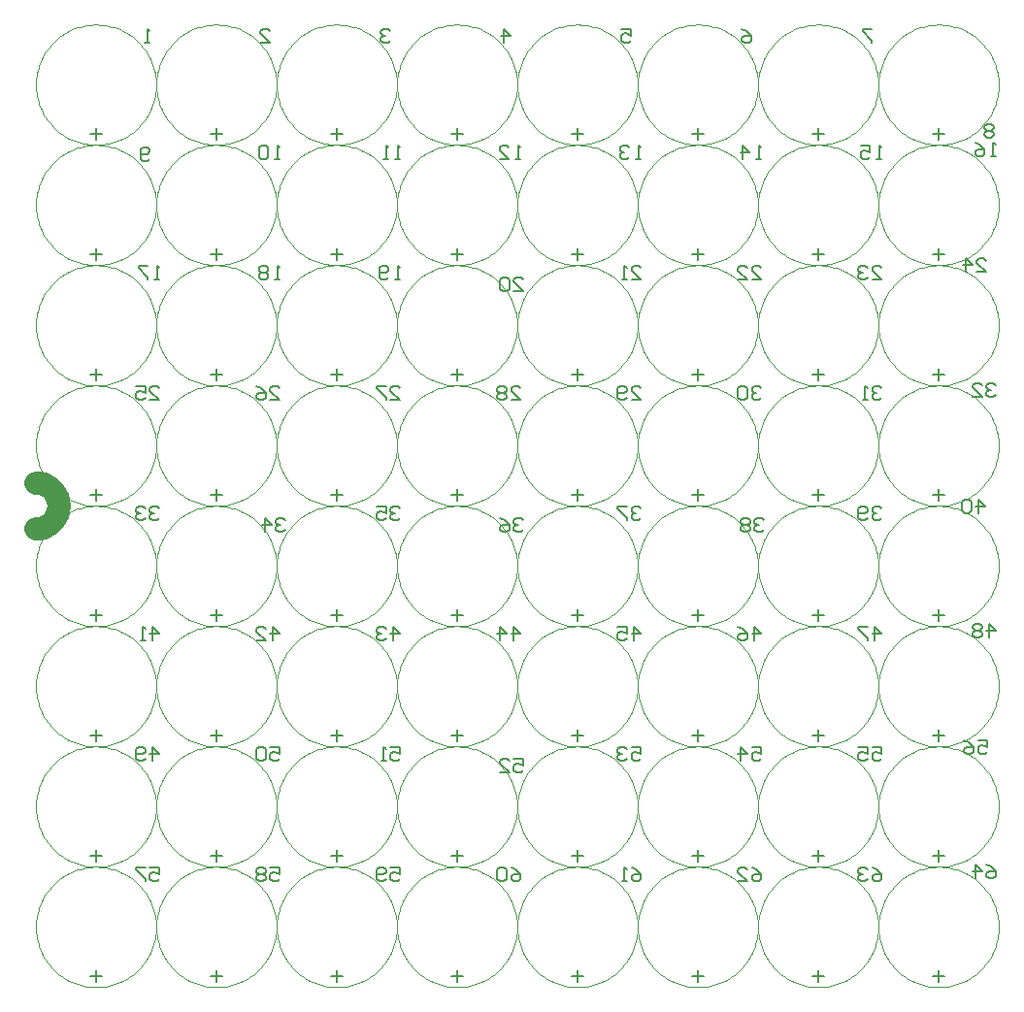
<source format=gbo>
G04*
G04 #@! TF.GenerationSoftware,Altium Limited,Altium Designer,23.3.1 (30)*
G04*
G04 Layer_Color=32896*
%FSLAX26Y26*%
%MOIN*%
G70*
G04*
G04 #@! TF.SameCoordinates,A73F04FC-B1A5-4ADC-8500-56C492F8F9A9*
G04*
G04*
G04 #@! TF.FilePolarity,Positive*
G04*
G01*
G75*
%ADD10C,0.078740*%
%ADD12C,0.005000*%
%ADD13C,0.007874*%
%ADD36C,0.004724*%
D10*
X-1653543Y-79353D02*
X-1643598Y-78728D01*
X-1633809Y-76860D01*
X-1624332Y-73781D01*
X-1615315Y-69538D01*
X-1606901Y-64198D01*
X-1599223Y-57846D01*
X-1592401Y-50582D01*
X-1586543Y-42520D01*
X-1581743Y-33787D01*
X-1578074Y-24521D01*
X-1575596Y-14869D01*
X-1574347Y-4983D01*
Y4982D01*
X-1575596Y14869D01*
X-1578074Y24521D01*
X-1581743Y33787D01*
X-1586544Y42519D01*
X-1592401Y50581D01*
X-1599223Y57846D01*
X-1606901Y64198D01*
X-1615315Y69537D01*
X-1624332Y73780D01*
X-1633810Y76860D01*
X-1643598Y78727D01*
X-1653543Y79353D01*
D12*
X-1447368Y-1634850D02*
Y-1595493D01*
X-1467047Y-1615172D02*
X-1427690D01*
X-1033983Y-1634850D02*
Y-1595493D01*
X-1053661Y-1615172D02*
X-1014304D01*
X619561Y845465D02*
Y884822D01*
X599882Y865144D02*
X639240D01*
X1446333Y845465D02*
Y884822D01*
X1426654Y865144D02*
X1466012D01*
X-1033983Y1258851D02*
Y1298208D01*
X-1053661Y1278530D02*
X-1014304D01*
X-207211Y1258851D02*
Y1298208D01*
X-226889Y1278530D02*
X-187532D01*
X619561Y1258851D02*
Y1298208D01*
X599882Y1278530D02*
X639240D01*
X1446333Y1258851D02*
Y1298208D01*
X1426654Y1278530D02*
X1466012D01*
X-207211Y-1634850D02*
Y-1595493D01*
X-226889Y-1615172D02*
X-187532D01*
X619561Y-1634850D02*
Y-1595493D01*
X599882Y-1615172D02*
X639240D01*
X1446333Y-1634850D02*
Y-1595493D01*
X1426654Y-1615172D02*
X1466012D01*
X-1033983Y-1221465D02*
Y-1182107D01*
X-1053661Y-1201786D02*
X-1014304D01*
X-207211Y-1221465D02*
Y-1182107D01*
X-226889Y-1201786D02*
X-187532D01*
X619561Y-1221465D02*
Y-1182107D01*
X599882Y-1201786D02*
X639240D01*
X1446333Y-1221465D02*
Y-1182107D01*
X1426654Y-1201786D02*
X1466012D01*
X-1033983Y-808079D02*
Y-768721D01*
X-1053661Y-788400D02*
X-1014304D01*
X-207211Y-808079D02*
Y-768721D01*
X-226889Y-788400D02*
X-187532D01*
X619561Y-808079D02*
Y-768721D01*
X599882Y-788400D02*
X639240D01*
X1446333Y-808079D02*
Y-768721D01*
X1426654Y-788400D02*
X1466012D01*
X-1033983Y-394693D02*
Y-355335D01*
X-1053661Y-375014D02*
X-1014304D01*
X-207211Y-394693D02*
Y-355335D01*
X-226889Y-375014D02*
X-187532D01*
X619561Y-394693D02*
Y-355335D01*
X599882Y-375014D02*
X639240D01*
X1446333Y-394693D02*
Y-355335D01*
X1426654Y-375014D02*
X1466012D01*
X-1033983Y18693D02*
Y58050D01*
X-1053661Y38372D02*
X-1014304D01*
X-207211Y18693D02*
Y58050D01*
X-226889Y38372D02*
X-187532D01*
X619561Y18693D02*
Y58050D01*
X599882Y38372D02*
X639240D01*
X1446333Y18693D02*
Y58050D01*
X1426654Y38372D02*
X1466012D01*
X-1033983Y432079D02*
Y471436D01*
X-1053661Y451758D02*
X-1014304D01*
X-207211Y432079D02*
Y471436D01*
X-226889Y451758D02*
X-187532D01*
X619561Y432079D02*
Y471436D01*
X599882Y451758D02*
X639240D01*
X1446333Y432079D02*
Y471436D01*
X1426654Y451758D02*
X1466012D01*
X-1033983Y845465D02*
Y884822D01*
X-1053661Y865144D02*
X-1014304D01*
X-207211Y845465D02*
Y884822D01*
X-226889Y865144D02*
X-187532D01*
X206175Y845465D02*
Y884822D01*
X186496Y865144D02*
X225854D01*
X1032947Y845465D02*
Y884822D01*
X1013268Y865144D02*
X1052626D01*
X-1447368Y1258851D02*
Y1298208D01*
X-1467047Y1278530D02*
X-1427690D01*
X-620597Y1258851D02*
Y1298208D01*
X-640275Y1278530D02*
X-600918D01*
X206175Y1258851D02*
Y1298208D01*
X186496Y1278530D02*
X225854D01*
X1032947Y1258851D02*
Y1298208D01*
X1013268Y1278530D02*
X1052626D01*
X-620597Y-1634850D02*
Y-1595493D01*
X-640275Y-1615172D02*
X-600918D01*
X206175Y-1634850D02*
Y-1595493D01*
X186496Y-1615172D02*
X225854D01*
X1032947Y-1634850D02*
Y-1595493D01*
X1013268Y-1615172D02*
X1052626D01*
X-1447368Y-1221465D02*
Y-1182107D01*
X-1467047Y-1201786D02*
X-1427690D01*
X-620597Y-1221465D02*
Y-1182107D01*
X-640275Y-1201786D02*
X-600918D01*
X206175Y-1221465D02*
Y-1182107D01*
X186496Y-1201786D02*
X225854D01*
X1032947Y-1221465D02*
Y-1182107D01*
X1013268Y-1201786D02*
X1052626D01*
X-1447368Y-808079D02*
Y-768721D01*
X-1467047Y-788400D02*
X-1427690D01*
X-620597Y-808079D02*
Y-768721D01*
X-640275Y-788400D02*
X-600918D01*
X206175Y-808079D02*
Y-768721D01*
X186496Y-788400D02*
X225854D01*
X1032947Y-808079D02*
Y-768721D01*
X1013268Y-788400D02*
X1052626D01*
X-1447368Y-394693D02*
Y-355335D01*
X-1467047Y-375014D02*
X-1427690D01*
X-620597Y-394693D02*
Y-355335D01*
X-640275Y-375014D02*
X-600918D01*
X206175Y-394693D02*
Y-355335D01*
X186496Y-375014D02*
X225854D01*
X1032947Y-394693D02*
Y-355335D01*
X1013268Y-375014D02*
X1052626D01*
X-1447368Y18693D02*
Y58050D01*
X-1467047Y38372D02*
X-1427690D01*
X-620597Y18693D02*
Y58050D01*
X-640275Y38372D02*
X-600918D01*
X206175Y18693D02*
Y58050D01*
X186496Y38372D02*
X225854D01*
X1032947Y18693D02*
Y58050D01*
X1013268Y38372D02*
X1052626D01*
X-1447368Y432079D02*
Y471436D01*
X-1467047Y451758D02*
X-1427690D01*
X-620597Y432079D02*
Y471436D01*
X-640275Y451758D02*
X-600918D01*
X206175Y432079D02*
Y471436D01*
X186496Y451758D02*
X225854D01*
X1032947Y432079D02*
Y471436D01*
X1013268Y451758D02*
X1052626D01*
X-1447368Y845465D02*
Y884822D01*
X-1467047Y865144D02*
X-1427690D01*
X-620597Y845465D02*
Y884822D01*
X-640275Y865144D02*
X-600918D01*
D13*
X-1261801Y-1242141D02*
X-1230315D01*
Y-1265756D01*
X-1246058Y-1257884D01*
X-1253929D01*
X-1261801Y-1265756D01*
Y-1281499D01*
X-1253929Y-1289370D01*
X-1238187D01*
X-1230315Y-1281499D01*
X-1277544Y-1242141D02*
X-1309030D01*
Y-1250013D01*
X-1277544Y-1281499D01*
Y-1289370D01*
X-848415Y-1242141D02*
X-816929D01*
Y-1265756D01*
X-832672Y-1257884D01*
X-840544D01*
X-848415Y-1265756D01*
Y-1281499D01*
X-840544Y-1289370D01*
X-824801D01*
X-816929Y-1281499D01*
X-864158Y-1250013D02*
X-872029Y-1242141D01*
X-887772D01*
X-895644Y-1250013D01*
Y-1257884D01*
X-887772Y-1265756D01*
X-895644Y-1273627D01*
Y-1281499D01*
X-887772Y-1289370D01*
X-872029D01*
X-864158Y-1281499D01*
Y-1273627D01*
X-872029Y-1265756D01*
X-864158Y-1257884D01*
Y-1250013D01*
X-872029Y-1265756D02*
X-887772D01*
X836614Y1190945D02*
X820871D01*
X828743D01*
Y1238174D01*
X836614Y1230303D01*
X773643Y1190945D02*
Y1238174D01*
X797257Y1214560D01*
X765771D01*
X1642717Y1201772D02*
X1626974D01*
X1634845D01*
Y1249001D01*
X1642717Y1241130D01*
X1571874Y1249001D02*
X1587617Y1241130D01*
X1603360Y1225387D01*
Y1209644D01*
X1595488Y1201772D01*
X1579745D01*
X1571874Y1209644D01*
Y1217515D01*
X1579745Y1225387D01*
X1603360D01*
X-881880Y1591536D02*
X-850394D01*
X-881880Y1623022D01*
Y1630893D01*
X-874008Y1638765D01*
X-858265D01*
X-850394Y1630893D01*
X-47236Y1591536D02*
Y1638765D01*
X-23622Y1615150D01*
X-55108D01*
X771664Y1638765D02*
X787407Y1630893D01*
X803150Y1615150D01*
Y1599407D01*
X795278Y1591536D01*
X779535D01*
X771664Y1599407D01*
Y1607279D01*
X779535Y1615150D01*
X803150D01*
X1635827Y1305105D02*
X1627955Y1312977D01*
X1612212D01*
X1604341Y1305105D01*
Y1297234D01*
X1612212Y1289362D01*
X1604341Y1281491D01*
Y1273620D01*
X1612212Y1265748D01*
X1627955D01*
X1635827Y1273620D01*
Y1281491D01*
X1627955Y1289362D01*
X1635827Y1297234D01*
Y1305105D01*
X1627955Y1289362D02*
X1612212D01*
X-21643Y-1242141D02*
X-5900Y-1250013D01*
X9843Y-1265756D01*
Y-1281499D01*
X1971Y-1289370D01*
X-13772D01*
X-21643Y-1281499D01*
Y-1273627D01*
X-13772Y-1265756D01*
X9843D01*
X-37386Y-1250013D02*
X-45258Y-1242141D01*
X-61001D01*
X-68872Y-1250013D01*
Y-1281499D01*
X-61001Y-1289370D01*
X-45258D01*
X-37386Y-1281499D01*
Y-1250013D01*
X805129Y-1242141D02*
X820871Y-1250013D01*
X836614Y-1265756D01*
Y-1281499D01*
X828743Y-1289370D01*
X813000D01*
X805129Y-1281499D01*
Y-1273627D01*
X813000Y-1265756D01*
X836614D01*
X757900Y-1289370D02*
X789386D01*
X757900Y-1257884D01*
Y-1250013D01*
X765771Y-1242141D01*
X781514D01*
X789386Y-1250013D01*
X1611231Y-1231314D02*
X1626974Y-1239186D01*
X1642717Y-1254929D01*
Y-1270672D01*
X1634845Y-1278543D01*
X1619102D01*
X1611231Y-1270672D01*
Y-1262800D01*
X1619102Y-1254929D01*
X1642717D01*
X1571874Y-1278543D02*
Y-1231314D01*
X1595488Y-1254929D01*
X1564002D01*
X-848415Y-828755D02*
X-816929D01*
Y-852370D01*
X-832672Y-844498D01*
X-840544D01*
X-848415Y-852370D01*
Y-868113D01*
X-840544Y-875984D01*
X-824801D01*
X-816929Y-868113D01*
X-864158Y-836627D02*
X-872029Y-828755D01*
X-887772D01*
X-895644Y-836627D01*
Y-868113D01*
X-887772Y-875984D01*
X-872029D01*
X-864158Y-868113D01*
Y-836627D01*
X-11801Y-868125D02*
X19685D01*
Y-891740D01*
X3942Y-883868D01*
X-3929D01*
X-11801Y-891740D01*
Y-907483D01*
X-3929Y-915354D01*
X11813D01*
X19685Y-907483D01*
X-59030Y-915354D02*
X-27544D01*
X-59030Y-883868D01*
Y-875997D01*
X-51158Y-868125D01*
X-35415D01*
X-27544Y-875997D01*
X805129Y-828755D02*
X836614D01*
Y-852370D01*
X820871Y-844498D01*
X813000D01*
X805129Y-852370D01*
Y-868113D01*
X813000Y-875984D01*
X828743D01*
X836614Y-868113D01*
X765771Y-875984D02*
Y-828755D01*
X789386Y-852370D01*
X757900D01*
X1581703Y-805133D02*
X1613189D01*
Y-828748D01*
X1597446Y-820876D01*
X1589575D01*
X1581703Y-828748D01*
Y-844491D01*
X1589575Y-852362D01*
X1605318D01*
X1613189Y-844491D01*
X1534474Y-805133D02*
X1550217Y-813005D01*
X1565960Y-828748D01*
Y-844491D01*
X1558089Y-852362D01*
X1542346D01*
X1534474Y-844491D01*
Y-836619D01*
X1542346Y-828748D01*
X1565960D01*
X-840544Y-462598D02*
Y-415370D01*
X-816929Y-438984D01*
X-848415D01*
X-895644Y-462598D02*
X-864158D01*
X-895644Y-431112D01*
Y-423241D01*
X-887772Y-415370D01*
X-872029D01*
X-864158Y-423241D01*
X-13772Y-462598D02*
Y-415370D01*
X9843Y-438984D01*
X-21643D01*
X-61001Y-462598D02*
Y-415370D01*
X-37386Y-438984D01*
X-68872D01*
X813000Y-462598D02*
Y-415370D01*
X836614Y-438984D01*
X805129D01*
X757900Y-415370D02*
X773643Y-423241D01*
X789386Y-438984D01*
Y-454727D01*
X781514Y-462598D01*
X765771D01*
X757900Y-454727D01*
Y-446855D01*
X765771Y-438984D01*
X789386D01*
X1619102Y-451772D02*
Y-404543D01*
X1642717Y-428157D01*
X1611231D01*
X1595488Y-412414D02*
X1587617Y-404543D01*
X1571874D01*
X1564002Y-412414D01*
Y-420286D01*
X1571874Y-428157D01*
X1564002Y-436029D01*
Y-443900D01*
X1571874Y-451772D01*
X1587617D01*
X1595488Y-443900D01*
Y-436029D01*
X1587617Y-428157D01*
X1595488Y-420286D01*
Y-412414D01*
X1587617Y-428157D02*
X1571874D01*
X-797244Y-49225D02*
X-805116Y-41354D01*
X-820859D01*
X-828730Y-49225D01*
Y-57097D01*
X-820859Y-64968D01*
X-812987D01*
X-820859D01*
X-828730Y-72840D01*
Y-80711D01*
X-820859Y-88583D01*
X-805116D01*
X-797244Y-80711D01*
X-868087Y-88583D02*
Y-41354D01*
X-844473Y-64968D01*
X-875959D01*
X19685Y-49225D02*
X11813Y-41354D01*
X-3929D01*
X-11801Y-49225D01*
Y-57097D01*
X-3929Y-64968D01*
X3942D01*
X-3929D01*
X-11801Y-72840D01*
Y-80711D01*
X-3929Y-88583D01*
X11813D01*
X19685Y-80711D01*
X-59030Y-41354D02*
X-43287Y-49225D01*
X-27544Y-64968D01*
Y-80711D01*
X-35415Y-88583D01*
X-51158D01*
X-59030Y-80711D01*
Y-72840D01*
X-51158Y-64968D01*
X-27544D01*
X846457Y-49225D02*
X838585Y-41354D01*
X822842D01*
X814971Y-49225D01*
Y-57097D01*
X822842Y-64968D01*
X830714D01*
X822842D01*
X814971Y-72840D01*
Y-80711D01*
X822842Y-88583D01*
X838585D01*
X846457Y-80711D01*
X799228Y-49225D02*
X791356Y-41354D01*
X775614D01*
X767742Y-49225D01*
Y-57097D01*
X775614Y-64968D01*
X767742Y-72840D01*
Y-80711D01*
X775614Y-88583D01*
X791356D01*
X799228Y-80711D01*
Y-72840D01*
X791356Y-64968D01*
X799228Y-57097D01*
Y-49225D01*
X791356Y-64968D02*
X775614D01*
X1582685Y-24606D02*
Y22622D01*
X1606299Y-992D01*
X1574813D01*
X1559070Y14751D02*
X1551199Y22622D01*
X1535456D01*
X1527584Y14751D01*
Y-16735D01*
X1535456Y-24606D01*
X1551199D01*
X1559070Y-16735D01*
Y14751D01*
X-848415Y364173D02*
X-816929D01*
X-848415Y395659D01*
Y403531D01*
X-840544Y411402D01*
X-824801D01*
X-816929Y403531D01*
X-895644Y411402D02*
X-879901Y403531D01*
X-864158Y387788D01*
Y372045D01*
X-872029Y364173D01*
X-887772D01*
X-895644Y372045D01*
Y379916D01*
X-887772Y387788D01*
X-864158D01*
X-21643Y364173D02*
X9843D01*
X-21643Y395659D01*
Y403531D01*
X-13772Y411402D01*
X1971D01*
X9843Y403531D01*
X-37386D02*
X-45258Y411402D01*
X-61001D01*
X-68872Y403531D01*
Y395659D01*
X-61001Y387788D01*
X-68872Y379916D01*
Y372045D01*
X-61001Y364173D01*
X-45258D01*
X-37386Y372045D01*
Y379916D01*
X-45258Y387788D01*
X-37386Y395659D01*
Y403531D01*
X-45258Y387788D02*
X-61001D01*
X836614Y403531D02*
X828743Y411402D01*
X813000D01*
X805129Y403531D01*
Y395659D01*
X813000Y387788D01*
X820871D01*
X813000D01*
X805129Y379916D01*
Y372045D01*
X813000Y364173D01*
X828743D01*
X836614Y372045D01*
X789386Y403531D02*
X781514Y411402D01*
X765771D01*
X757900Y403531D01*
Y372045D01*
X765771Y364173D01*
X781514D01*
X789386Y372045D01*
Y403531D01*
X1642717Y414358D02*
X1634845Y422229D01*
X1619102D01*
X1611231Y414358D01*
Y406486D01*
X1619102Y398615D01*
X1626974D01*
X1619102D01*
X1611231Y390743D01*
Y382872D01*
X1619102Y375000D01*
X1634845D01*
X1642717Y382872D01*
X1564002Y375000D02*
X1595488D01*
X1564002Y406486D01*
Y414358D01*
X1571874Y422229D01*
X1587617D01*
X1595488Y414358D01*
X-816929Y777559D02*
X-832672D01*
X-824801D01*
Y824788D01*
X-816929Y816917D01*
X-856287D02*
X-864158Y824788D01*
X-879901D01*
X-887773Y816917D01*
Y809045D01*
X-879901Y801174D01*
X-887773Y793302D01*
Y785431D01*
X-879901Y777559D01*
X-864158D01*
X-856287Y785431D01*
Y793302D01*
X-864158Y801174D01*
X-856287Y809045D01*
Y816917D01*
X-864158Y801174D02*
X-879901D01*
X-11801Y738189D02*
X19685D01*
X-11801Y769675D01*
Y777546D01*
X-3929Y785418D01*
X11813D01*
X19685Y777546D01*
X-27544D02*
X-35415Y785418D01*
X-51158D01*
X-59030Y777546D01*
Y746061D01*
X-51158Y738189D01*
X-35415D01*
X-27544Y746061D01*
Y777546D01*
X805129Y777559D02*
X836614D01*
X805129Y809045D01*
Y816917D01*
X813000Y824788D01*
X828743D01*
X836614Y816917D01*
X757900Y777559D02*
X789386D01*
X757900Y809045D01*
Y816917D01*
X765771Y824788D01*
X781514D01*
X789386Y816917D01*
X1577766Y803150D02*
X1609252D01*
X1577766Y834635D01*
Y842507D01*
X1585638Y850378D01*
X1601380D01*
X1609252Y842507D01*
X1538409Y803150D02*
Y850378D01*
X1562023Y826764D01*
X1530537D01*
X-816929Y1190945D02*
X-832672D01*
X-824801D01*
Y1238174D01*
X-816929Y1230303D01*
X-856287D02*
X-864158Y1238174D01*
X-879901D01*
X-887773Y1230303D01*
Y1198817D01*
X-879901Y1190945D01*
X-864158D01*
X-856287Y1198817D01*
Y1230303D01*
X9843Y1190945D02*
X-5900D01*
X1971D01*
Y1238174D01*
X9843Y1230303D01*
X-61001Y1190945D02*
X-29515D01*
X-61001Y1222431D01*
Y1230303D01*
X-53129Y1238174D01*
X-37386D01*
X-29515Y1230303D01*
X423229Y1190945D02*
X407486D01*
X415357D01*
Y1238174D01*
X423229Y1230303D01*
X383871D02*
X376000Y1238174D01*
X360257D01*
X352385Y1230303D01*
Y1222431D01*
X360257Y1214560D01*
X368128D01*
X360257D01*
X352385Y1206688D01*
Y1198817D01*
X360257Y1190945D01*
X376000D01*
X383871Y1198817D01*
X1250000Y1190945D02*
X1234257D01*
X1242129D01*
Y1238174D01*
X1250000Y1230303D01*
X1179157Y1238174D02*
X1210643D01*
Y1214560D01*
X1194900Y1222431D01*
X1187029D01*
X1179157Y1214560D01*
Y1198817D01*
X1187029Y1190945D01*
X1202772D01*
X1210643Y1198817D01*
X-1263780Y1591536D02*
X-1279523D01*
X-1271651D01*
Y1638765D01*
X-1263780Y1630893D01*
X-437008D02*
X-444879Y1638765D01*
X-460622D01*
X-468494Y1630893D01*
Y1623022D01*
X-460622Y1615150D01*
X-452751D01*
X-460622D01*
X-468494Y1607279D01*
Y1599407D01*
X-460622Y1591536D01*
X-444879D01*
X-437008Y1599407D01*
X358278Y1638765D02*
X389764D01*
Y1615150D01*
X374021Y1623022D01*
X366150D01*
X358278Y1615150D01*
Y1599407D01*
X366150Y1591536D01*
X381892D01*
X389764Y1599407D01*
X1216536Y1638765D02*
X1185050D01*
Y1630893D01*
X1216536Y1599407D01*
Y1591536D01*
X-435029Y-1242141D02*
X-403543D01*
Y-1265756D01*
X-419286Y-1257884D01*
X-427158D01*
X-435029Y-1265756D01*
Y-1281499D01*
X-427158Y-1289370D01*
X-411415D01*
X-403543Y-1281499D01*
X-450772D02*
X-458644Y-1289370D01*
X-474386D01*
X-482258Y-1281499D01*
Y-1250013D01*
X-474386Y-1242141D01*
X-458644D01*
X-450772Y-1250013D01*
Y-1257884D01*
X-458644Y-1265756D01*
X-482258D01*
X391743Y-1242141D02*
X407486Y-1250013D01*
X423229Y-1265756D01*
Y-1281499D01*
X415357Y-1289370D01*
X399614D01*
X391743Y-1281499D01*
Y-1273627D01*
X399614Y-1265756D01*
X423229D01*
X376000Y-1289370D02*
X360257D01*
X368128D01*
Y-1242141D01*
X376000Y-1250013D01*
X1218514Y-1242141D02*
X1234257Y-1250013D01*
X1250000Y-1265756D01*
Y-1281499D01*
X1242129Y-1289370D01*
X1226386D01*
X1218514Y-1281499D01*
Y-1273627D01*
X1226386Y-1265756D01*
X1250000D01*
X1202772Y-1250013D02*
X1194900Y-1242141D01*
X1179157D01*
X1171286Y-1250013D01*
Y-1257884D01*
X1179157Y-1265756D01*
X1187029D01*
X1179157D01*
X1171286Y-1273627D01*
Y-1281499D01*
X1179157Y-1289370D01*
X1194900D01*
X1202772Y-1281499D01*
X-1253929Y-875984D02*
Y-828755D01*
X-1230315Y-852370D01*
X-1261801D01*
X-1277544Y-868113D02*
X-1285415Y-875984D01*
X-1301158D01*
X-1309030Y-868113D01*
Y-836627D01*
X-1301158Y-828755D01*
X-1285415D01*
X-1277544Y-836627D01*
Y-844498D01*
X-1285415Y-852370D01*
X-1309030D01*
X-435029Y-828755D02*
X-403543D01*
Y-852370D01*
X-419286Y-844498D01*
X-427158D01*
X-435029Y-852370D01*
Y-868113D01*
X-427158Y-875984D01*
X-411415D01*
X-403543Y-868113D01*
X-450772Y-875984D02*
X-466515D01*
X-458644D01*
Y-828755D01*
X-450772Y-836627D01*
X391743Y-828755D02*
X423229D01*
Y-852370D01*
X407486Y-844498D01*
X399614D01*
X391743Y-852370D01*
Y-868113D01*
X399614Y-875984D01*
X415357D01*
X423229Y-868113D01*
X376000Y-836627D02*
X368128Y-828755D01*
X352385D01*
X344514Y-836627D01*
Y-844498D01*
X352385Y-852370D01*
X360257D01*
X352385D01*
X344514Y-860241D01*
Y-868113D01*
X352385Y-875984D01*
X368128D01*
X376000Y-868113D01*
X1218514Y-828755D02*
X1250000D01*
Y-852370D01*
X1234257Y-844498D01*
X1226386D01*
X1218514Y-852370D01*
Y-868113D01*
X1226386Y-875984D01*
X1242129D01*
X1250000Y-868113D01*
X1171286Y-828755D02*
X1202772D01*
Y-852370D01*
X1187029Y-844498D01*
X1179157D01*
X1171286Y-852370D01*
Y-868113D01*
X1179157Y-875984D01*
X1194900D01*
X1202772Y-868113D01*
X-1253929Y-462598D02*
Y-415370D01*
X-1230315Y-438984D01*
X-1261801D01*
X-1277544Y-462598D02*
X-1293287D01*
X-1285415D01*
Y-415370D01*
X-1277544Y-423241D01*
X-427158Y-462598D02*
Y-415370D01*
X-403543Y-438984D01*
X-435029D01*
X-450772Y-423241D02*
X-458644Y-415370D01*
X-474386D01*
X-482258Y-423241D01*
Y-431112D01*
X-474386Y-438984D01*
X-466515D01*
X-474386D01*
X-482258Y-446855D01*
Y-454727D01*
X-474386Y-462598D01*
X-458644D01*
X-450772Y-454727D01*
X399614Y-462598D02*
Y-415370D01*
X423229Y-438984D01*
X391743D01*
X344514Y-415370D02*
X376000D01*
Y-438984D01*
X360257Y-431112D01*
X352385D01*
X344514Y-438984D01*
Y-454727D01*
X352385Y-462598D01*
X368128D01*
X376000Y-454727D01*
X1226386Y-462598D02*
Y-415370D01*
X1250000Y-438984D01*
X1218514D01*
X1202772Y-415370D02*
X1171286D01*
Y-423241D01*
X1202772Y-454727D01*
Y-462598D01*
X-1230315Y-9855D02*
X-1238187Y-1984D01*
X-1253929D01*
X-1261801Y-9855D01*
Y-17727D01*
X-1253929Y-25598D01*
X-1246058D01*
X-1253929D01*
X-1261801Y-33469D01*
Y-41341D01*
X-1253929Y-49212D01*
X-1238187D01*
X-1230315Y-41341D01*
X-1277544Y-9855D02*
X-1285415Y-1984D01*
X-1301158D01*
X-1309030Y-9855D01*
Y-17727D01*
X-1301158Y-25598D01*
X-1293287D01*
X-1301158D01*
X-1309030Y-33469D01*
Y-41341D01*
X-1301158Y-49212D01*
X-1285415D01*
X-1277544Y-41341D01*
X-403543Y-9855D02*
X-411415Y-1984D01*
X-427158D01*
X-435029Y-9855D01*
Y-17727D01*
X-427158Y-25598D01*
X-419286D01*
X-427158D01*
X-435029Y-33469D01*
Y-41341D01*
X-427158Y-49212D01*
X-411415D01*
X-403543Y-41341D01*
X-482258Y-1984D02*
X-450772D01*
Y-25598D01*
X-466515Y-17727D01*
X-474386D01*
X-482258Y-25598D01*
Y-41341D01*
X-474386Y-49212D01*
X-458644D01*
X-450772Y-41341D01*
X423229Y-9855D02*
X415357Y-1984D01*
X399614D01*
X391743Y-9855D01*
Y-17727D01*
X399614Y-25598D01*
X407486D01*
X399614D01*
X391743Y-33469D01*
Y-41341D01*
X399614Y-49212D01*
X415357D01*
X423229Y-41341D01*
X376000Y-1984D02*
X344514D01*
Y-9855D01*
X376000Y-41341D01*
Y-49212D01*
X1250000Y-9855D02*
X1242129Y-1984D01*
X1226386D01*
X1218514Y-9855D01*
Y-17727D01*
X1226386Y-25598D01*
X1234257D01*
X1226386D01*
X1218514Y-33469D01*
Y-41341D01*
X1226386Y-49212D01*
X1242129D01*
X1250000Y-41341D01*
X1202772D02*
X1194900Y-49212D01*
X1179157D01*
X1171286Y-41341D01*
Y-9855D01*
X1179157Y-1984D01*
X1194900D01*
X1202772Y-9855D01*
Y-17727D01*
X1194900Y-25598D01*
X1171286D01*
X-1261801Y364173D02*
X-1230315D01*
X-1261801Y395659D01*
Y403531D01*
X-1253929Y411402D01*
X-1238187D01*
X-1230315Y403531D01*
X-1309030Y411402D02*
X-1277544D01*
Y387788D01*
X-1293287Y395659D01*
X-1301158D01*
X-1309030Y387788D01*
Y372045D01*
X-1301158Y364173D01*
X-1285415D01*
X-1277544Y372045D01*
X-435029Y364173D02*
X-403543D01*
X-435029Y395659D01*
Y403531D01*
X-427158Y411402D01*
X-411415D01*
X-403543Y403531D01*
X-450772Y411402D02*
X-482258D01*
Y403531D01*
X-450772Y372045D01*
Y364173D01*
X391743D02*
X423229D01*
X391743Y395659D01*
Y403531D01*
X399614Y411402D01*
X415357D01*
X423229Y403531D01*
X376000Y372045D02*
X368128Y364173D01*
X352385D01*
X344514Y372045D01*
Y403531D01*
X352385Y411402D01*
X368128D01*
X376000Y403531D01*
Y395659D01*
X368128Y387788D01*
X344514D01*
X1250000Y403531D02*
X1242129Y411402D01*
X1226386D01*
X1218514Y403531D01*
Y395659D01*
X1226386Y387788D01*
X1234257D01*
X1226386D01*
X1218514Y379916D01*
Y372045D01*
X1226386Y364173D01*
X1242129D01*
X1250000Y372045D01*
X1202772Y364173D02*
X1187029D01*
X1194900D01*
Y411402D01*
X1202772Y403531D01*
X-1230315Y777559D02*
X-1246058D01*
X-1238187D01*
Y824788D01*
X-1230315Y816917D01*
X-1269672Y824788D02*
X-1301158D01*
Y816917D01*
X-1269672Y785431D01*
Y777559D01*
X-403543D02*
X-419286D01*
X-411415D01*
Y824788D01*
X-403543Y816917D01*
X-442901Y785431D02*
X-450772Y777559D01*
X-466515D01*
X-474387Y785431D01*
Y816917D01*
X-466515Y824788D01*
X-450772D01*
X-442901Y816917D01*
Y809045D01*
X-450772Y801174D01*
X-474387D01*
X391743Y777559D02*
X423229D01*
X391743Y809045D01*
Y816917D01*
X399614Y824788D01*
X415357D01*
X423229Y816917D01*
X376000Y777559D02*
X360257D01*
X368128D01*
Y824788D01*
X376000Y816917D01*
X1218514Y777559D02*
X1250000D01*
X1218514Y809045D01*
Y816917D01*
X1226386Y824788D01*
X1242129D01*
X1250000Y816917D01*
X1202772D02*
X1194900Y824788D01*
X1179157D01*
X1171286Y816917D01*
Y809045D01*
X1179157Y801174D01*
X1187029D01*
X1179157D01*
X1171286Y793302D01*
Y785431D01*
X1179157Y777559D01*
X1194900D01*
X1202772Y785431D01*
X-1262795Y1192911D02*
X-1270667Y1185039D01*
X-1286410D01*
X-1294281Y1192911D01*
Y1224397D01*
X-1286410Y1232268D01*
X-1270667D01*
X-1262795Y1224397D01*
Y1216525D01*
X-1270667Y1208654D01*
X-1294281D01*
X-403543Y1190945D02*
X-419286D01*
X-411415D01*
Y1238174D01*
X-403543Y1230303D01*
X-442901Y1190945D02*
X-458644D01*
X-450772D01*
Y1238174D01*
X-442901Y1230303D01*
D36*
X-1240158Y-1446850D02*
X-1240399Y-1436864D01*
X-1241122Y-1426902D01*
X-1242326Y-1416986D01*
X-1244008Y-1407139D01*
X-1246164Y-1397386D01*
X-1248788Y-1387747D01*
X-1251874Y-1378247D01*
X-1255417Y-1368908D01*
X-1259406Y-1359750D01*
X-1263833Y-1350795D01*
X-1268687Y-1342065D01*
X-1273958Y-1333580D01*
X-1279632Y-1325359D01*
X-1285697Y-1317422D01*
X-1292139Y-1309788D01*
X-1298941Y-1302473D01*
X-1306089Y-1295496D01*
X-1313566Y-1288872D01*
X-1321354Y-1282617D01*
X-1329435Y-1276745D01*
X-1337791Y-1271271D01*
X-1346401Y-1266207D01*
X-1355246Y-1261565D01*
X-1364304Y-1257356D01*
X-1373556Y-1253589D01*
X-1382979Y-1250274D01*
X-1392551Y-1247418D01*
X-1402249Y-1245027D01*
X-1412052Y-1243108D01*
X-1421936Y-1241665D01*
X-1431879Y-1240700D01*
X-1441856Y-1240218D01*
X-1451845D01*
X-1461822Y-1240700D01*
X-1471764Y-1241665D01*
X-1481649Y-1243108D01*
X-1491451Y-1245027D01*
X-1501150Y-1247418D01*
X-1510722Y-1250274D01*
X-1520145Y-1253589D01*
X-1529396Y-1257356D01*
X-1538455Y-1261565D01*
X-1547300Y-1266207D01*
X-1555910Y-1271272D01*
X-1564265Y-1276746D01*
X-1572347Y-1282617D01*
X-1580135Y-1288872D01*
X-1587612Y-1295496D01*
X-1594760Y-1302473D01*
X-1601562Y-1309788D01*
X-1608004Y-1317422D01*
X-1614069Y-1325360D01*
X-1619743Y-1333580D01*
X-1625013Y-1342065D01*
X-1629868Y-1350795D01*
X-1634295Y-1359750D01*
X-1638284Y-1368908D01*
X-1641826Y-1378247D01*
X-1644913Y-1387747D01*
X-1647537Y-1397386D01*
X-1649693Y-1407139D01*
X-1651374Y-1416986D01*
X-1652578Y-1426902D01*
X-1653302Y-1436864D01*
X-1653543Y-1446850D01*
X-1653302Y-1456836D01*
X-1652578Y-1466799D01*
X-1651374Y-1476715D01*
X-1649693Y-1486562D01*
X-1647537Y-1496315D01*
X-1644913Y-1505953D01*
X-1641826Y-1515453D01*
X-1638284Y-1524793D01*
X-1634295Y-1533951D01*
X-1629868Y-1542905D01*
X-1625014Y-1551635D01*
X-1619743Y-1560120D01*
X-1614069Y-1568341D01*
X-1608004Y-1576278D01*
X-1601562Y-1583913D01*
X-1594760Y-1591227D01*
X-1587612Y-1598205D01*
X-1580135Y-1604829D01*
X-1572347Y-1611084D01*
X-1564266Y-1616955D01*
X-1555910Y-1622429D01*
X-1547300Y-1627493D01*
X-1538455Y-1632135D01*
X-1529397Y-1636345D01*
X-1520145Y-1640111D01*
X-1510723Y-1643427D01*
X-1501151Y-1646283D01*
X-1491452Y-1648674D01*
X-1481649Y-1650593D01*
X-1471765Y-1652036D01*
X-1461823Y-1653000D01*
X-1451845Y-1653483D01*
X-1441857Y-1653483D01*
X-1431879Y-1653000D01*
X-1421937Y-1652036D01*
X-1412053Y-1650593D01*
X-1402250Y-1648674D01*
X-1392551Y-1646284D01*
X-1382979Y-1643427D01*
X-1373557Y-1640112D01*
X-1364305Y-1636345D01*
X-1355247Y-1632136D01*
X-1346402Y-1627494D01*
X-1337792Y-1622430D01*
X-1329436Y-1616956D01*
X-1321355Y-1611084D01*
X-1313567Y-1604830D01*
X-1306090Y-1598206D01*
X-1298942Y-1591228D01*
X-1292139Y-1583914D01*
X-1285698Y-1576279D01*
X-1279633Y-1568342D01*
X-1273958Y-1560121D01*
X-1268688Y-1551636D01*
X-1263833Y-1542906D01*
X-1259406Y-1533952D01*
X-1255417Y-1524794D01*
X-1251875Y-1515454D01*
X-1248788Y-1505954D01*
X-1246164Y-1496316D01*
X-1244008Y-1486563D01*
X-1242327Y-1476716D01*
X-1241122Y-1466800D01*
X-1240399Y-1456838D01*
X-1240158Y-1446852D01*
X-826772Y-1446850D02*
X-827013Y-1436864D01*
X-827737Y-1426902D01*
X-828941Y-1416986D01*
X-830622Y-1407139D01*
X-832778Y-1397386D01*
X-835402Y-1387747D01*
X-838489Y-1378247D01*
X-842031Y-1368908D01*
X-846020Y-1359750D01*
X-850447Y-1350795D01*
X-855302Y-1342065D01*
X-860572Y-1333580D01*
X-866246Y-1325359D01*
X-872311Y-1317422D01*
X-878753Y-1309788D01*
X-885555Y-1302473D01*
X-892703Y-1295496D01*
X-900180Y-1288872D01*
X-907968Y-1282617D01*
X-916050Y-1276745D01*
X-924405Y-1271271D01*
X-933015Y-1266207D01*
X-941860Y-1261565D01*
X-950919Y-1257356D01*
X-960170Y-1253589D01*
X-969593Y-1250274D01*
X-979165Y-1247418D01*
X-988864Y-1245027D01*
X-998666Y-1243108D01*
X-1008551Y-1241665D01*
X-1018493Y-1240700D01*
X-1028470Y-1240218D01*
X-1038459D01*
X-1048436Y-1240700D01*
X-1058379Y-1241665D01*
X-1068263Y-1243108D01*
X-1078066Y-1245027D01*
X-1087764Y-1247418D01*
X-1097336Y-1250274D01*
X-1106759Y-1253589D01*
X-1116011Y-1257356D01*
X-1125069Y-1261565D01*
X-1133914Y-1266207D01*
X-1142524Y-1271272D01*
X-1150880Y-1276746D01*
X-1158961Y-1282617D01*
X-1166749Y-1288872D01*
X-1174226Y-1295496D01*
X-1181374Y-1302473D01*
X-1188177Y-1309788D01*
X-1194618Y-1317422D01*
X-1200683Y-1325360D01*
X-1206357Y-1333580D01*
X-1211628Y-1342065D01*
X-1216482Y-1350795D01*
X-1220909Y-1359750D01*
X-1224898Y-1368908D01*
X-1228440Y-1378247D01*
X-1231527Y-1387747D01*
X-1234151Y-1397386D01*
X-1236307Y-1407139D01*
X-1237988Y-1416986D01*
X-1239193Y-1426902D01*
X-1239916Y-1436864D01*
X-1240158Y-1446850D01*
X-1239916Y-1456836D01*
X-1239193Y-1466799D01*
X-1237989Y-1476715D01*
X-1236307Y-1486562D01*
X-1234151Y-1496315D01*
X-1231527Y-1505953D01*
X-1228440Y-1515453D01*
X-1224898Y-1524793D01*
X-1220909Y-1533951D01*
X-1216482Y-1542905D01*
X-1211628Y-1551635D01*
X-1206357Y-1560120D01*
X-1200683Y-1568341D01*
X-1194618Y-1576278D01*
X-1188177Y-1583913D01*
X-1181374Y-1591227D01*
X-1174226Y-1598205D01*
X-1166749Y-1604829D01*
X-1158961Y-1611084D01*
X-1150880Y-1616955D01*
X-1142524Y-1622429D01*
X-1133914Y-1627493D01*
X-1125070Y-1632135D01*
X-1116011Y-1636345D01*
X-1106759Y-1640111D01*
X-1097337Y-1643427D01*
X-1087765Y-1646283D01*
X-1078066Y-1648674D01*
X-1068263Y-1650593D01*
X-1058379Y-1652036D01*
X-1048437Y-1653000D01*
X-1038460Y-1653483D01*
X-1028471Y-1653483D01*
X-1018494Y-1653000D01*
X-1008551Y-1652036D01*
X-998667Y-1650593D01*
X-988864Y-1648674D01*
X-979166Y-1646284D01*
X-969594Y-1643427D01*
X-960171Y-1640112D01*
X-950919Y-1636345D01*
X-941861Y-1632136D01*
X-933016Y-1627494D01*
X-924406Y-1622430D01*
X-916050Y-1616956D01*
X-907969Y-1611084D01*
X-900181Y-1604830D01*
X-892704Y-1598206D01*
X-885556Y-1591228D01*
X-878753Y-1583914D01*
X-872312Y-1576279D01*
X-866247Y-1568342D01*
X-860573Y-1560121D01*
X-855302Y-1551636D01*
X-850448Y-1542906D01*
X-846021Y-1533952D01*
X-842031Y-1524794D01*
X-838489Y-1515454D01*
X-835402Y-1505954D01*
X-832778Y-1496316D01*
X-830623Y-1486563D01*
X-828941Y-1476716D01*
X-827737Y-1466800D01*
X-827013Y-1456838D01*
X-826772Y-1446852D01*
X826772Y1033465D02*
X826530Y1043451D01*
X825807Y1053414D01*
X824603Y1063330D01*
X822921Y1073176D01*
X820766Y1082930D01*
X818142Y1092568D01*
X815055Y1102068D01*
X811513Y1111408D01*
X807524Y1120566D01*
X803096Y1129520D01*
X798242Y1138250D01*
X792971Y1146735D01*
X787297Y1154956D01*
X781232Y1162893D01*
X774791Y1170528D01*
X767988Y1177842D01*
X760840Y1184820D01*
X753363Y1191444D01*
X745575Y1197698D01*
X737494Y1203570D01*
X729139Y1209044D01*
X720528Y1214108D01*
X711684Y1218750D01*
X702625Y1222959D01*
X693373Y1226726D01*
X683951Y1230042D01*
X674379Y1232898D01*
X664680Y1235288D01*
X654877Y1237208D01*
X644993Y1238651D01*
X635051Y1239615D01*
X625073Y1240098D01*
X615085D01*
X605107Y1239615D01*
X595165Y1238651D01*
X585281Y1237208D01*
X575478Y1235288D01*
X565779Y1232898D01*
X556207Y1230042D01*
X546785Y1226726D01*
X537533Y1222959D01*
X528474Y1218750D01*
X519630Y1214108D01*
X511019Y1209044D01*
X502664Y1203570D01*
X494583Y1197698D01*
X486795Y1191444D01*
X479318Y1184820D01*
X472170Y1177842D01*
X465367Y1170528D01*
X458926Y1162893D01*
X452861Y1154956D01*
X447187Y1146735D01*
X441916Y1138250D01*
X437062Y1129520D01*
X432635Y1120566D01*
X428645Y1111408D01*
X425103Y1102068D01*
X422016Y1092568D01*
X419392Y1082930D01*
X417237Y1073176D01*
X415555Y1063330D01*
X414351Y1053414D01*
X413627Y1043451D01*
X413386Y1033465D01*
X413627Y1023479D01*
X414351Y1013516D01*
X415555Y1003600D01*
X417237Y993754D01*
X419392Y984000D01*
X422016Y974362D01*
X425103Y964862D01*
X428645Y955522D01*
X432634Y946365D01*
X437061Y937410D01*
X441916Y928680D01*
X447186Y920195D01*
X452861Y911974D01*
X458926Y904037D01*
X465367Y896403D01*
X472170Y889088D01*
X479318Y882111D01*
X486794Y875487D01*
X494582Y869232D01*
X502664Y863360D01*
X511019Y857886D01*
X519629Y852822D01*
X528474Y848180D01*
X537533Y843971D01*
X546784Y840204D01*
X556207Y836889D01*
X565779Y834032D01*
X575477Y831642D01*
X585280Y829722D01*
X595164Y828279D01*
X605107Y827315D01*
X615084Y826832D01*
X625073Y826832D01*
X635050Y827315D01*
X644992Y828279D01*
X654876Y829722D01*
X664679Y831641D01*
X674378Y834032D01*
X683950Y836888D01*
X693373Y840203D01*
X702624Y843970D01*
X711683Y848180D01*
X720528Y852822D01*
X729138Y857886D01*
X737493Y863360D01*
X745574Y869231D01*
X753363Y875486D01*
X760840Y882110D01*
X767988Y889087D01*
X774790Y896402D01*
X781231Y904036D01*
X787297Y911973D01*
X792971Y920194D01*
X798241Y928679D01*
X803096Y937409D01*
X807523Y946363D01*
X811512Y955521D01*
X815054Y964861D01*
X818141Y974361D01*
X820765Y983999D01*
X822921Y993753D01*
X824603Y1003599D01*
X825807Y1013515D01*
X826530Y1023478D01*
X826772Y1033464D01*
X1653544Y1033465D02*
X1653302Y1043451D01*
X1652579Y1053414D01*
X1651375Y1063330D01*
X1649693Y1073176D01*
X1647538Y1082930D01*
X1644913Y1092568D01*
X1641827Y1102068D01*
X1638284Y1111408D01*
X1634295Y1120566D01*
X1629868Y1129520D01*
X1625014Y1138250D01*
X1619743Y1146735D01*
X1614069Y1154956D01*
X1608004Y1162893D01*
X1601563Y1170528D01*
X1594760Y1177842D01*
X1587612Y1184820D01*
X1580135Y1191444D01*
X1572347Y1197698D01*
X1564266Y1203570D01*
X1555910Y1209044D01*
X1547300Y1214108D01*
X1538455Y1218750D01*
X1529397Y1222959D01*
X1520145Y1226726D01*
X1510722Y1230042D01*
X1501151Y1232898D01*
X1491452Y1235288D01*
X1481649Y1237208D01*
X1471765Y1238651D01*
X1461822Y1239615D01*
X1451845Y1240098D01*
X1441856D01*
X1431879Y1239615D01*
X1421937Y1238651D01*
X1412053Y1237208D01*
X1402250Y1235288D01*
X1392551Y1232898D01*
X1382979Y1230042D01*
X1373556Y1226726D01*
X1364305Y1222959D01*
X1355246Y1218750D01*
X1346401Y1214108D01*
X1337791Y1209044D01*
X1329436Y1203570D01*
X1321354Y1197698D01*
X1313566Y1191444D01*
X1306090Y1184820D01*
X1298941Y1177842D01*
X1292139Y1170528D01*
X1285698Y1162893D01*
X1279633Y1154956D01*
X1273958Y1146735D01*
X1268688Y1138250D01*
X1263833Y1129520D01*
X1259406Y1120566D01*
X1255417Y1111408D01*
X1251875Y1102068D01*
X1248788Y1092568D01*
X1246164Y1082930D01*
X1244009Y1073176D01*
X1242327Y1063330D01*
X1241123Y1053414D01*
X1240399Y1043451D01*
X1240158Y1033465D01*
X1240399Y1023479D01*
X1241123Y1013516D01*
X1242327Y1003600D01*
X1244008Y993754D01*
X1246164Y984000D01*
X1248788Y974362D01*
X1251875Y964862D01*
X1255417Y955522D01*
X1259406Y946365D01*
X1263833Y937410D01*
X1268688Y928680D01*
X1273958Y920195D01*
X1279632Y911974D01*
X1285697Y904037D01*
X1292139Y896403D01*
X1298941Y889088D01*
X1306089Y882111D01*
X1313566Y875487D01*
X1321354Y869232D01*
X1329436Y863360D01*
X1337791Y857886D01*
X1346401Y852822D01*
X1355246Y848180D01*
X1364304Y843971D01*
X1373556Y840204D01*
X1382979Y836889D01*
X1392551Y834032D01*
X1402249Y831642D01*
X1412052Y829722D01*
X1421936Y828279D01*
X1431878Y827315D01*
X1441856Y826832D01*
X1451845Y826832D01*
X1461822Y827315D01*
X1471764Y828279D01*
X1481648Y829722D01*
X1491451Y831641D01*
X1501150Y834032D01*
X1510722Y836888D01*
X1520144Y840203D01*
X1529396Y843970D01*
X1538455Y848180D01*
X1547299Y852822D01*
X1555910Y857886D01*
X1564265Y863360D01*
X1572346Y869231D01*
X1580134Y875486D01*
X1587611Y882110D01*
X1594759Y889087D01*
X1601562Y896402D01*
X1608003Y904036D01*
X1614068Y911973D01*
X1619743Y920194D01*
X1625013Y928679D01*
X1629868Y937409D01*
X1634295Y946363D01*
X1638284Y955521D01*
X1641826Y964861D01*
X1644913Y974361D01*
X1647537Y983999D01*
X1649693Y993753D01*
X1651375Y1003599D01*
X1652579Y1013515D01*
X1653302Y1023478D01*
X1653544Y1033464D01*
X-826772Y1446851D02*
X-827013Y1456837D01*
X-827737Y1466800D01*
X-828941Y1476716D01*
X-830622Y1486562D01*
X-832778Y1496316D01*
X-835402Y1505954D01*
X-838489Y1515454D01*
X-842031Y1524794D01*
X-846020Y1533951D01*
X-850447Y1542906D01*
X-855302Y1551636D01*
X-860572Y1560121D01*
X-866246Y1568342D01*
X-872311Y1576279D01*
X-878753Y1583914D01*
X-885555Y1591228D01*
X-892703Y1598206D01*
X-900180Y1604830D01*
X-907968Y1611084D01*
X-916050Y1616956D01*
X-924405Y1622430D01*
X-933015Y1627494D01*
X-941860Y1632136D01*
X-950919Y1636345D01*
X-960170Y1640112D01*
X-969593Y1643428D01*
X-979165Y1646284D01*
X-988864Y1648674D01*
X-998666Y1650593D01*
X-1008551Y1652037D01*
X-1018493Y1653001D01*
X-1028470Y1653483D01*
X-1038459D01*
X-1048436Y1653001D01*
X-1058379Y1652037D01*
X-1068263Y1650593D01*
X-1078066Y1648674D01*
X-1087764Y1646284D01*
X-1097336Y1643428D01*
X-1106759Y1640112D01*
X-1116011Y1636345D01*
X-1125069Y1632136D01*
X-1133914Y1627494D01*
X-1142524Y1622430D01*
X-1150880Y1616956D01*
X-1158961Y1611084D01*
X-1166749Y1604829D01*
X-1174226Y1598206D01*
X-1181374Y1591228D01*
X-1188177Y1583914D01*
X-1194618Y1576279D01*
X-1200683Y1568342D01*
X-1206357Y1560121D01*
X-1211628Y1551636D01*
X-1216482Y1542906D01*
X-1220909Y1533951D01*
X-1224898Y1524794D01*
X-1228440Y1515454D01*
X-1231527Y1505954D01*
X-1234151Y1496316D01*
X-1236307Y1486562D01*
X-1237988Y1476716D01*
X-1239193Y1466800D01*
X-1239916Y1456837D01*
X-1240158Y1446851D01*
X-1239916Y1436865D01*
X-1239193Y1426902D01*
X-1237989Y1416986D01*
X-1236307Y1407140D01*
X-1234151Y1397386D01*
X-1231527Y1387748D01*
X-1228440Y1378248D01*
X-1224898Y1368908D01*
X-1220909Y1359751D01*
X-1216482Y1350796D01*
X-1211628Y1342066D01*
X-1206357Y1333581D01*
X-1200683Y1325360D01*
X-1194618Y1317423D01*
X-1188177Y1309788D01*
X-1181374Y1302474D01*
X-1174226Y1295496D01*
X-1166749Y1288872D01*
X-1158961Y1282618D01*
X-1150880Y1276746D01*
X-1142524Y1271272D01*
X-1133914Y1266208D01*
X-1125070Y1261566D01*
X-1116011Y1257357D01*
X-1106759Y1253590D01*
X-1097337Y1250274D01*
X-1087765Y1247418D01*
X-1078066Y1245028D01*
X-1068263Y1243108D01*
X-1058379Y1241665D01*
X-1048437Y1240701D01*
X-1038460Y1240218D01*
X-1028471Y1240218D01*
X-1018494Y1240701D01*
X-1008551Y1241665D01*
X-998667Y1243108D01*
X-988864Y1245027D01*
X-979166Y1247418D01*
X-969594Y1250274D01*
X-960171Y1253589D01*
X-950919Y1257356D01*
X-941861Y1261565D01*
X-933016Y1266207D01*
X-924406Y1271272D01*
X-916050Y1276745D01*
X-907969Y1282617D01*
X-900181Y1288872D01*
X-892704Y1295495D01*
X-885556Y1302473D01*
X-878753Y1309787D01*
X-872312Y1317422D01*
X-866247Y1325359D01*
X-860573Y1333580D01*
X-855302Y1342065D01*
X-850448Y1350795D01*
X-846021Y1359749D01*
X-842031Y1368907D01*
X-838489Y1378247D01*
X-835402Y1387747D01*
X-832778Y1397385D01*
X-830623Y1407139D01*
X-828941Y1416985D01*
X-827737Y1426901D01*
X-827013Y1436864D01*
X-826772Y1446850D01*
X0Y1446851D02*
X-241Y1456837D01*
X-965Y1466800D01*
X-2169Y1476716D01*
X-3851Y1486562D01*
X-6006Y1496316D01*
X-8630Y1505954D01*
X-11717Y1515454D01*
X-15259Y1524794D01*
X-19248Y1533951D01*
X-23675Y1542906D01*
X-28530Y1551636D01*
X-33800Y1560121D01*
X-39475Y1568342D01*
X-45540Y1576279D01*
X-51981Y1583914D01*
X-58784Y1591228D01*
X-65932Y1598206D01*
X-73409Y1604830D01*
X-81197Y1611084D01*
X-89278Y1616956D01*
X-97633Y1622430D01*
X-106243Y1627494D01*
X-115088Y1632136D01*
X-124147Y1636345D01*
X-133399Y1640112D01*
X-142821Y1643428D01*
X-152393Y1646284D01*
X-162092Y1648674D01*
X-171895Y1650593D01*
X-181779Y1652037D01*
X-191721Y1653001D01*
X-201698Y1653483D01*
X-211687D01*
X-221665Y1653001D01*
X-231607Y1652037D01*
X-241491Y1650593D01*
X-251294Y1648674D01*
X-260993Y1646284D01*
X-270565Y1643428D01*
X-279987Y1640112D01*
X-289239Y1636345D01*
X-298298Y1632136D01*
X-307142Y1627494D01*
X-315752Y1622430D01*
X-324108Y1616956D01*
X-332189Y1611084D01*
X-339977Y1604829D01*
X-347454Y1598206D01*
X-354602Y1591228D01*
X-361405Y1583914D01*
X-367846Y1576279D01*
X-373911Y1568342D01*
X-379585Y1560121D01*
X-384856Y1551636D01*
X-389710Y1542906D01*
X-394137Y1533951D01*
X-398127Y1524794D01*
X-401669Y1515454D01*
X-404755Y1505954D01*
X-407380Y1496316D01*
X-409535Y1486562D01*
X-411217Y1476716D01*
X-412421Y1466800D01*
X-413144Y1456837D01*
X-413386Y1446851D01*
X-413144Y1436865D01*
X-412421Y1426902D01*
X-411217Y1416986D01*
X-409535Y1407140D01*
X-407380Y1397386D01*
X-404755Y1387748D01*
X-401669Y1378248D01*
X-398127Y1368908D01*
X-394137Y1359751D01*
X-389710Y1350796D01*
X-384856Y1342066D01*
X-379585Y1333581D01*
X-373911Y1325360D01*
X-367846Y1317423D01*
X-361405Y1309788D01*
X-354602Y1302474D01*
X-347454Y1295496D01*
X-339977Y1288872D01*
X-332189Y1282618D01*
X-324108Y1276746D01*
X-315753Y1271272D01*
X-307142Y1266208D01*
X-298298Y1261566D01*
X-289239Y1257357D01*
X-279988Y1253590D01*
X-270565Y1250274D01*
X-260993Y1247418D01*
X-251294Y1245028D01*
X-241492Y1243108D01*
X-231607Y1241665D01*
X-221665Y1240701D01*
X-211688Y1240218D01*
X-201699Y1240218D01*
X-191722Y1240701D01*
X-181779Y1241665D01*
X-171895Y1243108D01*
X-162093Y1245027D01*
X-152394Y1247418D01*
X-142822Y1250274D01*
X-133399Y1253589D01*
X-124148Y1257356D01*
X-115089Y1261565D01*
X-106244Y1266207D01*
X-97634Y1271272D01*
X-89279Y1276745D01*
X-81197Y1282617D01*
X-73409Y1288872D01*
X-65932Y1295495D01*
X-58784Y1302473D01*
X-51982Y1309787D01*
X-45540Y1317422D01*
X-39475Y1325359D01*
X-33801Y1333580D01*
X-28530Y1342065D01*
X-23676Y1350795D01*
X-19249Y1359749D01*
X-15259Y1368907D01*
X-11717Y1378247D01*
X-8630Y1387747D01*
X-6006Y1397385D01*
X-3851Y1407139D01*
X-2169Y1416985D01*
X-965Y1426901D01*
X-241Y1436864D01*
X0Y1446850D01*
X826772Y1446851D02*
X826530Y1456837D01*
X825807Y1466800D01*
X824603Y1476716D01*
X822921Y1486562D01*
X820766Y1496316D01*
X818142Y1505954D01*
X815055Y1515454D01*
X811513Y1524794D01*
X807524Y1533951D01*
X803096Y1542906D01*
X798242Y1551636D01*
X792971Y1560121D01*
X787297Y1568342D01*
X781232Y1576279D01*
X774791Y1583914D01*
X767988Y1591228D01*
X760840Y1598206D01*
X753363Y1604830D01*
X745575Y1611084D01*
X737494Y1616956D01*
X729139Y1622430D01*
X720528Y1627494D01*
X711684Y1632136D01*
X702625Y1636345D01*
X693373Y1640112D01*
X683951Y1643428D01*
X674379Y1646284D01*
X664680Y1648674D01*
X654877Y1650593D01*
X644993Y1652037D01*
X635051Y1653001D01*
X625073Y1653483D01*
X615085D01*
X605107Y1653001D01*
X595165Y1652037D01*
X585281Y1650593D01*
X575478Y1648674D01*
X565779Y1646284D01*
X556207Y1643428D01*
X546785Y1640112D01*
X537533Y1636345D01*
X528474Y1632136D01*
X519630Y1627494D01*
X511019Y1622430D01*
X502664Y1616956D01*
X494583Y1611084D01*
X486795Y1604829D01*
X479318Y1598206D01*
X472170Y1591228D01*
X465367Y1583914D01*
X458926Y1576279D01*
X452861Y1568342D01*
X447187Y1560121D01*
X441916Y1551636D01*
X437062Y1542906D01*
X432635Y1533951D01*
X428645Y1524794D01*
X425103Y1515454D01*
X422016Y1505954D01*
X419392Y1496316D01*
X417237Y1486562D01*
X415555Y1476716D01*
X414351Y1466800D01*
X413627Y1456837D01*
X413386Y1446851D01*
X413627Y1436865D01*
X414351Y1426902D01*
X415555Y1416986D01*
X417237Y1407140D01*
X419392Y1397386D01*
X422016Y1387748D01*
X425103Y1378248D01*
X428645Y1368908D01*
X432634Y1359751D01*
X437061Y1350796D01*
X441916Y1342066D01*
X447186Y1333581D01*
X452861Y1325360D01*
X458926Y1317423D01*
X465367Y1309788D01*
X472170Y1302474D01*
X479318Y1295496D01*
X486794Y1288872D01*
X494582Y1282618D01*
X502664Y1276746D01*
X511019Y1271272D01*
X519629Y1266208D01*
X528474Y1261566D01*
X537533Y1257357D01*
X546784Y1253590D01*
X556207Y1250274D01*
X565779Y1247418D01*
X575477Y1245028D01*
X585280Y1243108D01*
X595164Y1241665D01*
X605107Y1240701D01*
X615084Y1240218D01*
X625073Y1240218D01*
X635050Y1240701D01*
X644992Y1241665D01*
X654876Y1243108D01*
X664679Y1245027D01*
X674378Y1247418D01*
X683950Y1250274D01*
X693373Y1253589D01*
X702624Y1257356D01*
X711683Y1261565D01*
X720528Y1266207D01*
X729138Y1271272D01*
X737493Y1276745D01*
X745574Y1282617D01*
X753363Y1288872D01*
X760840Y1295495D01*
X767988Y1302473D01*
X774790Y1309787D01*
X781231Y1317422D01*
X787297Y1325359D01*
X792971Y1333580D01*
X798241Y1342065D01*
X803096Y1350795D01*
X807523Y1359749D01*
X811512Y1368907D01*
X815054Y1378247D01*
X818141Y1387747D01*
X820765Y1397385D01*
X822921Y1407139D01*
X824603Y1416985D01*
X825807Y1426901D01*
X826530Y1436864D01*
X826772Y1446850D01*
X1653544Y1446851D02*
X1653302Y1456837D01*
X1652579Y1466800D01*
X1651375Y1476716D01*
X1649693Y1486562D01*
X1647538Y1496316D01*
X1644913Y1505954D01*
X1641827Y1515454D01*
X1638284Y1524794D01*
X1634295Y1533951D01*
X1629868Y1542906D01*
X1625014Y1551636D01*
X1619743Y1560121D01*
X1614069Y1568342D01*
X1608004Y1576279D01*
X1601563Y1583914D01*
X1594760Y1591228D01*
X1587612Y1598206D01*
X1580135Y1604830D01*
X1572347Y1611084D01*
X1564266Y1616956D01*
X1555910Y1622430D01*
X1547300Y1627494D01*
X1538455Y1632136D01*
X1529397Y1636345D01*
X1520145Y1640112D01*
X1510722Y1643428D01*
X1501151Y1646284D01*
X1491452Y1648674D01*
X1481649Y1650593D01*
X1471765Y1652037D01*
X1461822Y1653001D01*
X1451845Y1653483D01*
X1441856D01*
X1431879Y1653001D01*
X1421937Y1652037D01*
X1412053Y1650593D01*
X1402250Y1648674D01*
X1392551Y1646284D01*
X1382979Y1643428D01*
X1373556Y1640112D01*
X1364305Y1636345D01*
X1355246Y1632136D01*
X1346401Y1627494D01*
X1337791Y1622430D01*
X1329436Y1616956D01*
X1321354Y1611084D01*
X1313566Y1604829D01*
X1306090Y1598206D01*
X1298941Y1591228D01*
X1292139Y1583914D01*
X1285698Y1576279D01*
X1279633Y1568342D01*
X1273958Y1560121D01*
X1268688Y1551636D01*
X1263833Y1542906D01*
X1259406Y1533951D01*
X1255417Y1524794D01*
X1251875Y1515454D01*
X1248788Y1505954D01*
X1246164Y1496316D01*
X1244009Y1486562D01*
X1242327Y1476716D01*
X1241123Y1466800D01*
X1240399Y1456837D01*
X1240158Y1446851D01*
X1240399Y1436865D01*
X1241123Y1426902D01*
X1242327Y1416986D01*
X1244008Y1407140D01*
X1246164Y1397386D01*
X1248788Y1387748D01*
X1251875Y1378248D01*
X1255417Y1368908D01*
X1259406Y1359751D01*
X1263833Y1350796D01*
X1268688Y1342066D01*
X1273958Y1333581D01*
X1279632Y1325360D01*
X1285697Y1317423D01*
X1292139Y1309788D01*
X1298941Y1302474D01*
X1306089Y1295496D01*
X1313566Y1288872D01*
X1321354Y1282618D01*
X1329436Y1276746D01*
X1337791Y1271272D01*
X1346401Y1266208D01*
X1355246Y1261566D01*
X1364304Y1257357D01*
X1373556Y1253590D01*
X1382979Y1250274D01*
X1392551Y1247418D01*
X1402249Y1245028D01*
X1412052Y1243108D01*
X1421936Y1241665D01*
X1431878Y1240701D01*
X1441856Y1240218D01*
X1451845Y1240218D01*
X1461822Y1240701D01*
X1471764Y1241665D01*
X1481648Y1243108D01*
X1491451Y1245027D01*
X1501150Y1247418D01*
X1510722Y1250274D01*
X1520144Y1253589D01*
X1529396Y1257356D01*
X1538455Y1261565D01*
X1547299Y1266207D01*
X1555910Y1271272D01*
X1564265Y1276745D01*
X1572346Y1282617D01*
X1580134Y1288872D01*
X1587611Y1295495D01*
X1594759Y1302473D01*
X1601562Y1309787D01*
X1608003Y1317422D01*
X1614068Y1325359D01*
X1619743Y1333580D01*
X1625013Y1342065D01*
X1629868Y1350795D01*
X1634295Y1359749D01*
X1638284Y1368907D01*
X1641826Y1378247D01*
X1644913Y1387747D01*
X1647537Y1397385D01*
X1649693Y1407139D01*
X1651375Y1416985D01*
X1652579Y1426901D01*
X1653302Y1436864D01*
X1653544Y1446850D01*
X0Y-1446850D02*
X-241Y-1436864D01*
X-965Y-1426902D01*
X-2169Y-1416986D01*
X-3851Y-1407139D01*
X-6006Y-1397386D01*
X-8630Y-1387747D01*
X-11717Y-1378247D01*
X-15259Y-1368908D01*
X-19248Y-1359750D01*
X-23675Y-1350795D01*
X-28530Y-1342065D01*
X-33800Y-1333580D01*
X-39475Y-1325359D01*
X-45540Y-1317422D01*
X-51981Y-1309788D01*
X-58784Y-1302473D01*
X-65932Y-1295496D01*
X-73409Y-1288872D01*
X-81197Y-1282617D01*
X-89278Y-1276745D01*
X-97633Y-1271271D01*
X-106243Y-1266207D01*
X-115088Y-1261565D01*
X-124147Y-1257356D01*
X-133399Y-1253589D01*
X-142821Y-1250274D01*
X-152393Y-1247418D01*
X-162092Y-1245027D01*
X-171895Y-1243108D01*
X-181779Y-1241665D01*
X-191721Y-1240700D01*
X-201698Y-1240218D01*
X-211687D01*
X-221665Y-1240700D01*
X-231607Y-1241665D01*
X-241491Y-1243108D01*
X-251294Y-1245027D01*
X-260993Y-1247418D01*
X-270565Y-1250274D01*
X-279987Y-1253589D01*
X-289239Y-1257356D01*
X-298298Y-1261565D01*
X-307142Y-1266207D01*
X-315752Y-1271272D01*
X-324108Y-1276746D01*
X-332189Y-1282617D01*
X-339977Y-1288872D01*
X-347454Y-1295496D01*
X-354602Y-1302473D01*
X-361405Y-1309788D01*
X-367846Y-1317422D01*
X-373911Y-1325360D01*
X-379585Y-1333580D01*
X-384856Y-1342065D01*
X-389710Y-1350795D01*
X-394137Y-1359750D01*
X-398127Y-1368908D01*
X-401669Y-1378247D01*
X-404755Y-1387747D01*
X-407380Y-1397386D01*
X-409535Y-1407139D01*
X-411217Y-1416986D01*
X-412421Y-1426902D01*
X-413144Y-1436864D01*
X-413386Y-1446850D01*
X-413144Y-1456836D01*
X-412421Y-1466799D01*
X-411217Y-1476715D01*
X-409535Y-1486562D01*
X-407380Y-1496315D01*
X-404755Y-1505953D01*
X-401669Y-1515453D01*
X-398127Y-1524793D01*
X-394137Y-1533951D01*
X-389710Y-1542905D01*
X-384856Y-1551635D01*
X-379585Y-1560120D01*
X-373911Y-1568341D01*
X-367846Y-1576278D01*
X-361405Y-1583913D01*
X-354602Y-1591227D01*
X-347454Y-1598205D01*
X-339977Y-1604829D01*
X-332189Y-1611084D01*
X-324108Y-1616955D01*
X-315753Y-1622429D01*
X-307142Y-1627493D01*
X-298298Y-1632135D01*
X-289239Y-1636345D01*
X-279988Y-1640111D01*
X-270565Y-1643427D01*
X-260993Y-1646283D01*
X-251294Y-1648674D01*
X-241492Y-1650593D01*
X-231607Y-1652036D01*
X-221665Y-1653000D01*
X-211688Y-1653483D01*
X-201699Y-1653483D01*
X-191722Y-1653000D01*
X-181779Y-1652036D01*
X-171895Y-1650593D01*
X-162093Y-1648674D01*
X-152394Y-1646284D01*
X-142822Y-1643427D01*
X-133399Y-1640112D01*
X-124148Y-1636345D01*
X-115089Y-1632136D01*
X-106244Y-1627494D01*
X-97634Y-1622430D01*
X-89279Y-1616956D01*
X-81197Y-1611084D01*
X-73409Y-1604830D01*
X-65932Y-1598206D01*
X-58784Y-1591228D01*
X-51982Y-1583914D01*
X-45540Y-1576279D01*
X-39475Y-1568342D01*
X-33801Y-1560121D01*
X-28530Y-1551636D01*
X-23676Y-1542906D01*
X-19249Y-1533952D01*
X-15259Y-1524794D01*
X-11717Y-1515454D01*
X-8630Y-1505954D01*
X-6006Y-1496316D01*
X-3851Y-1486563D01*
X-2169Y-1476716D01*
X-965Y-1466800D01*
X-241Y-1456838D01*
X0Y-1446852D01*
X826772Y-1446850D02*
X826530Y-1436864D01*
X825807Y-1426902D01*
X824603Y-1416986D01*
X822921Y-1407139D01*
X820766Y-1397386D01*
X818142Y-1387747D01*
X815055Y-1378247D01*
X811513Y-1368908D01*
X807524Y-1359750D01*
X803096Y-1350795D01*
X798242Y-1342065D01*
X792971Y-1333580D01*
X787297Y-1325359D01*
X781232Y-1317422D01*
X774791Y-1309788D01*
X767988Y-1302473D01*
X760840Y-1295496D01*
X753363Y-1288872D01*
X745575Y-1282617D01*
X737494Y-1276745D01*
X729139Y-1271271D01*
X720528Y-1266207D01*
X711684Y-1261565D01*
X702625Y-1257356D01*
X693373Y-1253589D01*
X683951Y-1250274D01*
X674379Y-1247418D01*
X664680Y-1245027D01*
X654877Y-1243108D01*
X644993Y-1241665D01*
X635051Y-1240700D01*
X625073Y-1240218D01*
X615085D01*
X605107Y-1240700D01*
X595165Y-1241665D01*
X585281Y-1243108D01*
X575478Y-1245027D01*
X565779Y-1247418D01*
X556207Y-1250274D01*
X546785Y-1253589D01*
X537533Y-1257356D01*
X528474Y-1261565D01*
X519630Y-1266207D01*
X511019Y-1271272D01*
X502664Y-1276746D01*
X494583Y-1282617D01*
X486795Y-1288872D01*
X479318Y-1295496D01*
X472170Y-1302473D01*
X465367Y-1309788D01*
X458926Y-1317422D01*
X452861Y-1325360D01*
X447187Y-1333580D01*
X441916Y-1342065D01*
X437062Y-1350795D01*
X432635Y-1359750D01*
X428645Y-1368908D01*
X425103Y-1378247D01*
X422016Y-1387747D01*
X419392Y-1397386D01*
X417237Y-1407139D01*
X415555Y-1416986D01*
X414351Y-1426902D01*
X413627Y-1436864D01*
X413386Y-1446850D01*
X413627Y-1456836D01*
X414351Y-1466799D01*
X415555Y-1476715D01*
X417237Y-1486562D01*
X419392Y-1496315D01*
X422016Y-1505953D01*
X425103Y-1515453D01*
X428645Y-1524793D01*
X432634Y-1533951D01*
X437061Y-1542905D01*
X441916Y-1551635D01*
X447186Y-1560120D01*
X452861Y-1568341D01*
X458926Y-1576278D01*
X465367Y-1583913D01*
X472170Y-1591227D01*
X479318Y-1598205D01*
X486794Y-1604829D01*
X494582Y-1611084D01*
X502664Y-1616955D01*
X511019Y-1622429D01*
X519629Y-1627493D01*
X528474Y-1632135D01*
X537533Y-1636345D01*
X546784Y-1640111D01*
X556207Y-1643427D01*
X565779Y-1646283D01*
X575477Y-1648674D01*
X585280Y-1650593D01*
X595164Y-1652036D01*
X605107Y-1653000D01*
X615084Y-1653483D01*
X625073Y-1653483D01*
X635050Y-1653000D01*
X644992Y-1652036D01*
X654876Y-1650593D01*
X664679Y-1648674D01*
X674378Y-1646284D01*
X683950Y-1643427D01*
X693373Y-1640112D01*
X702624Y-1636345D01*
X711683Y-1632136D01*
X720528Y-1627494D01*
X729138Y-1622430D01*
X737493Y-1616956D01*
X745574Y-1611084D01*
X753363Y-1604830D01*
X760840Y-1598206D01*
X767988Y-1591228D01*
X774790Y-1583914D01*
X781231Y-1576279D01*
X787297Y-1568342D01*
X792971Y-1560121D01*
X798241Y-1551636D01*
X803096Y-1542906D01*
X807523Y-1533952D01*
X811512Y-1524794D01*
X815054Y-1515454D01*
X818141Y-1505954D01*
X820765Y-1496316D01*
X822921Y-1486563D01*
X824603Y-1476716D01*
X825807Y-1466800D01*
X826530Y-1456838D01*
X826772Y-1446852D01*
X1653544Y-1446850D02*
X1653302Y-1436864D01*
X1652579Y-1426902D01*
X1651375Y-1416986D01*
X1649693Y-1407139D01*
X1647538Y-1397386D01*
X1644913Y-1387747D01*
X1641827Y-1378247D01*
X1638284Y-1368908D01*
X1634295Y-1359750D01*
X1629868Y-1350795D01*
X1625014Y-1342065D01*
X1619743Y-1333580D01*
X1614069Y-1325359D01*
X1608004Y-1317422D01*
X1601563Y-1309788D01*
X1594760Y-1302473D01*
X1587612Y-1295496D01*
X1580135Y-1288872D01*
X1572347Y-1282617D01*
X1564266Y-1276745D01*
X1555910Y-1271271D01*
X1547300Y-1266207D01*
X1538455Y-1261565D01*
X1529397Y-1257356D01*
X1520145Y-1253589D01*
X1510722Y-1250274D01*
X1501151Y-1247418D01*
X1491452Y-1245027D01*
X1481649Y-1243108D01*
X1471765Y-1241665D01*
X1461822Y-1240700D01*
X1451845Y-1240218D01*
X1441856D01*
X1431879Y-1240700D01*
X1421937Y-1241665D01*
X1412053Y-1243108D01*
X1402250Y-1245027D01*
X1392551Y-1247418D01*
X1382979Y-1250274D01*
X1373556Y-1253589D01*
X1364305Y-1257356D01*
X1355246Y-1261565D01*
X1346401Y-1266207D01*
X1337791Y-1271272D01*
X1329436Y-1276746D01*
X1321354Y-1282617D01*
X1313566Y-1288872D01*
X1306090Y-1295496D01*
X1298941Y-1302473D01*
X1292139Y-1309788D01*
X1285698Y-1317422D01*
X1279633Y-1325360D01*
X1273958Y-1333580D01*
X1268688Y-1342065D01*
X1263833Y-1350795D01*
X1259406Y-1359750D01*
X1255417Y-1368908D01*
X1251875Y-1378247D01*
X1248788Y-1387747D01*
X1246164Y-1397386D01*
X1244009Y-1407139D01*
X1242327Y-1416986D01*
X1241123Y-1426902D01*
X1240399Y-1436864D01*
X1240158Y-1446850D01*
X1240399Y-1456836D01*
X1241123Y-1466799D01*
X1242327Y-1476715D01*
X1244008Y-1486562D01*
X1246164Y-1496315D01*
X1248788Y-1505953D01*
X1251875Y-1515453D01*
X1255417Y-1524793D01*
X1259406Y-1533951D01*
X1263833Y-1542905D01*
X1268688Y-1551635D01*
X1273958Y-1560120D01*
X1279632Y-1568341D01*
X1285697Y-1576278D01*
X1292139Y-1583913D01*
X1298941Y-1591227D01*
X1306089Y-1598205D01*
X1313566Y-1604829D01*
X1321354Y-1611084D01*
X1329436Y-1616955D01*
X1337791Y-1622429D01*
X1346401Y-1627493D01*
X1355246Y-1632135D01*
X1364304Y-1636345D01*
X1373556Y-1640111D01*
X1382979Y-1643427D01*
X1392551Y-1646283D01*
X1402249Y-1648674D01*
X1412052Y-1650593D01*
X1421936Y-1652036D01*
X1431878Y-1653000D01*
X1441856Y-1653483D01*
X1451845Y-1653483D01*
X1461822Y-1653000D01*
X1471764Y-1652036D01*
X1481648Y-1650593D01*
X1491451Y-1648674D01*
X1501150Y-1646284D01*
X1510722Y-1643427D01*
X1520144Y-1640112D01*
X1529396Y-1636345D01*
X1538455Y-1632136D01*
X1547299Y-1627494D01*
X1555910Y-1622430D01*
X1564265Y-1616956D01*
X1572346Y-1611084D01*
X1580134Y-1604830D01*
X1587611Y-1598206D01*
X1594759Y-1591228D01*
X1601562Y-1583914D01*
X1608003Y-1576279D01*
X1614068Y-1568342D01*
X1619743Y-1560121D01*
X1625013Y-1551636D01*
X1629868Y-1542906D01*
X1634295Y-1533952D01*
X1638284Y-1524794D01*
X1641826Y-1515454D01*
X1644913Y-1505954D01*
X1647537Y-1496316D01*
X1649693Y-1486563D01*
X1651375Y-1476716D01*
X1652579Y-1466800D01*
X1653302Y-1456838D01*
X1653544Y-1446852D01*
X-826772Y-1033465D02*
X-827013Y-1023479D01*
X-827737Y-1013516D01*
X-828941Y-1003600D01*
X-830622Y-993753D01*
X-832778Y-984000D01*
X-835402Y-974362D01*
X-838489Y-964861D01*
X-842031Y-955522D01*
X-846020Y-946364D01*
X-850447Y-937409D01*
X-855302Y-928679D01*
X-860572Y-920194D01*
X-866246Y-911973D01*
X-872311Y-904037D01*
X-878753Y-896402D01*
X-885555Y-889087D01*
X-892703Y-882110D01*
X-900180Y-875486D01*
X-907968Y-869231D01*
X-916050Y-863360D01*
X-924405Y-857885D01*
X-933015Y-852822D01*
X-941860Y-848179D01*
X-950919Y-843970D01*
X-960170Y-840203D01*
X-969593Y-836888D01*
X-979165Y-834032D01*
X-988864Y-831641D01*
X-998666Y-829722D01*
X-1008551Y-828279D01*
X-1018493Y-827314D01*
X-1028470Y-826832D01*
X-1038459D01*
X-1048436Y-827315D01*
X-1058379Y-828279D01*
X-1068263Y-829722D01*
X-1078066Y-831641D01*
X-1087764Y-834032D01*
X-1097336Y-836888D01*
X-1106759Y-840203D01*
X-1116011Y-843970D01*
X-1125069Y-848179D01*
X-1133914Y-852822D01*
X-1142524Y-857886D01*
X-1150880Y-863360D01*
X-1158961Y-869231D01*
X-1166749Y-875486D01*
X-1174226Y-882110D01*
X-1181374Y-889087D01*
X-1188177Y-896402D01*
X-1194618Y-904037D01*
X-1200683Y-911974D01*
X-1206357Y-920194D01*
X-1211628Y-928680D01*
X-1216482Y-937410D01*
X-1220909Y-946364D01*
X-1224898Y-955522D01*
X-1228440Y-964861D01*
X-1231527Y-974362D01*
X-1234151Y-984000D01*
X-1236307Y-993753D01*
X-1237988Y-1003600D01*
X-1239193Y-1013516D01*
X-1239916Y-1023478D01*
X-1240158Y-1033464D01*
X-1239916Y-1043450D01*
X-1239193Y-1053413D01*
X-1237989Y-1063329D01*
X-1236307Y-1073176D01*
X-1234151Y-1082929D01*
X-1231527Y-1092567D01*
X-1228440Y-1102067D01*
X-1224898Y-1111407D01*
X-1220909Y-1120565D01*
X-1216482Y-1129519D01*
X-1211628Y-1138249D01*
X-1206357Y-1146735D01*
X-1200683Y-1154955D01*
X-1194618Y-1162892D01*
X-1188177Y-1170527D01*
X-1181374Y-1177842D01*
X-1174226Y-1184819D01*
X-1166749Y-1191443D01*
X-1158961Y-1197698D01*
X-1150880Y-1203569D01*
X-1142524Y-1209043D01*
X-1133914Y-1214107D01*
X-1125070Y-1218749D01*
X-1116011Y-1222959D01*
X-1106759Y-1226726D01*
X-1097337Y-1230041D01*
X-1087765Y-1232897D01*
X-1078066Y-1235288D01*
X-1068263Y-1237207D01*
X-1058379Y-1238650D01*
X-1048437Y-1239614D01*
X-1038460Y-1240097D01*
X-1028471Y-1240097D01*
X-1018494Y-1239614D01*
X-1008551Y-1238650D01*
X-998667Y-1237207D01*
X-988864Y-1235288D01*
X-979166Y-1232898D01*
X-969594Y-1230041D01*
X-960171Y-1226726D01*
X-950919Y-1222959D01*
X-941861Y-1218750D01*
X-933016Y-1214108D01*
X-924406Y-1209044D01*
X-916050Y-1203570D01*
X-907969Y-1197699D01*
X-900181Y-1191444D01*
X-892704Y-1184820D01*
X-885556Y-1177842D01*
X-878753Y-1170528D01*
X-872312Y-1162893D01*
X-866247Y-1154956D01*
X-860573Y-1146736D01*
X-855302Y-1138250D01*
X-850448Y-1129520D01*
X-846021Y-1120566D01*
X-842031Y-1111408D01*
X-838489Y-1102069D01*
X-835402Y-1092569D01*
X-832778Y-1082930D01*
X-830623Y-1073177D01*
X-828941Y-1063331D01*
X-827737Y-1053414D01*
X-827013Y-1043452D01*
X-826772Y-1033466D01*
X0Y-1033465D02*
X-241Y-1023479D01*
X-965Y-1013516D01*
X-2169Y-1003600D01*
X-3851Y-993753D01*
X-6006Y-984000D01*
X-8630Y-974362D01*
X-11717Y-964861D01*
X-15259Y-955522D01*
X-19248Y-946364D01*
X-23675Y-937409D01*
X-28530Y-928679D01*
X-33800Y-920194D01*
X-39475Y-911973D01*
X-45540Y-904037D01*
X-51981Y-896402D01*
X-58784Y-889087D01*
X-65932Y-882110D01*
X-73409Y-875486D01*
X-81197Y-869231D01*
X-89278Y-863360D01*
X-97633Y-857885D01*
X-106243Y-852822D01*
X-115088Y-848179D01*
X-124147Y-843970D01*
X-133399Y-840203D01*
X-142821Y-836888D01*
X-152393Y-834032D01*
X-162092Y-831641D01*
X-171895Y-829722D01*
X-181779Y-828279D01*
X-191721Y-827314D01*
X-201698Y-826832D01*
X-211687D01*
X-221665Y-827315D01*
X-231607Y-828279D01*
X-241491Y-829722D01*
X-251294Y-831641D01*
X-260993Y-834032D01*
X-270565Y-836888D01*
X-279987Y-840203D01*
X-289239Y-843970D01*
X-298298Y-848179D01*
X-307142Y-852822D01*
X-315752Y-857886D01*
X-324108Y-863360D01*
X-332189Y-869231D01*
X-339977Y-875486D01*
X-347454Y-882110D01*
X-354602Y-889087D01*
X-361405Y-896402D01*
X-367846Y-904037D01*
X-373911Y-911974D01*
X-379585Y-920194D01*
X-384856Y-928680D01*
X-389710Y-937410D01*
X-394137Y-946364D01*
X-398127Y-955522D01*
X-401669Y-964861D01*
X-404755Y-974362D01*
X-407380Y-984000D01*
X-409535Y-993753D01*
X-411217Y-1003600D01*
X-412421Y-1013516D01*
X-413144Y-1023478D01*
X-413386Y-1033464D01*
X-413144Y-1043450D01*
X-412421Y-1053413D01*
X-411217Y-1063329D01*
X-409535Y-1073176D01*
X-407380Y-1082929D01*
X-404755Y-1092567D01*
X-401669Y-1102067D01*
X-398127Y-1111407D01*
X-394137Y-1120565D01*
X-389710Y-1129519D01*
X-384856Y-1138249D01*
X-379585Y-1146735D01*
X-373911Y-1154955D01*
X-367846Y-1162892D01*
X-361405Y-1170527D01*
X-354602Y-1177842D01*
X-347454Y-1184819D01*
X-339977Y-1191443D01*
X-332189Y-1197698D01*
X-324108Y-1203569D01*
X-315753Y-1209043D01*
X-307142Y-1214107D01*
X-298298Y-1218749D01*
X-289239Y-1222959D01*
X-279988Y-1226726D01*
X-270565Y-1230041D01*
X-260993Y-1232897D01*
X-251294Y-1235288D01*
X-241492Y-1237207D01*
X-231607Y-1238650D01*
X-221665Y-1239614D01*
X-211688Y-1240097D01*
X-201699Y-1240097D01*
X-191722Y-1239614D01*
X-181779Y-1238650D01*
X-171895Y-1237207D01*
X-162093Y-1235288D01*
X-152394Y-1232898D01*
X-142822Y-1230041D01*
X-133399Y-1226726D01*
X-124148Y-1222959D01*
X-115089Y-1218750D01*
X-106244Y-1214108D01*
X-97634Y-1209044D01*
X-89279Y-1203570D01*
X-81197Y-1197699D01*
X-73409Y-1191444D01*
X-65932Y-1184820D01*
X-58784Y-1177842D01*
X-51982Y-1170528D01*
X-45540Y-1162893D01*
X-39475Y-1154956D01*
X-33801Y-1146736D01*
X-28530Y-1138250D01*
X-23676Y-1129520D01*
X-19249Y-1120566D01*
X-15259Y-1111408D01*
X-11717Y-1102069D01*
X-8630Y-1092569D01*
X-6006Y-1082930D01*
X-3851Y-1073177D01*
X-2169Y-1063331D01*
X-965Y-1053414D01*
X-241Y-1043452D01*
X0Y-1033466D01*
X826772Y-1033465D02*
X826530Y-1023479D01*
X825807Y-1013516D01*
X824603Y-1003600D01*
X822921Y-993753D01*
X820766Y-984000D01*
X818142Y-974362D01*
X815055Y-964861D01*
X811513Y-955522D01*
X807524Y-946364D01*
X803096Y-937409D01*
X798242Y-928679D01*
X792971Y-920194D01*
X787297Y-911973D01*
X781232Y-904037D01*
X774791Y-896402D01*
X767988Y-889087D01*
X760840Y-882110D01*
X753363Y-875486D01*
X745575Y-869231D01*
X737494Y-863360D01*
X729139Y-857885D01*
X720528Y-852822D01*
X711684Y-848179D01*
X702625Y-843970D01*
X693373Y-840203D01*
X683951Y-836888D01*
X674379Y-834032D01*
X664680Y-831641D01*
X654877Y-829722D01*
X644993Y-828279D01*
X635051Y-827314D01*
X625073Y-826832D01*
X615085D01*
X605107Y-827315D01*
X595165Y-828279D01*
X585281Y-829722D01*
X575478Y-831641D01*
X565779Y-834032D01*
X556207Y-836888D01*
X546785Y-840203D01*
X537533Y-843970D01*
X528474Y-848179D01*
X519630Y-852822D01*
X511019Y-857886D01*
X502664Y-863360D01*
X494583Y-869231D01*
X486795Y-875486D01*
X479318Y-882110D01*
X472170Y-889087D01*
X465367Y-896402D01*
X458926Y-904037D01*
X452861Y-911974D01*
X447187Y-920194D01*
X441916Y-928680D01*
X437062Y-937410D01*
X432635Y-946364D01*
X428645Y-955522D01*
X425103Y-964861D01*
X422016Y-974362D01*
X419392Y-984000D01*
X417237Y-993753D01*
X415555Y-1003600D01*
X414351Y-1013516D01*
X413627Y-1023478D01*
X413386Y-1033464D01*
X413627Y-1043450D01*
X414351Y-1053413D01*
X415555Y-1063329D01*
X417237Y-1073176D01*
X419392Y-1082929D01*
X422016Y-1092567D01*
X425103Y-1102067D01*
X428645Y-1111407D01*
X432634Y-1120565D01*
X437061Y-1129519D01*
X441916Y-1138249D01*
X447186Y-1146735D01*
X452861Y-1154955D01*
X458926Y-1162892D01*
X465367Y-1170527D01*
X472170Y-1177842D01*
X479318Y-1184819D01*
X486794Y-1191443D01*
X494582Y-1197698D01*
X502664Y-1203569D01*
X511019Y-1209043D01*
X519629Y-1214107D01*
X528474Y-1218749D01*
X537533Y-1222959D01*
X546784Y-1226726D01*
X556207Y-1230041D01*
X565779Y-1232897D01*
X575477Y-1235288D01*
X585280Y-1237207D01*
X595164Y-1238650D01*
X605107Y-1239614D01*
X615084Y-1240097D01*
X625073Y-1240097D01*
X635050Y-1239614D01*
X644992Y-1238650D01*
X654876Y-1237207D01*
X664679Y-1235288D01*
X674378Y-1232898D01*
X683950Y-1230041D01*
X693373Y-1226726D01*
X702624Y-1222959D01*
X711683Y-1218750D01*
X720528Y-1214108D01*
X729138Y-1209044D01*
X737493Y-1203570D01*
X745574Y-1197699D01*
X753363Y-1191444D01*
X760840Y-1184820D01*
X767988Y-1177842D01*
X774790Y-1170528D01*
X781231Y-1162893D01*
X787297Y-1154956D01*
X792971Y-1146736D01*
X798241Y-1138250D01*
X803096Y-1129520D01*
X807523Y-1120566D01*
X811512Y-1111408D01*
X815054Y-1102069D01*
X818141Y-1092569D01*
X820765Y-1082930D01*
X822921Y-1073177D01*
X824603Y-1063331D01*
X825807Y-1053414D01*
X826530Y-1043452D01*
X826772Y-1033466D01*
X1653544Y-1033465D02*
X1653302Y-1023479D01*
X1652579Y-1013516D01*
X1651375Y-1003600D01*
X1649693Y-993753D01*
X1647538Y-984000D01*
X1644913Y-974362D01*
X1641827Y-964861D01*
X1638284Y-955522D01*
X1634295Y-946364D01*
X1629868Y-937409D01*
X1625014Y-928679D01*
X1619743Y-920194D01*
X1614069Y-911973D01*
X1608004Y-904037D01*
X1601563Y-896402D01*
X1594760Y-889087D01*
X1587612Y-882110D01*
X1580135Y-875486D01*
X1572347Y-869231D01*
X1564266Y-863360D01*
X1555910Y-857885D01*
X1547300Y-852822D01*
X1538455Y-848179D01*
X1529397Y-843970D01*
X1520145Y-840203D01*
X1510722Y-836888D01*
X1501151Y-834032D01*
X1491452Y-831641D01*
X1481649Y-829722D01*
X1471765Y-828279D01*
X1461822Y-827314D01*
X1451845Y-826832D01*
X1441856D01*
X1431879Y-827315D01*
X1421937Y-828279D01*
X1412053Y-829722D01*
X1402250Y-831641D01*
X1392551Y-834032D01*
X1382979Y-836888D01*
X1373556Y-840203D01*
X1364305Y-843970D01*
X1355246Y-848179D01*
X1346401Y-852822D01*
X1337791Y-857886D01*
X1329436Y-863360D01*
X1321354Y-869231D01*
X1313566Y-875486D01*
X1306090Y-882110D01*
X1298941Y-889087D01*
X1292139Y-896402D01*
X1285698Y-904037D01*
X1279633Y-911974D01*
X1273958Y-920194D01*
X1268688Y-928680D01*
X1263833Y-937410D01*
X1259406Y-946364D01*
X1255417Y-955522D01*
X1251875Y-964861D01*
X1248788Y-974362D01*
X1246164Y-984000D01*
X1244009Y-993753D01*
X1242327Y-1003600D01*
X1241123Y-1013516D01*
X1240399Y-1023478D01*
X1240158Y-1033464D01*
X1240399Y-1043450D01*
X1241123Y-1053413D01*
X1242327Y-1063329D01*
X1244008Y-1073176D01*
X1246164Y-1082929D01*
X1248788Y-1092567D01*
X1251875Y-1102067D01*
X1255417Y-1111407D01*
X1259406Y-1120565D01*
X1263833Y-1129519D01*
X1268688Y-1138249D01*
X1273958Y-1146735D01*
X1279632Y-1154955D01*
X1285697Y-1162892D01*
X1292139Y-1170527D01*
X1298941Y-1177842D01*
X1306089Y-1184819D01*
X1313566Y-1191443D01*
X1321354Y-1197698D01*
X1329436Y-1203569D01*
X1337791Y-1209043D01*
X1346401Y-1214107D01*
X1355246Y-1218749D01*
X1364304Y-1222959D01*
X1373556Y-1226726D01*
X1382979Y-1230041D01*
X1392551Y-1232897D01*
X1402249Y-1235288D01*
X1412052Y-1237207D01*
X1421936Y-1238650D01*
X1431878Y-1239614D01*
X1441856Y-1240097D01*
X1451845Y-1240097D01*
X1461822Y-1239614D01*
X1471764Y-1238650D01*
X1481648Y-1237207D01*
X1491451Y-1235288D01*
X1501150Y-1232898D01*
X1510722Y-1230041D01*
X1520144Y-1226726D01*
X1529396Y-1222959D01*
X1538455Y-1218750D01*
X1547299Y-1214108D01*
X1555910Y-1209044D01*
X1564265Y-1203570D01*
X1572346Y-1197699D01*
X1580134Y-1191444D01*
X1587611Y-1184820D01*
X1594759Y-1177842D01*
X1601562Y-1170528D01*
X1608003Y-1162893D01*
X1614068Y-1154956D01*
X1619743Y-1146736D01*
X1625013Y-1138250D01*
X1629868Y-1129520D01*
X1634295Y-1120566D01*
X1638284Y-1111408D01*
X1641826Y-1102069D01*
X1644913Y-1092569D01*
X1647537Y-1082930D01*
X1649693Y-1073177D01*
X1651375Y-1063331D01*
X1652579Y-1053414D01*
X1653302Y-1043452D01*
X1653544Y-1033466D01*
X-826772Y-620079D02*
X-827013Y-610093D01*
X-827737Y-600130D01*
X-828941Y-590214D01*
X-830622Y-580367D01*
X-832778Y-570614D01*
X-835402Y-560976D01*
X-838489Y-551476D01*
X-842031Y-542136D01*
X-846020Y-532978D01*
X-850447Y-524024D01*
X-855302Y-515294D01*
X-860572Y-506808D01*
X-866246Y-498588D01*
X-872311Y-490651D01*
X-878753Y-483016D01*
X-885555Y-475701D01*
X-892703Y-468724D01*
X-900180Y-462100D01*
X-907968Y-455845D01*
X-916050Y-449974D01*
X-924405Y-444500D01*
X-933015Y-439436D01*
X-941860Y-434793D01*
X-950919Y-430584D01*
X-960170Y-426817D01*
X-969593Y-423502D01*
X-979165Y-420646D01*
X-988864Y-418255D01*
X-998666Y-416336D01*
X-1008551Y-414893D01*
X-1018493Y-413929D01*
X-1028470Y-413446D01*
X-1038459D01*
X-1048436Y-413929D01*
X-1058379Y-414893D01*
X-1068263Y-416336D01*
X-1078066Y-418255D01*
X-1087764Y-420646D01*
X-1097336Y-423502D01*
X-1106759Y-426817D01*
X-1116011Y-430584D01*
X-1125069Y-434794D01*
X-1133914Y-439436D01*
X-1142524Y-444500D01*
X-1150880Y-449974D01*
X-1158961Y-455845D01*
X-1166749Y-462100D01*
X-1174226Y-468724D01*
X-1181374Y-475701D01*
X-1188177Y-483016D01*
X-1194618Y-490651D01*
X-1200683Y-498588D01*
X-1206357Y-506808D01*
X-1211628Y-515294D01*
X-1216482Y-524024D01*
X-1220909Y-532978D01*
X-1224898Y-542136D01*
X-1228440Y-551476D01*
X-1231527Y-560976D01*
X-1234151Y-570614D01*
X-1236307Y-580367D01*
X-1237988Y-590214D01*
X-1239193Y-600130D01*
X-1239916Y-610092D01*
X-1240158Y-620078D01*
X-1239916Y-630064D01*
X-1239193Y-640027D01*
X-1237989Y-649943D01*
X-1236307Y-659790D01*
X-1234151Y-669543D01*
X-1231527Y-679181D01*
X-1228440Y-688681D01*
X-1224898Y-698021D01*
X-1220909Y-707179D01*
X-1216482Y-716133D01*
X-1211628Y-724863D01*
X-1206357Y-733349D01*
X-1200683Y-741569D01*
X-1194618Y-749506D01*
X-1188177Y-757141D01*
X-1181374Y-764456D01*
X-1174226Y-771433D01*
X-1166749Y-778057D01*
X-1158961Y-784312D01*
X-1150880Y-790183D01*
X-1142524Y-795657D01*
X-1133914Y-800721D01*
X-1125070Y-805364D01*
X-1116011Y-809573D01*
X-1106759Y-813340D01*
X-1097337Y-816655D01*
X-1087765Y-819511D01*
X-1078066Y-821902D01*
X-1068263Y-823821D01*
X-1058379Y-825264D01*
X-1048437Y-826229D01*
X-1038460Y-826711D01*
X-1028471Y-826711D01*
X-1018494Y-826229D01*
X-1008551Y-825265D01*
X-998667Y-823821D01*
X-988864Y-821902D01*
X-979166Y-819512D01*
X-969594Y-816655D01*
X-960171Y-813340D01*
X-950919Y-809573D01*
X-941861Y-805364D01*
X-933016Y-800722D01*
X-924406Y-795658D01*
X-916050Y-790184D01*
X-907969Y-784313D01*
X-900181Y-778058D01*
X-892704Y-771434D01*
X-885556Y-764457D01*
X-878753Y-757142D01*
X-872312Y-749507D01*
X-866247Y-741570D01*
X-860573Y-733350D01*
X-855302Y-724865D01*
X-850448Y-716135D01*
X-846021Y-707180D01*
X-842031Y-698022D01*
X-838489Y-688683D01*
X-835402Y-679183D01*
X-832778Y-669544D01*
X-830623Y-659791D01*
X-828941Y-649945D01*
X-827737Y-640029D01*
X-827013Y-630066D01*
X-826772Y-620080D01*
X0Y-620079D02*
X-241Y-610093D01*
X-965Y-600130D01*
X-2169Y-590214D01*
X-3851Y-580367D01*
X-6006Y-570614D01*
X-8630Y-560976D01*
X-11717Y-551476D01*
X-15259Y-542136D01*
X-19248Y-532978D01*
X-23675Y-524024D01*
X-28530Y-515294D01*
X-33800Y-506808D01*
X-39475Y-498588D01*
X-45540Y-490651D01*
X-51981Y-483016D01*
X-58784Y-475701D01*
X-65932Y-468724D01*
X-73409Y-462100D01*
X-81197Y-455845D01*
X-89278Y-449974D01*
X-97633Y-444500D01*
X-106243Y-439436D01*
X-115088Y-434793D01*
X-124147Y-430584D01*
X-133399Y-426817D01*
X-142821Y-423502D01*
X-152393Y-420646D01*
X-162092Y-418255D01*
X-171895Y-416336D01*
X-181779Y-414893D01*
X-191721Y-413929D01*
X-201698Y-413446D01*
X-211687D01*
X-221665Y-413929D01*
X-231607Y-414893D01*
X-241491Y-416336D01*
X-251294Y-418255D01*
X-260993Y-420646D01*
X-270565Y-423502D01*
X-279987Y-426817D01*
X-289239Y-430584D01*
X-298298Y-434794D01*
X-307142Y-439436D01*
X-315752Y-444500D01*
X-324108Y-449974D01*
X-332189Y-455845D01*
X-339977Y-462100D01*
X-347454Y-468724D01*
X-354602Y-475701D01*
X-361405Y-483016D01*
X-367846Y-490651D01*
X-373911Y-498588D01*
X-379585Y-506808D01*
X-384856Y-515294D01*
X-389710Y-524024D01*
X-394137Y-532978D01*
X-398127Y-542136D01*
X-401669Y-551476D01*
X-404755Y-560976D01*
X-407380Y-570614D01*
X-409535Y-580367D01*
X-411217Y-590214D01*
X-412421Y-600130D01*
X-413144Y-610092D01*
X-413386Y-620078D01*
X-413144Y-630064D01*
X-412421Y-640027D01*
X-411217Y-649943D01*
X-409535Y-659790D01*
X-407380Y-669543D01*
X-404755Y-679181D01*
X-401669Y-688681D01*
X-398127Y-698021D01*
X-394137Y-707179D01*
X-389710Y-716133D01*
X-384856Y-724863D01*
X-379585Y-733349D01*
X-373911Y-741569D01*
X-367846Y-749506D01*
X-361405Y-757141D01*
X-354602Y-764456D01*
X-347454Y-771433D01*
X-339977Y-778057D01*
X-332189Y-784312D01*
X-324108Y-790183D01*
X-315753Y-795657D01*
X-307142Y-800721D01*
X-298298Y-805364D01*
X-289239Y-809573D01*
X-279988Y-813340D01*
X-270565Y-816655D01*
X-260993Y-819511D01*
X-251294Y-821902D01*
X-241492Y-823821D01*
X-231607Y-825264D01*
X-221665Y-826229D01*
X-211688Y-826711D01*
X-201699Y-826711D01*
X-191722Y-826229D01*
X-181779Y-825265D01*
X-171895Y-823821D01*
X-162093Y-821902D01*
X-152394Y-819512D01*
X-142822Y-816655D01*
X-133399Y-813340D01*
X-124148Y-809573D01*
X-115089Y-805364D01*
X-106244Y-800722D01*
X-97634Y-795658D01*
X-89279Y-790184D01*
X-81197Y-784313D01*
X-73409Y-778058D01*
X-65932Y-771434D01*
X-58784Y-764457D01*
X-51982Y-757142D01*
X-45540Y-749507D01*
X-39475Y-741570D01*
X-33801Y-733350D01*
X-28530Y-724865D01*
X-23676Y-716135D01*
X-19249Y-707180D01*
X-15259Y-698022D01*
X-11717Y-688683D01*
X-8630Y-679183D01*
X-6006Y-669544D01*
X-3851Y-659791D01*
X-2169Y-649945D01*
X-965Y-640029D01*
X-241Y-630066D01*
X0Y-620080D01*
X826772Y-620079D02*
X826530Y-610093D01*
X825807Y-600130D01*
X824603Y-590214D01*
X822921Y-580367D01*
X820766Y-570614D01*
X818142Y-560976D01*
X815055Y-551476D01*
X811513Y-542136D01*
X807524Y-532978D01*
X803096Y-524024D01*
X798242Y-515294D01*
X792971Y-506808D01*
X787297Y-498588D01*
X781232Y-490651D01*
X774791Y-483016D01*
X767988Y-475701D01*
X760840Y-468724D01*
X753363Y-462100D01*
X745575Y-455845D01*
X737494Y-449974D01*
X729139Y-444500D01*
X720528Y-439436D01*
X711684Y-434793D01*
X702625Y-430584D01*
X693373Y-426817D01*
X683951Y-423502D01*
X674379Y-420646D01*
X664680Y-418255D01*
X654877Y-416336D01*
X644993Y-414893D01*
X635051Y-413929D01*
X625073Y-413446D01*
X615085D01*
X605107Y-413929D01*
X595165Y-414893D01*
X585281Y-416336D01*
X575478Y-418255D01*
X565779Y-420646D01*
X556207Y-423502D01*
X546785Y-426817D01*
X537533Y-430584D01*
X528474Y-434794D01*
X519630Y-439436D01*
X511019Y-444500D01*
X502664Y-449974D01*
X494583Y-455845D01*
X486795Y-462100D01*
X479318Y-468724D01*
X472170Y-475701D01*
X465367Y-483016D01*
X458926Y-490651D01*
X452861Y-498588D01*
X447187Y-506808D01*
X441916Y-515294D01*
X437062Y-524024D01*
X432635Y-532978D01*
X428645Y-542136D01*
X425103Y-551476D01*
X422016Y-560976D01*
X419392Y-570614D01*
X417237Y-580367D01*
X415555Y-590214D01*
X414351Y-600130D01*
X413627Y-610092D01*
X413386Y-620078D01*
X413627Y-630064D01*
X414351Y-640027D01*
X415555Y-649943D01*
X417237Y-659790D01*
X419392Y-669543D01*
X422016Y-679181D01*
X425103Y-688681D01*
X428645Y-698021D01*
X432634Y-707179D01*
X437061Y-716133D01*
X441916Y-724863D01*
X447186Y-733349D01*
X452861Y-741569D01*
X458926Y-749506D01*
X465367Y-757141D01*
X472170Y-764456D01*
X479318Y-771433D01*
X486794Y-778057D01*
X494582Y-784312D01*
X502664Y-790183D01*
X511019Y-795657D01*
X519629Y-800721D01*
X528474Y-805364D01*
X537533Y-809573D01*
X546784Y-813340D01*
X556207Y-816655D01*
X565779Y-819511D01*
X575477Y-821902D01*
X585280Y-823821D01*
X595164Y-825264D01*
X605107Y-826229D01*
X615084Y-826711D01*
X625073Y-826711D01*
X635050Y-826229D01*
X644992Y-825265D01*
X654876Y-823821D01*
X664679Y-821902D01*
X674378Y-819512D01*
X683950Y-816655D01*
X693373Y-813340D01*
X702624Y-809573D01*
X711683Y-805364D01*
X720528Y-800722D01*
X729138Y-795658D01*
X737493Y-790184D01*
X745574Y-784313D01*
X753363Y-778058D01*
X760840Y-771434D01*
X767988Y-764457D01*
X774790Y-757142D01*
X781231Y-749507D01*
X787297Y-741570D01*
X792971Y-733350D01*
X798241Y-724865D01*
X803096Y-716135D01*
X807523Y-707180D01*
X811512Y-698022D01*
X815054Y-688683D01*
X818141Y-679183D01*
X820765Y-669544D01*
X822921Y-659791D01*
X824603Y-649945D01*
X825807Y-640029D01*
X826530Y-630066D01*
X826772Y-620080D01*
X1653544Y-620079D02*
X1653302Y-610093D01*
X1652579Y-600130D01*
X1651375Y-590214D01*
X1649693Y-580367D01*
X1647538Y-570614D01*
X1644913Y-560976D01*
X1641827Y-551476D01*
X1638284Y-542136D01*
X1634295Y-532978D01*
X1629868Y-524024D01*
X1625014Y-515294D01*
X1619743Y-506808D01*
X1614069Y-498588D01*
X1608004Y-490651D01*
X1601563Y-483016D01*
X1594760Y-475701D01*
X1587612Y-468724D01*
X1580135Y-462100D01*
X1572347Y-455845D01*
X1564266Y-449974D01*
X1555910Y-444500D01*
X1547300Y-439436D01*
X1538455Y-434793D01*
X1529397Y-430584D01*
X1520145Y-426817D01*
X1510722Y-423502D01*
X1501151Y-420646D01*
X1491452Y-418255D01*
X1481649Y-416336D01*
X1471765Y-414893D01*
X1461822Y-413929D01*
X1451845Y-413446D01*
X1441856D01*
X1431879Y-413929D01*
X1421937Y-414893D01*
X1412053Y-416336D01*
X1402250Y-418255D01*
X1392551Y-420646D01*
X1382979Y-423502D01*
X1373556Y-426817D01*
X1364305Y-430584D01*
X1355246Y-434794D01*
X1346401Y-439436D01*
X1337791Y-444500D01*
X1329436Y-449974D01*
X1321354Y-455845D01*
X1313566Y-462100D01*
X1306090Y-468724D01*
X1298941Y-475701D01*
X1292139Y-483016D01*
X1285698Y-490651D01*
X1279633Y-498588D01*
X1273958Y-506808D01*
X1268688Y-515294D01*
X1263833Y-524024D01*
X1259406Y-532978D01*
X1255417Y-542136D01*
X1251875Y-551476D01*
X1248788Y-560976D01*
X1246164Y-570614D01*
X1244009Y-580367D01*
X1242327Y-590214D01*
X1241123Y-600130D01*
X1240399Y-610092D01*
X1240158Y-620078D01*
X1240399Y-630064D01*
X1241123Y-640027D01*
X1242327Y-649943D01*
X1244008Y-659790D01*
X1246164Y-669543D01*
X1248788Y-679181D01*
X1251875Y-688681D01*
X1255417Y-698021D01*
X1259406Y-707179D01*
X1263833Y-716133D01*
X1268688Y-724863D01*
X1273958Y-733349D01*
X1279632Y-741569D01*
X1285697Y-749506D01*
X1292139Y-757141D01*
X1298941Y-764456D01*
X1306089Y-771433D01*
X1313566Y-778057D01*
X1321354Y-784312D01*
X1329436Y-790183D01*
X1337791Y-795657D01*
X1346401Y-800721D01*
X1355246Y-805364D01*
X1364304Y-809573D01*
X1373556Y-813340D01*
X1382979Y-816655D01*
X1392551Y-819511D01*
X1402249Y-821902D01*
X1412052Y-823821D01*
X1421936Y-825264D01*
X1431878Y-826229D01*
X1441856Y-826711D01*
X1451845Y-826711D01*
X1461822Y-826229D01*
X1471764Y-825265D01*
X1481648Y-823821D01*
X1491451Y-821902D01*
X1501150Y-819512D01*
X1510722Y-816655D01*
X1520144Y-813340D01*
X1529396Y-809573D01*
X1538455Y-805364D01*
X1547299Y-800722D01*
X1555910Y-795658D01*
X1564265Y-790184D01*
X1572346Y-784313D01*
X1580134Y-778058D01*
X1587611Y-771434D01*
X1594759Y-764457D01*
X1601562Y-757142D01*
X1608003Y-749507D01*
X1614068Y-741570D01*
X1619743Y-733350D01*
X1625013Y-724865D01*
X1629868Y-716135D01*
X1634295Y-707180D01*
X1638284Y-698022D01*
X1641826Y-688683D01*
X1644913Y-679183D01*
X1647537Y-669544D01*
X1649693Y-659791D01*
X1651375Y-649945D01*
X1652579Y-640029D01*
X1653302Y-630066D01*
X1653544Y-620080D01*
X-826772Y-206693D02*
X-827013Y-196707D01*
X-827737Y-186744D01*
X-828941Y-176828D01*
X-830622Y-166982D01*
X-832778Y-157228D01*
X-835402Y-147590D01*
X-838489Y-138090D01*
X-842031Y-128750D01*
X-846020Y-119592D01*
X-850447Y-110638D01*
X-855302Y-101908D01*
X-860572Y-93422D01*
X-866246Y-85202D01*
X-872311Y-77265D01*
X-878753Y-69630D01*
X-885555Y-62315D01*
X-892703Y-55338D01*
X-900180Y-48714D01*
X-907968Y-42459D01*
X-916050Y-36588D01*
X-924405Y-31114D01*
X-933015Y-26050D01*
X-941860Y-21408D01*
X-950919Y-17198D01*
X-960170Y-13431D01*
X-969593Y-10116D01*
X-979165Y-7260D01*
X-988864Y-4869D01*
X-998666Y-2950D01*
X-1008551Y-1507D01*
X-1018493Y-543D01*
X-1028470Y-60D01*
X-1038459D01*
X-1048436Y-543D01*
X-1058379Y-1507D01*
X-1068263Y-2950D01*
X-1078066Y-4869D01*
X-1087764Y-7260D01*
X-1097336Y-10116D01*
X-1106759Y-13431D01*
X-1116011Y-17198D01*
X-1125069Y-21408D01*
X-1133914Y-26050D01*
X-1142524Y-31114D01*
X-1150880Y-36588D01*
X-1158961Y-42459D01*
X-1166749Y-48714D01*
X-1174226Y-55338D01*
X-1181374Y-62316D01*
X-1188177Y-69630D01*
X-1194618Y-77265D01*
X-1200683Y-85202D01*
X-1206357Y-93422D01*
X-1211628Y-101908D01*
X-1216482Y-110638D01*
X-1220909Y-119592D01*
X-1224898Y-128750D01*
X-1228440Y-138090D01*
X-1231527Y-147590D01*
X-1234151Y-157228D01*
X-1236307Y-166981D01*
X-1237988Y-176828D01*
X-1239193Y-186744D01*
X-1239916Y-196707D01*
X-1240158Y-206693D01*
X-1239916Y-216679D01*
X-1239193Y-226641D01*
X-1237989Y-236557D01*
X-1236307Y-246404D01*
X-1234151Y-256157D01*
X-1231527Y-265795D01*
X-1228440Y-275296D01*
X-1224898Y-284635D01*
X-1220909Y-293793D01*
X-1216482Y-302747D01*
X-1211628Y-311477D01*
X-1206357Y-319963D01*
X-1200683Y-328183D01*
X-1194618Y-336120D01*
X-1188177Y-343755D01*
X-1181374Y-351070D01*
X-1174226Y-358047D01*
X-1166749Y-364671D01*
X-1158961Y-370926D01*
X-1150880Y-376797D01*
X-1142524Y-382271D01*
X-1133914Y-387336D01*
X-1125070Y-391978D01*
X-1116011Y-396187D01*
X-1106759Y-399954D01*
X-1097337Y-403269D01*
X-1087765Y-406125D01*
X-1078066Y-408516D01*
X-1068263Y-410435D01*
X-1058379Y-411878D01*
X-1048437Y-412843D01*
X-1038460Y-413325D01*
X-1028471Y-413325D01*
X-1018494Y-412843D01*
X-1008551Y-411879D01*
X-998667Y-410435D01*
X-988864Y-408516D01*
X-979166Y-406126D01*
X-969594Y-403270D01*
X-960171Y-399954D01*
X-950919Y-396188D01*
X-941861Y-391978D01*
X-933016Y-387336D01*
X-924406Y-382272D01*
X-916050Y-376798D01*
X-907969Y-370927D01*
X-900181Y-364672D01*
X-892704Y-358048D01*
X-885556Y-351071D01*
X-878753Y-343756D01*
X-872312Y-336122D01*
X-866247Y-328185D01*
X-860573Y-319964D01*
X-855302Y-311479D01*
X-850448Y-302749D01*
X-846021Y-293794D01*
X-842031Y-284637D01*
X-838489Y-275297D01*
X-835402Y-265797D01*
X-832778Y-256159D01*
X-830623Y-246405D01*
X-828941Y-236559D01*
X-827737Y-226643D01*
X-827013Y-216680D01*
X-826772Y-206694D01*
X0Y-206693D02*
X-241Y-196707D01*
X-965Y-186744D01*
X-2169Y-176828D01*
X-3851Y-166982D01*
X-6006Y-157228D01*
X-8630Y-147590D01*
X-11717Y-138090D01*
X-15259Y-128750D01*
X-19248Y-119592D01*
X-23675Y-110638D01*
X-28530Y-101908D01*
X-33800Y-93422D01*
X-39475Y-85202D01*
X-45540Y-77265D01*
X-51981Y-69630D01*
X-58784Y-62315D01*
X-65932Y-55338D01*
X-73409Y-48714D01*
X-81197Y-42459D01*
X-89278Y-36588D01*
X-97633Y-31114D01*
X-106243Y-26050D01*
X-115088Y-21408D01*
X-124147Y-17198D01*
X-133399Y-13431D01*
X-142821Y-10116D01*
X-152393Y-7260D01*
X-162092Y-4869D01*
X-171895Y-2950D01*
X-181779Y-1507D01*
X-191721Y-543D01*
X-201698Y-60D01*
X-211687D01*
X-221665Y-543D01*
X-231607Y-1507D01*
X-241491Y-2950D01*
X-251294Y-4869D01*
X-260993Y-7260D01*
X-270565Y-10116D01*
X-279987Y-13431D01*
X-289239Y-17198D01*
X-298298Y-21408D01*
X-307142Y-26050D01*
X-315752Y-31114D01*
X-324108Y-36588D01*
X-332189Y-42459D01*
X-339977Y-48714D01*
X-347454Y-55338D01*
X-354602Y-62316D01*
X-361405Y-69630D01*
X-367846Y-77265D01*
X-373911Y-85202D01*
X-379585Y-93422D01*
X-384856Y-101908D01*
X-389710Y-110638D01*
X-394137Y-119592D01*
X-398127Y-128750D01*
X-401669Y-138090D01*
X-404755Y-147590D01*
X-407380Y-157228D01*
X-409535Y-166981D01*
X-411217Y-176828D01*
X-412421Y-186744D01*
X-413144Y-196707D01*
X-413386Y-206693D01*
X-413144Y-216679D01*
X-412421Y-226641D01*
X-411217Y-236557D01*
X-409535Y-246404D01*
X-407380Y-256157D01*
X-404755Y-265795D01*
X-401669Y-275296D01*
X-398127Y-284635D01*
X-394137Y-293793D01*
X-389710Y-302747D01*
X-384856Y-311477D01*
X-379585Y-319963D01*
X-373911Y-328183D01*
X-367846Y-336120D01*
X-361405Y-343755D01*
X-354602Y-351070D01*
X-347454Y-358047D01*
X-339977Y-364671D01*
X-332189Y-370926D01*
X-324108Y-376797D01*
X-315753Y-382271D01*
X-307142Y-387336D01*
X-298298Y-391978D01*
X-289239Y-396187D01*
X-279988Y-399954D01*
X-270565Y-403269D01*
X-260993Y-406125D01*
X-251294Y-408516D01*
X-241492Y-410435D01*
X-231607Y-411878D01*
X-221665Y-412843D01*
X-211688Y-413325D01*
X-201699Y-413325D01*
X-191722Y-412843D01*
X-181779Y-411879D01*
X-171895Y-410435D01*
X-162093Y-408516D01*
X-152394Y-406126D01*
X-142822Y-403270D01*
X-133399Y-399954D01*
X-124148Y-396188D01*
X-115089Y-391978D01*
X-106244Y-387336D01*
X-97634Y-382272D01*
X-89279Y-376798D01*
X-81197Y-370927D01*
X-73409Y-364672D01*
X-65932Y-358048D01*
X-58784Y-351071D01*
X-51982Y-343756D01*
X-45540Y-336122D01*
X-39475Y-328185D01*
X-33801Y-319964D01*
X-28530Y-311479D01*
X-23676Y-302749D01*
X-19249Y-293794D01*
X-15259Y-284637D01*
X-11717Y-275297D01*
X-8630Y-265797D01*
X-6006Y-256159D01*
X-3851Y-246405D01*
X-2169Y-236559D01*
X-965Y-226643D01*
X-241Y-216680D01*
X0Y-206694D01*
X826772Y-206693D02*
X826530Y-196707D01*
X825807Y-186744D01*
X824603Y-176828D01*
X822921Y-166982D01*
X820766Y-157228D01*
X818142Y-147590D01*
X815055Y-138090D01*
X811513Y-128750D01*
X807524Y-119592D01*
X803096Y-110638D01*
X798242Y-101908D01*
X792971Y-93422D01*
X787297Y-85202D01*
X781232Y-77265D01*
X774791Y-69630D01*
X767988Y-62315D01*
X760840Y-55338D01*
X753363Y-48714D01*
X745575Y-42459D01*
X737494Y-36588D01*
X729139Y-31114D01*
X720528Y-26050D01*
X711684Y-21408D01*
X702625Y-17198D01*
X693373Y-13431D01*
X683951Y-10116D01*
X674379Y-7260D01*
X664680Y-4869D01*
X654877Y-2950D01*
X644993Y-1507D01*
X635051Y-543D01*
X625073Y-60D01*
X615085D01*
X605107Y-543D01*
X595165Y-1507D01*
X585281Y-2950D01*
X575478Y-4869D01*
X565779Y-7260D01*
X556207Y-10116D01*
X546785Y-13431D01*
X537533Y-17198D01*
X528474Y-21408D01*
X519630Y-26050D01*
X511019Y-31114D01*
X502664Y-36588D01*
X494583Y-42459D01*
X486795Y-48714D01*
X479318Y-55338D01*
X472170Y-62316D01*
X465367Y-69630D01*
X458926Y-77265D01*
X452861Y-85202D01*
X447187Y-93422D01*
X441916Y-101908D01*
X437062Y-110638D01*
X432635Y-119592D01*
X428645Y-128750D01*
X425103Y-138090D01*
X422016Y-147590D01*
X419392Y-157228D01*
X417237Y-166981D01*
X415555Y-176828D01*
X414351Y-186744D01*
X413627Y-196707D01*
X413386Y-206693D01*
X413627Y-216679D01*
X414351Y-226641D01*
X415555Y-236557D01*
X417237Y-246404D01*
X419392Y-256157D01*
X422016Y-265795D01*
X425103Y-275296D01*
X428645Y-284635D01*
X432634Y-293793D01*
X437061Y-302747D01*
X441916Y-311477D01*
X447186Y-319963D01*
X452861Y-328183D01*
X458926Y-336120D01*
X465367Y-343755D01*
X472170Y-351070D01*
X479318Y-358047D01*
X486794Y-364671D01*
X494582Y-370926D01*
X502664Y-376797D01*
X511019Y-382271D01*
X519629Y-387336D01*
X528474Y-391978D01*
X537533Y-396187D01*
X546784Y-399954D01*
X556207Y-403269D01*
X565779Y-406125D01*
X575477Y-408516D01*
X585280Y-410435D01*
X595164Y-411878D01*
X605107Y-412843D01*
X615084Y-413325D01*
X625073Y-413325D01*
X635050Y-412843D01*
X644992Y-411879D01*
X654876Y-410435D01*
X664679Y-408516D01*
X674378Y-406126D01*
X683950Y-403270D01*
X693373Y-399954D01*
X702624Y-396188D01*
X711683Y-391978D01*
X720528Y-387336D01*
X729138Y-382272D01*
X737493Y-376798D01*
X745574Y-370927D01*
X753363Y-364672D01*
X760840Y-358048D01*
X767988Y-351071D01*
X774790Y-343756D01*
X781231Y-336122D01*
X787297Y-328185D01*
X792971Y-319964D01*
X798241Y-311479D01*
X803096Y-302749D01*
X807523Y-293794D01*
X811512Y-284637D01*
X815054Y-275297D01*
X818141Y-265797D01*
X820765Y-256159D01*
X822921Y-246405D01*
X824603Y-236559D01*
X825807Y-226643D01*
X826530Y-216680D01*
X826772Y-206694D01*
X1653544Y-206693D02*
X1653302Y-196707D01*
X1652579Y-186744D01*
X1651375Y-176828D01*
X1649693Y-166982D01*
X1647538Y-157228D01*
X1644913Y-147590D01*
X1641827Y-138090D01*
X1638284Y-128750D01*
X1634295Y-119592D01*
X1629868Y-110638D01*
X1625014Y-101908D01*
X1619743Y-93422D01*
X1614069Y-85202D01*
X1608004Y-77265D01*
X1601563Y-69630D01*
X1594760Y-62315D01*
X1587612Y-55338D01*
X1580135Y-48714D01*
X1572347Y-42459D01*
X1564266Y-36588D01*
X1555910Y-31114D01*
X1547300Y-26050D01*
X1538455Y-21408D01*
X1529397Y-17198D01*
X1520145Y-13431D01*
X1510722Y-10116D01*
X1501151Y-7260D01*
X1491452Y-4869D01*
X1481649Y-2950D01*
X1471765Y-1507D01*
X1461822Y-543D01*
X1451845Y-60D01*
X1441856D01*
X1431879Y-543D01*
X1421937Y-1507D01*
X1412053Y-2950D01*
X1402250Y-4869D01*
X1392551Y-7260D01*
X1382979Y-10116D01*
X1373556Y-13431D01*
X1364305Y-17198D01*
X1355246Y-21408D01*
X1346401Y-26050D01*
X1337791Y-31114D01*
X1329436Y-36588D01*
X1321354Y-42459D01*
X1313566Y-48714D01*
X1306090Y-55338D01*
X1298941Y-62316D01*
X1292139Y-69630D01*
X1285698Y-77265D01*
X1279633Y-85202D01*
X1273958Y-93422D01*
X1268688Y-101908D01*
X1263833Y-110638D01*
X1259406Y-119592D01*
X1255417Y-128750D01*
X1251875Y-138090D01*
X1248788Y-147590D01*
X1246164Y-157228D01*
X1244009Y-166981D01*
X1242327Y-176828D01*
X1241123Y-186744D01*
X1240399Y-196707D01*
X1240158Y-206693D01*
X1240399Y-216679D01*
X1241123Y-226641D01*
X1242327Y-236557D01*
X1244008Y-246404D01*
X1246164Y-256157D01*
X1248788Y-265795D01*
X1251875Y-275296D01*
X1255417Y-284635D01*
X1259406Y-293793D01*
X1263833Y-302747D01*
X1268688Y-311477D01*
X1273958Y-319963D01*
X1279632Y-328183D01*
X1285697Y-336120D01*
X1292139Y-343755D01*
X1298941Y-351070D01*
X1306089Y-358047D01*
X1313566Y-364671D01*
X1321354Y-370926D01*
X1329436Y-376797D01*
X1337791Y-382271D01*
X1346401Y-387336D01*
X1355246Y-391978D01*
X1364304Y-396187D01*
X1373556Y-399954D01*
X1382979Y-403269D01*
X1392551Y-406125D01*
X1402249Y-408516D01*
X1412052Y-410435D01*
X1421936Y-411878D01*
X1431878Y-412843D01*
X1441856Y-413325D01*
X1451845Y-413325D01*
X1461822Y-412843D01*
X1471764Y-411879D01*
X1481648Y-410435D01*
X1491451Y-408516D01*
X1501150Y-406126D01*
X1510722Y-403270D01*
X1520144Y-399954D01*
X1529396Y-396188D01*
X1538455Y-391978D01*
X1547299Y-387336D01*
X1555910Y-382272D01*
X1564265Y-376798D01*
X1572346Y-370927D01*
X1580134Y-364672D01*
X1587611Y-358048D01*
X1594759Y-351071D01*
X1601562Y-343756D01*
X1608003Y-336122D01*
X1614068Y-328185D01*
X1619743Y-319964D01*
X1625013Y-311479D01*
X1629868Y-302749D01*
X1634295Y-293794D01*
X1638284Y-284637D01*
X1641826Y-275297D01*
X1644913Y-265797D01*
X1647537Y-256159D01*
X1649693Y-246405D01*
X1651375Y-236559D01*
X1652579Y-226643D01*
X1653302Y-216680D01*
X1653544Y-206694D01*
X-826772Y206693D02*
X-827013Y216679D01*
X-827737Y226642D01*
X-828941Y236558D01*
X-830622Y246404D01*
X-832778Y256158D01*
X-835402Y265796D01*
X-838489Y275296D01*
X-842031Y284636D01*
X-846020Y293794D01*
X-850447Y302748D01*
X-855302Y311478D01*
X-860572Y319964D01*
X-866246Y328184D01*
X-872311Y336121D01*
X-878753Y343756D01*
X-885555Y351070D01*
X-892703Y358048D01*
X-900180Y364672D01*
X-907968Y370927D01*
X-916050Y376798D01*
X-924405Y382272D01*
X-933015Y387336D01*
X-941860Y391978D01*
X-950919Y396188D01*
X-960170Y399954D01*
X-969593Y403270D01*
X-979165Y406126D01*
X-988864Y408517D01*
X-998666Y410436D01*
X-1008551Y411879D01*
X-1018493Y412843D01*
X-1028470Y413326D01*
X-1038459D01*
X-1048436Y412843D01*
X-1058379Y411879D01*
X-1068263Y410436D01*
X-1078066Y408517D01*
X-1087764Y406126D01*
X-1097336Y403270D01*
X-1106759Y399954D01*
X-1116011Y396188D01*
X-1125069Y391978D01*
X-1133914Y387336D01*
X-1142524Y382272D01*
X-1150880Y376798D01*
X-1158961Y370927D01*
X-1166749Y364672D01*
X-1174226Y358048D01*
X-1181374Y351070D01*
X-1188177Y343756D01*
X-1194618Y336121D01*
X-1200683Y328184D01*
X-1206357Y319963D01*
X-1211628Y311478D01*
X-1216482Y302748D01*
X-1220909Y293794D01*
X-1224898Y284636D01*
X-1228440Y275296D01*
X-1231527Y265796D01*
X-1234151Y256158D01*
X-1236307Y246405D01*
X-1237988Y236558D01*
X-1239193Y226642D01*
X-1239916Y216679D01*
X-1240158Y206693D01*
X-1239916Y196707D01*
X-1239193Y186745D01*
X-1237989Y176828D01*
X-1236307Y166982D01*
X-1234151Y157228D01*
X-1231527Y147590D01*
X-1228440Y138090D01*
X-1224898Y128751D01*
X-1220909Y119593D01*
X-1216482Y110638D01*
X-1211628Y101909D01*
X-1206357Y93423D01*
X-1200683Y85202D01*
X-1194618Y77265D01*
X-1188177Y69631D01*
X-1181374Y62316D01*
X-1174226Y55339D01*
X-1166749Y48715D01*
X-1158961Y42460D01*
X-1150880Y36589D01*
X-1142524Y31114D01*
X-1133914Y26050D01*
X-1125070Y21408D01*
X-1116011Y17199D01*
X-1106759Y13432D01*
X-1097337Y10117D01*
X-1087765Y7260D01*
X-1078066Y4870D01*
X-1068263Y2951D01*
X-1058379Y1507D01*
X-1048437Y543D01*
X-1038460Y61D01*
X-1028471Y61D01*
X-1018494Y543D01*
X-1008551Y1507D01*
X-998667Y2950D01*
X-988864Y4870D01*
X-979166Y7260D01*
X-969594Y10116D01*
X-960171Y13432D01*
X-950919Y17198D01*
X-941861Y21408D01*
X-933016Y26050D01*
X-924406Y31114D01*
X-916050Y36588D01*
X-907969Y42459D01*
X-900181Y48714D01*
X-892704Y55338D01*
X-885556Y62315D01*
X-878753Y69630D01*
X-872312Y77264D01*
X-866247Y85201D01*
X-860573Y93422D01*
X-855302Y101907D01*
X-850448Y110637D01*
X-846021Y119592D01*
X-842031Y128749D01*
X-838489Y138089D01*
X-835402Y147589D01*
X-832778Y157227D01*
X-830623Y166981D01*
X-828941Y176827D01*
X-827737Y186743D01*
X-827013Y196706D01*
X-826772Y206692D01*
X0Y206693D02*
X-241Y216679D01*
X-965Y226642D01*
X-2169Y236558D01*
X-3851Y246404D01*
X-6006Y256158D01*
X-8630Y265796D01*
X-11717Y275296D01*
X-15259Y284636D01*
X-19248Y293794D01*
X-23675Y302748D01*
X-28530Y311478D01*
X-33800Y319964D01*
X-39475Y328184D01*
X-45540Y336121D01*
X-51981Y343756D01*
X-58784Y351070D01*
X-65932Y358048D01*
X-73409Y364672D01*
X-81197Y370927D01*
X-89278Y376798D01*
X-97633Y382272D01*
X-106243Y387336D01*
X-115088Y391978D01*
X-124147Y396188D01*
X-133399Y399954D01*
X-142821Y403270D01*
X-152393Y406126D01*
X-162092Y408517D01*
X-171895Y410436D01*
X-181779Y411879D01*
X-191721Y412843D01*
X-201698Y413326D01*
X-211687D01*
X-221665Y412843D01*
X-231607Y411879D01*
X-241491Y410436D01*
X-251294Y408517D01*
X-260993Y406126D01*
X-270565Y403270D01*
X-279987Y399954D01*
X-289239Y396188D01*
X-298298Y391978D01*
X-307142Y387336D01*
X-315752Y382272D01*
X-324108Y376798D01*
X-332189Y370927D01*
X-339977Y364672D01*
X-347454Y358048D01*
X-354602Y351070D01*
X-361405Y343756D01*
X-367846Y336121D01*
X-373911Y328184D01*
X-379585Y319963D01*
X-384856Y311478D01*
X-389710Y302748D01*
X-394137Y293794D01*
X-398127Y284636D01*
X-401669Y275296D01*
X-404755Y265796D01*
X-407380Y256158D01*
X-409535Y246405D01*
X-411217Y236558D01*
X-412421Y226642D01*
X-413144Y216679D01*
X-413386Y206693D01*
X-413144Y196707D01*
X-412421Y186745D01*
X-411217Y176828D01*
X-409535Y166982D01*
X-407380Y157228D01*
X-404755Y147590D01*
X-401669Y138090D01*
X-398127Y128751D01*
X-394137Y119593D01*
X-389710Y110638D01*
X-384856Y101909D01*
X-379585Y93423D01*
X-373911Y85202D01*
X-367846Y77265D01*
X-361405Y69631D01*
X-354602Y62316D01*
X-347454Y55339D01*
X-339977Y48715D01*
X-332189Y42460D01*
X-324108Y36589D01*
X-315753Y31114D01*
X-307142Y26050D01*
X-298298Y21408D01*
X-289239Y17199D01*
X-279988Y13432D01*
X-270565Y10117D01*
X-260993Y7260D01*
X-251294Y4870D01*
X-241492Y2951D01*
X-231607Y1507D01*
X-221665Y543D01*
X-211688Y61D01*
X-201699Y61D01*
X-191722Y543D01*
X-181779Y1507D01*
X-171895Y2950D01*
X-162093Y4870D01*
X-152394Y7260D01*
X-142822Y10116D01*
X-133399Y13432D01*
X-124148Y17198D01*
X-115089Y21408D01*
X-106244Y26050D01*
X-97634Y31114D01*
X-89279Y36588D01*
X-81197Y42459D01*
X-73409Y48714D01*
X-65932Y55338D01*
X-58784Y62315D01*
X-51982Y69630D01*
X-45540Y77264D01*
X-39475Y85201D01*
X-33801Y93422D01*
X-28530Y101907D01*
X-23676Y110637D01*
X-19249Y119592D01*
X-15259Y128749D01*
X-11717Y138089D01*
X-8630Y147589D01*
X-6006Y157227D01*
X-3851Y166981D01*
X-2169Y176827D01*
X-965Y186743D01*
X-241Y196706D01*
X0Y206692D01*
X826772Y206693D02*
X826530Y216679D01*
X825807Y226642D01*
X824603Y236558D01*
X822921Y246404D01*
X820766Y256158D01*
X818142Y265796D01*
X815055Y275296D01*
X811513Y284636D01*
X807524Y293794D01*
X803096Y302748D01*
X798242Y311478D01*
X792971Y319964D01*
X787297Y328184D01*
X781232Y336121D01*
X774791Y343756D01*
X767988Y351070D01*
X760840Y358048D01*
X753363Y364672D01*
X745575Y370927D01*
X737494Y376798D01*
X729139Y382272D01*
X720528Y387336D01*
X711684Y391978D01*
X702625Y396188D01*
X693373Y399954D01*
X683951Y403270D01*
X674379Y406126D01*
X664680Y408517D01*
X654877Y410436D01*
X644993Y411879D01*
X635051Y412843D01*
X625073Y413326D01*
X615085D01*
X605107Y412843D01*
X595165Y411879D01*
X585281Y410436D01*
X575478Y408517D01*
X565779Y406126D01*
X556207Y403270D01*
X546785Y399954D01*
X537533Y396188D01*
X528474Y391978D01*
X519630Y387336D01*
X511019Y382272D01*
X502664Y376798D01*
X494583Y370927D01*
X486795Y364672D01*
X479318Y358048D01*
X472170Y351070D01*
X465367Y343756D01*
X458926Y336121D01*
X452861Y328184D01*
X447187Y319963D01*
X441916Y311478D01*
X437062Y302748D01*
X432635Y293794D01*
X428645Y284636D01*
X425103Y275296D01*
X422016Y265796D01*
X419392Y256158D01*
X417237Y246405D01*
X415555Y236558D01*
X414351Y226642D01*
X413627Y216679D01*
X413386Y206693D01*
X413627Y196707D01*
X414351Y186745D01*
X415555Y176828D01*
X417237Y166982D01*
X419392Y157228D01*
X422016Y147590D01*
X425103Y138090D01*
X428645Y128751D01*
X432634Y119593D01*
X437061Y110638D01*
X441916Y101909D01*
X447186Y93423D01*
X452861Y85202D01*
X458926Y77265D01*
X465367Y69631D01*
X472170Y62316D01*
X479318Y55339D01*
X486794Y48715D01*
X494582Y42460D01*
X502664Y36589D01*
X511019Y31114D01*
X519629Y26050D01*
X528474Y21408D01*
X537533Y17199D01*
X546784Y13432D01*
X556207Y10117D01*
X565779Y7260D01*
X575477Y4870D01*
X585280Y2951D01*
X595164Y1507D01*
X605107Y543D01*
X615084Y61D01*
X625073Y61D01*
X635050Y543D01*
X644992Y1507D01*
X654876Y2950D01*
X664679Y4870D01*
X674378Y7260D01*
X683950Y10116D01*
X693373Y13432D01*
X702624Y17198D01*
X711683Y21408D01*
X720528Y26050D01*
X729138Y31114D01*
X737493Y36588D01*
X745574Y42459D01*
X753363Y48714D01*
X760840Y55338D01*
X767988Y62315D01*
X774790Y69630D01*
X781231Y77264D01*
X787297Y85201D01*
X792971Y93422D01*
X798241Y101907D01*
X803096Y110637D01*
X807523Y119592D01*
X811512Y128749D01*
X815054Y138089D01*
X818141Y147589D01*
X820765Y157227D01*
X822921Y166981D01*
X824603Y176827D01*
X825807Y186743D01*
X826530Y196706D01*
X826772Y206692D01*
X1653544Y206693D02*
X1653302Y216679D01*
X1652579Y226642D01*
X1651375Y236558D01*
X1649693Y246404D01*
X1647538Y256158D01*
X1644913Y265796D01*
X1641827Y275296D01*
X1638284Y284636D01*
X1634295Y293794D01*
X1629868Y302748D01*
X1625014Y311478D01*
X1619743Y319964D01*
X1614069Y328184D01*
X1608004Y336121D01*
X1601563Y343756D01*
X1594760Y351070D01*
X1587612Y358048D01*
X1580135Y364672D01*
X1572347Y370927D01*
X1564266Y376798D01*
X1555910Y382272D01*
X1547300Y387336D01*
X1538455Y391978D01*
X1529397Y396188D01*
X1520145Y399954D01*
X1510722Y403270D01*
X1501151Y406126D01*
X1491452Y408517D01*
X1481649Y410436D01*
X1471765Y411879D01*
X1461822Y412843D01*
X1451845Y413326D01*
X1441856D01*
X1431879Y412843D01*
X1421937Y411879D01*
X1412053Y410436D01*
X1402250Y408517D01*
X1392551Y406126D01*
X1382979Y403270D01*
X1373556Y399954D01*
X1364305Y396188D01*
X1355246Y391978D01*
X1346401Y387336D01*
X1337791Y382272D01*
X1329436Y376798D01*
X1321354Y370927D01*
X1313566Y364672D01*
X1306090Y358048D01*
X1298941Y351070D01*
X1292139Y343756D01*
X1285698Y336121D01*
X1279633Y328184D01*
X1273958Y319963D01*
X1268688Y311478D01*
X1263833Y302748D01*
X1259406Y293794D01*
X1255417Y284636D01*
X1251875Y275296D01*
X1248788Y265796D01*
X1246164Y256158D01*
X1244009Y246405D01*
X1242327Y236558D01*
X1241123Y226642D01*
X1240399Y216679D01*
X1240158Y206693D01*
X1240399Y196707D01*
X1241123Y186745D01*
X1242327Y176828D01*
X1244008Y166982D01*
X1246164Y157228D01*
X1248788Y147590D01*
X1251875Y138090D01*
X1255417Y128751D01*
X1259406Y119593D01*
X1263833Y110638D01*
X1268688Y101909D01*
X1273958Y93423D01*
X1279632Y85202D01*
X1285697Y77265D01*
X1292139Y69631D01*
X1298941Y62316D01*
X1306089Y55339D01*
X1313566Y48715D01*
X1321354Y42460D01*
X1329436Y36589D01*
X1337791Y31114D01*
X1346401Y26050D01*
X1355246Y21408D01*
X1364304Y17199D01*
X1373556Y13432D01*
X1382979Y10117D01*
X1392551Y7260D01*
X1402249Y4870D01*
X1412052Y2951D01*
X1421936Y1507D01*
X1431878Y543D01*
X1441856Y61D01*
X1451845Y61D01*
X1461822Y543D01*
X1471764Y1507D01*
X1481648Y2950D01*
X1491451Y4870D01*
X1501150Y7260D01*
X1510722Y10116D01*
X1520144Y13432D01*
X1529396Y17198D01*
X1538455Y21408D01*
X1547299Y26050D01*
X1555910Y31114D01*
X1564265Y36588D01*
X1572346Y42459D01*
X1580134Y48714D01*
X1587611Y55338D01*
X1594759Y62315D01*
X1601562Y69630D01*
X1608003Y77264D01*
X1614068Y85201D01*
X1619743Y93422D01*
X1625013Y101907D01*
X1629868Y110637D01*
X1634295Y119592D01*
X1638284Y128749D01*
X1641826Y138089D01*
X1644913Y147589D01*
X1647537Y157227D01*
X1649693Y166981D01*
X1651375Y176827D01*
X1652579Y186743D01*
X1653302Y196706D01*
X1653544Y206692D01*
X-826772Y620079D02*
X-827013Y630065D01*
X-827737Y640028D01*
X-828941Y649944D01*
X-830622Y659790D01*
X-832778Y669544D01*
X-835402Y679182D01*
X-838489Y688682D01*
X-842031Y698022D01*
X-846020Y707180D01*
X-850447Y716134D01*
X-855302Y724864D01*
X-860572Y733349D01*
X-866246Y741570D01*
X-872311Y749507D01*
X-878753Y757142D01*
X-885555Y764456D01*
X-892703Y771434D01*
X-900180Y778058D01*
X-907968Y784313D01*
X-916050Y790184D01*
X-924405Y795658D01*
X-933015Y800722D01*
X-941860Y805364D01*
X-950919Y809573D01*
X-960170Y813340D01*
X-969593Y816656D01*
X-979165Y819512D01*
X-988864Y821903D01*
X-998666Y823822D01*
X-1008551Y825265D01*
X-1018493Y826229D01*
X-1028470Y826712D01*
X-1038459D01*
X-1048436Y826229D01*
X-1058379Y825265D01*
X-1068263Y823822D01*
X-1078066Y821903D01*
X-1087764Y819512D01*
X-1097336Y816656D01*
X-1106759Y813340D01*
X-1116011Y809573D01*
X-1125069Y805364D01*
X-1133914Y800722D01*
X-1142524Y795658D01*
X-1150880Y790184D01*
X-1158961Y784313D01*
X-1166749Y778058D01*
X-1174226Y771434D01*
X-1181374Y764456D01*
X-1188177Y757142D01*
X-1194618Y749507D01*
X-1200683Y741570D01*
X-1206357Y733349D01*
X-1211628Y724864D01*
X-1216482Y716134D01*
X-1220909Y707180D01*
X-1224898Y698022D01*
X-1228440Y688682D01*
X-1231527Y679182D01*
X-1234151Y669544D01*
X-1236307Y659790D01*
X-1237988Y649944D01*
X-1239193Y640028D01*
X-1239916Y630065D01*
X-1240158Y620079D01*
X-1239916Y610093D01*
X-1239193Y600130D01*
X-1237989Y590214D01*
X-1236307Y580368D01*
X-1234151Y570614D01*
X-1231527Y560976D01*
X-1228440Y551476D01*
X-1224898Y542136D01*
X-1220909Y532979D01*
X-1216482Y524024D01*
X-1211628Y515294D01*
X-1206357Y506809D01*
X-1200683Y498588D01*
X-1194618Y490651D01*
X-1188177Y483017D01*
X-1181374Y475702D01*
X-1174226Y468725D01*
X-1166749Y462101D01*
X-1158961Y455846D01*
X-1150880Y449974D01*
X-1142524Y444500D01*
X-1133914Y439436D01*
X-1125070Y434794D01*
X-1116011Y430585D01*
X-1106759Y426818D01*
X-1097337Y423503D01*
X-1087765Y420646D01*
X-1078066Y418256D01*
X-1068263Y416337D01*
X-1058379Y414893D01*
X-1048437Y413929D01*
X-1038460Y413447D01*
X-1028471Y413447D01*
X-1018494Y413929D01*
X-1008551Y414893D01*
X-998667Y416336D01*
X-988864Y418255D01*
X-979166Y420646D01*
X-969594Y423502D01*
X-960171Y426818D01*
X-950919Y430584D01*
X-941861Y434794D01*
X-933016Y439436D01*
X-924406Y444500D01*
X-916050Y449974D01*
X-907969Y455845D01*
X-900181Y462100D01*
X-892704Y468724D01*
X-885556Y475701D01*
X-878753Y483016D01*
X-872312Y490650D01*
X-866247Y498587D01*
X-860573Y506808D01*
X-855302Y515293D01*
X-850448Y524023D01*
X-846021Y532977D01*
X-842031Y542135D01*
X-838489Y551475D01*
X-835402Y560975D01*
X-832778Y570613D01*
X-830623Y580367D01*
X-828941Y590213D01*
X-827737Y600129D01*
X-827013Y610092D01*
X-826772Y620078D01*
X0Y620079D02*
X-241Y630065D01*
X-965Y640028D01*
X-2169Y649944D01*
X-3851Y659790D01*
X-6006Y669544D01*
X-8630Y679182D01*
X-11717Y688682D01*
X-15259Y698022D01*
X-19248Y707180D01*
X-23675Y716134D01*
X-28530Y724864D01*
X-33800Y733349D01*
X-39475Y741570D01*
X-45540Y749507D01*
X-51981Y757142D01*
X-58784Y764456D01*
X-65932Y771434D01*
X-73409Y778058D01*
X-81197Y784313D01*
X-89278Y790184D01*
X-97633Y795658D01*
X-106243Y800722D01*
X-115088Y805364D01*
X-124147Y809573D01*
X-133399Y813340D01*
X-142821Y816656D01*
X-152393Y819512D01*
X-162092Y821903D01*
X-171895Y823822D01*
X-181779Y825265D01*
X-191721Y826229D01*
X-201698Y826712D01*
X-211687D01*
X-221665Y826229D01*
X-231607Y825265D01*
X-241491Y823822D01*
X-251294Y821903D01*
X-260993Y819512D01*
X-270565Y816656D01*
X-279987Y813340D01*
X-289239Y809573D01*
X-298298Y805364D01*
X-307142Y800722D01*
X-315752Y795658D01*
X-324108Y790184D01*
X-332189Y784313D01*
X-339977Y778058D01*
X-347454Y771434D01*
X-354602Y764456D01*
X-361405Y757142D01*
X-367846Y749507D01*
X-373911Y741570D01*
X-379585Y733349D01*
X-384856Y724864D01*
X-389710Y716134D01*
X-394137Y707180D01*
X-398127Y698022D01*
X-401669Y688682D01*
X-404755Y679182D01*
X-407380Y669544D01*
X-409535Y659790D01*
X-411217Y649944D01*
X-412421Y640028D01*
X-413144Y630065D01*
X-413386Y620079D01*
X-413144Y610093D01*
X-412421Y600130D01*
X-411217Y590214D01*
X-409535Y580368D01*
X-407380Y570614D01*
X-404755Y560976D01*
X-401669Y551476D01*
X-398127Y542136D01*
X-394137Y532979D01*
X-389710Y524024D01*
X-384856Y515294D01*
X-379585Y506809D01*
X-373911Y498588D01*
X-367846Y490651D01*
X-361405Y483017D01*
X-354602Y475702D01*
X-347454Y468725D01*
X-339977Y462101D01*
X-332189Y455846D01*
X-324108Y449974D01*
X-315753Y444500D01*
X-307142Y439436D01*
X-298298Y434794D01*
X-289239Y430585D01*
X-279988Y426818D01*
X-270565Y423503D01*
X-260993Y420646D01*
X-251294Y418256D01*
X-241492Y416337D01*
X-231607Y414893D01*
X-221665Y413929D01*
X-211688Y413447D01*
X-201699Y413447D01*
X-191722Y413929D01*
X-181779Y414893D01*
X-171895Y416336D01*
X-162093Y418255D01*
X-152394Y420646D01*
X-142822Y423502D01*
X-133399Y426818D01*
X-124148Y430584D01*
X-115089Y434794D01*
X-106244Y439436D01*
X-97634Y444500D01*
X-89279Y449974D01*
X-81197Y455845D01*
X-73409Y462100D01*
X-65932Y468724D01*
X-58784Y475701D01*
X-51982Y483016D01*
X-45540Y490650D01*
X-39475Y498587D01*
X-33801Y506808D01*
X-28530Y515293D01*
X-23676Y524023D01*
X-19249Y532977D01*
X-15259Y542135D01*
X-11717Y551475D01*
X-8630Y560975D01*
X-6006Y570613D01*
X-3851Y580367D01*
X-2169Y590213D01*
X-965Y600129D01*
X-241Y610092D01*
X0Y620078D01*
X826772Y620079D02*
X826530Y630065D01*
X825807Y640028D01*
X824603Y649944D01*
X822921Y659790D01*
X820766Y669544D01*
X818142Y679182D01*
X815055Y688682D01*
X811513Y698022D01*
X807524Y707180D01*
X803096Y716134D01*
X798242Y724864D01*
X792971Y733349D01*
X787297Y741570D01*
X781232Y749507D01*
X774791Y757142D01*
X767988Y764456D01*
X760840Y771434D01*
X753363Y778058D01*
X745575Y784313D01*
X737494Y790184D01*
X729139Y795658D01*
X720528Y800722D01*
X711684Y805364D01*
X702625Y809573D01*
X693373Y813340D01*
X683951Y816656D01*
X674379Y819512D01*
X664680Y821903D01*
X654877Y823822D01*
X644993Y825265D01*
X635051Y826229D01*
X625073Y826712D01*
X615085D01*
X605107Y826229D01*
X595165Y825265D01*
X585281Y823822D01*
X575478Y821903D01*
X565779Y819512D01*
X556207Y816656D01*
X546785Y813340D01*
X537533Y809573D01*
X528474Y805364D01*
X519630Y800722D01*
X511019Y795658D01*
X502664Y790184D01*
X494583Y784313D01*
X486795Y778058D01*
X479318Y771434D01*
X472170Y764456D01*
X465367Y757142D01*
X458926Y749507D01*
X452861Y741570D01*
X447187Y733349D01*
X441916Y724864D01*
X437062Y716134D01*
X432635Y707180D01*
X428645Y698022D01*
X425103Y688682D01*
X422016Y679182D01*
X419392Y669544D01*
X417237Y659790D01*
X415555Y649944D01*
X414351Y640028D01*
X413627Y630065D01*
X413386Y620079D01*
X413627Y610093D01*
X414351Y600130D01*
X415555Y590214D01*
X417237Y580368D01*
X419392Y570614D01*
X422016Y560976D01*
X425103Y551476D01*
X428645Y542136D01*
X432634Y532979D01*
X437061Y524024D01*
X441916Y515294D01*
X447186Y506809D01*
X452861Y498588D01*
X458926Y490651D01*
X465367Y483017D01*
X472170Y475702D01*
X479318Y468725D01*
X486794Y462101D01*
X494582Y455846D01*
X502664Y449974D01*
X511019Y444500D01*
X519629Y439436D01*
X528474Y434794D01*
X537533Y430585D01*
X546784Y426818D01*
X556207Y423503D01*
X565779Y420646D01*
X575477Y418256D01*
X585280Y416337D01*
X595164Y414893D01*
X605107Y413929D01*
X615084Y413447D01*
X625073Y413447D01*
X635050Y413929D01*
X644992Y414893D01*
X654876Y416336D01*
X664679Y418255D01*
X674378Y420646D01*
X683950Y423502D01*
X693373Y426818D01*
X702624Y430584D01*
X711683Y434794D01*
X720528Y439436D01*
X729138Y444500D01*
X737493Y449974D01*
X745574Y455845D01*
X753363Y462100D01*
X760840Y468724D01*
X767988Y475701D01*
X774790Y483016D01*
X781231Y490650D01*
X787297Y498587D01*
X792971Y506808D01*
X798241Y515293D01*
X803096Y524023D01*
X807523Y532977D01*
X811512Y542135D01*
X815054Y551475D01*
X818141Y560975D01*
X820765Y570613D01*
X822921Y580367D01*
X824603Y590213D01*
X825807Y600129D01*
X826530Y610092D01*
X826772Y620078D01*
X1653544Y620079D02*
X1653302Y630065D01*
X1652579Y640028D01*
X1651375Y649944D01*
X1649693Y659790D01*
X1647538Y669544D01*
X1644913Y679182D01*
X1641827Y688682D01*
X1638284Y698022D01*
X1634295Y707180D01*
X1629868Y716134D01*
X1625014Y724864D01*
X1619743Y733349D01*
X1614069Y741570D01*
X1608004Y749507D01*
X1601563Y757142D01*
X1594760Y764456D01*
X1587612Y771434D01*
X1580135Y778058D01*
X1572347Y784313D01*
X1564266Y790184D01*
X1555910Y795658D01*
X1547300Y800722D01*
X1538455Y805364D01*
X1529397Y809573D01*
X1520145Y813340D01*
X1510722Y816656D01*
X1501151Y819512D01*
X1491452Y821903D01*
X1481649Y823822D01*
X1471765Y825265D01*
X1461822Y826229D01*
X1451845Y826712D01*
X1441856D01*
X1431879Y826229D01*
X1421937Y825265D01*
X1412053Y823822D01*
X1402250Y821903D01*
X1392551Y819512D01*
X1382979Y816656D01*
X1373556Y813340D01*
X1364305Y809573D01*
X1355246Y805364D01*
X1346401Y800722D01*
X1337791Y795658D01*
X1329436Y790184D01*
X1321354Y784313D01*
X1313566Y778058D01*
X1306090Y771434D01*
X1298941Y764456D01*
X1292139Y757142D01*
X1285698Y749507D01*
X1279633Y741570D01*
X1273958Y733349D01*
X1268688Y724864D01*
X1263833Y716134D01*
X1259406Y707180D01*
X1255417Y698022D01*
X1251875Y688682D01*
X1248788Y679182D01*
X1246164Y669544D01*
X1244009Y659790D01*
X1242327Y649944D01*
X1241123Y640028D01*
X1240399Y630065D01*
X1240158Y620079D01*
X1240399Y610093D01*
X1241123Y600130D01*
X1242327Y590214D01*
X1244008Y580368D01*
X1246164Y570614D01*
X1248788Y560976D01*
X1251875Y551476D01*
X1255417Y542136D01*
X1259406Y532979D01*
X1263833Y524024D01*
X1268688Y515294D01*
X1273958Y506809D01*
X1279632Y498588D01*
X1285697Y490651D01*
X1292139Y483017D01*
X1298941Y475702D01*
X1306089Y468725D01*
X1313566Y462101D01*
X1321354Y455846D01*
X1329436Y449974D01*
X1337791Y444500D01*
X1346401Y439436D01*
X1355246Y434794D01*
X1364304Y430585D01*
X1373556Y426818D01*
X1382979Y423503D01*
X1392551Y420646D01*
X1402249Y418256D01*
X1412052Y416337D01*
X1421936Y414893D01*
X1431878Y413929D01*
X1441856Y413447D01*
X1451845Y413447D01*
X1461822Y413929D01*
X1471764Y414893D01*
X1481648Y416336D01*
X1491451Y418255D01*
X1501150Y420646D01*
X1510722Y423502D01*
X1520144Y426818D01*
X1529396Y430584D01*
X1538455Y434794D01*
X1547299Y439436D01*
X1555910Y444500D01*
X1564265Y449974D01*
X1572346Y455845D01*
X1580134Y462100D01*
X1587611Y468724D01*
X1594759Y475701D01*
X1601562Y483016D01*
X1608003Y490650D01*
X1614068Y498587D01*
X1619743Y506808D01*
X1625013Y515293D01*
X1629868Y524023D01*
X1634295Y532977D01*
X1638284Y542135D01*
X1641826Y551475D01*
X1644913Y560975D01*
X1647537Y570613D01*
X1649693Y580367D01*
X1651375Y590213D01*
X1652579Y600129D01*
X1653302Y610092D01*
X1653544Y620078D01*
X-826772Y1033465D02*
X-827013Y1043451D01*
X-827737Y1053414D01*
X-828941Y1063330D01*
X-830622Y1073176D01*
X-832778Y1082930D01*
X-835402Y1092568D01*
X-838489Y1102068D01*
X-842031Y1111408D01*
X-846020Y1120566D01*
X-850447Y1129520D01*
X-855302Y1138250D01*
X-860572Y1146735D01*
X-866246Y1154956D01*
X-872311Y1162893D01*
X-878753Y1170528D01*
X-885555Y1177842D01*
X-892703Y1184820D01*
X-900180Y1191444D01*
X-907968Y1197698D01*
X-916050Y1203570D01*
X-924405Y1209044D01*
X-933015Y1214108D01*
X-941860Y1218750D01*
X-950919Y1222959D01*
X-960170Y1226726D01*
X-969593Y1230042D01*
X-979165Y1232898D01*
X-988864Y1235288D01*
X-998666Y1237208D01*
X-1008551Y1238651D01*
X-1018493Y1239615D01*
X-1028470Y1240098D01*
X-1038459D01*
X-1048436Y1239615D01*
X-1058379Y1238651D01*
X-1068263Y1237208D01*
X-1078066Y1235288D01*
X-1087764Y1232898D01*
X-1097336Y1230042D01*
X-1106759Y1226726D01*
X-1116011Y1222959D01*
X-1125069Y1218750D01*
X-1133914Y1214108D01*
X-1142524Y1209044D01*
X-1150880Y1203570D01*
X-1158961Y1197698D01*
X-1166749Y1191444D01*
X-1174226Y1184820D01*
X-1181374Y1177842D01*
X-1188177Y1170528D01*
X-1194618Y1162893D01*
X-1200683Y1154956D01*
X-1206357Y1146735D01*
X-1211628Y1138250D01*
X-1216482Y1129520D01*
X-1220909Y1120566D01*
X-1224898Y1111408D01*
X-1228440Y1102068D01*
X-1231527Y1092568D01*
X-1234151Y1082930D01*
X-1236307Y1073176D01*
X-1237988Y1063330D01*
X-1239193Y1053414D01*
X-1239916Y1043451D01*
X-1240158Y1033465D01*
X-1239916Y1023479D01*
X-1239193Y1013516D01*
X-1237989Y1003600D01*
X-1236307Y993754D01*
X-1234151Y984000D01*
X-1231527Y974362D01*
X-1228440Y964862D01*
X-1224898Y955522D01*
X-1220909Y946365D01*
X-1216482Y937410D01*
X-1211628Y928680D01*
X-1206357Y920195D01*
X-1200683Y911974D01*
X-1194618Y904037D01*
X-1188177Y896403D01*
X-1181374Y889088D01*
X-1174226Y882111D01*
X-1166749Y875487D01*
X-1158961Y869232D01*
X-1150880Y863360D01*
X-1142524Y857886D01*
X-1133914Y852822D01*
X-1125070Y848180D01*
X-1116011Y843971D01*
X-1106759Y840204D01*
X-1097337Y836889D01*
X-1087765Y834032D01*
X-1078066Y831642D01*
X-1068263Y829722D01*
X-1058379Y828279D01*
X-1048437Y827315D01*
X-1038460Y826832D01*
X-1028471Y826832D01*
X-1018494Y827315D01*
X-1008551Y828279D01*
X-998667Y829722D01*
X-988864Y831641D01*
X-979166Y834032D01*
X-969594Y836888D01*
X-960171Y840203D01*
X-950919Y843970D01*
X-941861Y848180D01*
X-933016Y852822D01*
X-924406Y857886D01*
X-916050Y863360D01*
X-907969Y869231D01*
X-900181Y875486D01*
X-892704Y882110D01*
X-885556Y889087D01*
X-878753Y896402D01*
X-872312Y904036D01*
X-866247Y911973D01*
X-860573Y920194D01*
X-855302Y928679D01*
X-850448Y937409D01*
X-846021Y946363D01*
X-842031Y955521D01*
X-838489Y964861D01*
X-835402Y974361D01*
X-832778Y983999D01*
X-830623Y993753D01*
X-828941Y1003599D01*
X-827737Y1013515D01*
X-827013Y1023478D01*
X-826772Y1033464D01*
X0Y1033465D02*
X-241Y1043451D01*
X-965Y1053414D01*
X-2169Y1063330D01*
X-3851Y1073176D01*
X-6006Y1082930D01*
X-8630Y1092568D01*
X-11717Y1102068D01*
X-15259Y1111408D01*
X-19248Y1120566D01*
X-23675Y1129520D01*
X-28530Y1138250D01*
X-33800Y1146735D01*
X-39475Y1154956D01*
X-45540Y1162893D01*
X-51981Y1170528D01*
X-58784Y1177842D01*
X-65932Y1184820D01*
X-73409Y1191444D01*
X-81197Y1197698D01*
X-89278Y1203570D01*
X-97633Y1209044D01*
X-106243Y1214108D01*
X-115088Y1218750D01*
X-124147Y1222959D01*
X-133399Y1226726D01*
X-142821Y1230042D01*
X-152393Y1232898D01*
X-162092Y1235288D01*
X-171895Y1237208D01*
X-181779Y1238651D01*
X-191721Y1239615D01*
X-201698Y1240098D01*
X-211687D01*
X-221665Y1239615D01*
X-231607Y1238651D01*
X-241491Y1237208D01*
X-251294Y1235288D01*
X-260993Y1232898D01*
X-270565Y1230042D01*
X-279987Y1226726D01*
X-289239Y1222959D01*
X-298298Y1218750D01*
X-307142Y1214108D01*
X-315752Y1209044D01*
X-324108Y1203570D01*
X-332189Y1197698D01*
X-339977Y1191444D01*
X-347454Y1184820D01*
X-354602Y1177842D01*
X-361405Y1170528D01*
X-367846Y1162893D01*
X-373911Y1154956D01*
X-379585Y1146735D01*
X-384856Y1138250D01*
X-389710Y1129520D01*
X-394137Y1120566D01*
X-398127Y1111408D01*
X-401669Y1102068D01*
X-404755Y1092568D01*
X-407380Y1082930D01*
X-409535Y1073176D01*
X-411217Y1063330D01*
X-412421Y1053414D01*
X-413144Y1043451D01*
X-413386Y1033465D01*
X-413144Y1023479D01*
X-412421Y1013516D01*
X-411217Y1003600D01*
X-409535Y993754D01*
X-407380Y984000D01*
X-404755Y974362D01*
X-401669Y964862D01*
X-398127Y955522D01*
X-394137Y946365D01*
X-389710Y937410D01*
X-384856Y928680D01*
X-379585Y920195D01*
X-373911Y911974D01*
X-367846Y904037D01*
X-361405Y896403D01*
X-354602Y889088D01*
X-347454Y882111D01*
X-339977Y875487D01*
X-332189Y869232D01*
X-324108Y863360D01*
X-315753Y857886D01*
X-307142Y852822D01*
X-298298Y848180D01*
X-289239Y843971D01*
X-279988Y840204D01*
X-270565Y836889D01*
X-260993Y834032D01*
X-251294Y831642D01*
X-241492Y829722D01*
X-231607Y828279D01*
X-221665Y827315D01*
X-211688Y826832D01*
X-201699Y826832D01*
X-191722Y827315D01*
X-181779Y828279D01*
X-171895Y829722D01*
X-162093Y831641D01*
X-152394Y834032D01*
X-142822Y836888D01*
X-133399Y840203D01*
X-124148Y843970D01*
X-115089Y848180D01*
X-106244Y852822D01*
X-97634Y857886D01*
X-89279Y863360D01*
X-81197Y869231D01*
X-73409Y875486D01*
X-65932Y882110D01*
X-58784Y889087D01*
X-51982Y896402D01*
X-45540Y904036D01*
X-39475Y911973D01*
X-33801Y920194D01*
X-28530Y928679D01*
X-23676Y937409D01*
X-19249Y946363D01*
X-15259Y955521D01*
X-11717Y964861D01*
X-8630Y974361D01*
X-6006Y983999D01*
X-3851Y993753D01*
X-2169Y1003599D01*
X-965Y1013515D01*
X-241Y1023478D01*
X0Y1033464D01*
X413386Y1033465D02*
X413145Y1043451D01*
X412421Y1053414D01*
X411217Y1063330D01*
X409535Y1073176D01*
X407380Y1082930D01*
X404756Y1092568D01*
X401669Y1102068D01*
X398127Y1111408D01*
X394138Y1120566D01*
X389711Y1129520D01*
X384856Y1138250D01*
X379586Y1146735D01*
X373911Y1154956D01*
X367846Y1162893D01*
X361405Y1170528D01*
X354602Y1177842D01*
X347454Y1184820D01*
X339978Y1191444D01*
X332189Y1197698D01*
X324108Y1203570D01*
X315753Y1209044D01*
X307143Y1214108D01*
X298298Y1218750D01*
X289239Y1222959D01*
X279988Y1226726D01*
X270565Y1230042D01*
X260993Y1232898D01*
X251294Y1235288D01*
X241491Y1237208D01*
X231607Y1238651D01*
X221665Y1239615D01*
X211688Y1240098D01*
X201699D01*
X191721Y1239615D01*
X181779Y1238651D01*
X171895Y1237208D01*
X162092Y1235288D01*
X152393Y1232898D01*
X142821Y1230042D01*
X133399Y1226726D01*
X124147Y1222959D01*
X115088Y1218750D01*
X106244Y1214108D01*
X97634Y1209044D01*
X89278Y1203570D01*
X81197Y1197698D01*
X73409Y1191444D01*
X65932Y1184820D01*
X58784Y1177842D01*
X51981Y1170528D01*
X45540Y1162893D01*
X39475Y1154956D01*
X33801Y1146735D01*
X28530Y1138250D01*
X23676Y1129520D01*
X19249Y1120566D01*
X15259Y1111408D01*
X11717Y1102068D01*
X8631Y1092568D01*
X6006Y1082930D01*
X3851Y1073176D01*
X2169Y1063330D01*
X965Y1053414D01*
X242Y1043451D01*
X0Y1033465D01*
X242Y1023479D01*
X965Y1013516D01*
X2169Y1003600D01*
X3851Y993754D01*
X6006Y984000D01*
X8630Y974362D01*
X11717Y964862D01*
X15259Y955522D01*
X19249Y946365D01*
X23676Y937410D01*
X28530Y928680D01*
X33801Y920195D01*
X39475Y911974D01*
X45540Y904037D01*
X51981Y896403D01*
X58784Y889088D01*
X65932Y882111D01*
X73409Y875487D01*
X81197Y869232D01*
X89278Y863360D01*
X97633Y857886D01*
X106243Y852822D01*
X115088Y848180D01*
X124147Y843971D01*
X133398Y840204D01*
X142821Y836889D01*
X152393Y834032D01*
X162092Y831642D01*
X171894Y829722D01*
X181779Y828279D01*
X191721Y827315D01*
X201698Y826832D01*
X211687Y826832D01*
X221664Y827315D01*
X231607Y828279D01*
X241491Y829722D01*
X251293Y831641D01*
X260992Y834032D01*
X270564Y836888D01*
X279987Y840203D01*
X289238Y843970D01*
X298297Y848180D01*
X307142Y852822D01*
X315752Y857886D01*
X324107Y863360D01*
X332189Y869231D01*
X339977Y875486D01*
X347454Y882110D01*
X354602Y889087D01*
X361404Y896402D01*
X367846Y904036D01*
X373911Y911973D01*
X379585Y920194D01*
X384856Y928679D01*
X389710Y937409D01*
X394137Y946363D01*
X398127Y955521D01*
X401669Y964861D01*
X404755Y974361D01*
X407380Y983999D01*
X409535Y993753D01*
X411217Y1003599D01*
X412421Y1013515D01*
X413145Y1023478D01*
X413386Y1033464D01*
X1240158Y1033465D02*
X1239917Y1043451D01*
X1239193Y1053414D01*
X1237989Y1063330D01*
X1236307Y1073176D01*
X1234152Y1082930D01*
X1231528Y1092568D01*
X1228441Y1102068D01*
X1224899Y1111408D01*
X1220909Y1120566D01*
X1216483Y1129520D01*
X1211628Y1138250D01*
X1206357Y1146735D01*
X1200683Y1154956D01*
X1194618Y1162893D01*
X1188177Y1170528D01*
X1181374Y1177842D01*
X1174226Y1184820D01*
X1166749Y1191444D01*
X1158961Y1197698D01*
X1150880Y1203570D01*
X1142524Y1209044D01*
X1133914Y1214108D01*
X1125070Y1218750D01*
X1116011Y1222959D01*
X1106759Y1226726D01*
X1097337Y1230042D01*
X1087765Y1232898D01*
X1078066Y1235288D01*
X1068263Y1237208D01*
X1058379Y1238651D01*
X1048437Y1239615D01*
X1038459Y1240098D01*
X1028470D01*
X1018493Y1239615D01*
X1008551Y1238651D01*
X998667Y1237208D01*
X988864Y1235288D01*
X979165Y1232898D01*
X969593Y1230042D01*
X960171Y1226726D01*
X950919Y1222959D01*
X941860Y1218750D01*
X933015Y1214108D01*
X924405Y1209044D01*
X916050Y1203570D01*
X907969Y1197698D01*
X900181Y1191444D01*
X892704Y1184820D01*
X885556Y1177842D01*
X878753Y1170528D01*
X872312Y1162893D01*
X866247Y1154956D01*
X860572Y1146735D01*
X855302Y1138250D01*
X850447Y1129520D01*
X846020Y1120566D01*
X842031Y1111408D01*
X838489Y1102068D01*
X835402Y1092568D01*
X832778Y1082930D01*
X830623Y1073176D01*
X828941Y1063330D01*
X827737Y1053414D01*
X827014Y1043451D01*
X826772Y1033465D01*
X827014Y1023479D01*
X827737Y1013516D01*
X828941Y1003600D01*
X830623Y993754D01*
X832778Y984000D01*
X835402Y974362D01*
X838489Y964862D01*
X842031Y955522D01*
X846020Y946365D01*
X850447Y937410D01*
X855302Y928680D01*
X860572Y920195D01*
X866247Y911974D01*
X872312Y904037D01*
X878753Y896403D01*
X885556Y889088D01*
X892704Y882111D01*
X900180Y875487D01*
X907968Y869232D01*
X916050Y863360D01*
X924405Y857886D01*
X933015Y852822D01*
X941860Y848180D01*
X950919Y843971D01*
X960170Y840204D01*
X969593Y836889D01*
X979165Y834032D01*
X988863Y831642D01*
X998666Y829722D01*
X1008550Y828279D01*
X1018493Y827315D01*
X1028470Y826832D01*
X1038459Y826832D01*
X1048436Y827315D01*
X1058378Y828279D01*
X1068263Y829722D01*
X1078065Y831641D01*
X1087764Y834032D01*
X1097336Y836888D01*
X1106759Y840203D01*
X1116010Y843970D01*
X1125069Y848180D01*
X1133914Y852822D01*
X1142524Y857886D01*
X1150879Y863360D01*
X1158960Y869231D01*
X1166749Y875486D01*
X1174226Y882110D01*
X1181374Y889087D01*
X1188176Y896402D01*
X1194618Y904036D01*
X1200682Y911973D01*
X1206357Y920194D01*
X1211628Y928679D01*
X1216482Y937409D01*
X1220909Y946363D01*
X1224898Y955521D01*
X1228440Y964861D01*
X1231527Y974361D01*
X1234151Y983999D01*
X1236307Y993753D01*
X1237989Y1003599D01*
X1239193Y1013515D01*
X1239917Y1023478D01*
X1240158Y1033464D01*
X-1240158Y1446851D02*
X-1240399Y1456837D01*
X-1241122Y1466800D01*
X-1242326Y1476716D01*
X-1244008Y1486562D01*
X-1246164Y1496316D01*
X-1248788Y1505954D01*
X-1251874Y1515454D01*
X-1255417Y1524794D01*
X-1259406Y1533951D01*
X-1263833Y1542906D01*
X-1268687Y1551636D01*
X-1273958Y1560121D01*
X-1279632Y1568342D01*
X-1285697Y1576279D01*
X-1292139Y1583914D01*
X-1298941Y1591228D01*
X-1306089Y1598206D01*
X-1313566Y1604830D01*
X-1321354Y1611084D01*
X-1329435Y1616956D01*
X-1337791Y1622430D01*
X-1346401Y1627494D01*
X-1355246Y1632136D01*
X-1364304Y1636345D01*
X-1373556Y1640112D01*
X-1382979Y1643428D01*
X-1392551Y1646284D01*
X-1402249Y1648674D01*
X-1412052Y1650593D01*
X-1421936Y1652037D01*
X-1431879Y1653001D01*
X-1441856Y1653483D01*
X-1451845D01*
X-1461822Y1653001D01*
X-1471764Y1652037D01*
X-1481649Y1650593D01*
X-1491451Y1648674D01*
X-1501150Y1646284D01*
X-1510722Y1643428D01*
X-1520145Y1640112D01*
X-1529396Y1636345D01*
X-1538455Y1632136D01*
X-1547300Y1627494D01*
X-1555910Y1622430D01*
X-1564265Y1616956D01*
X-1572347Y1611084D01*
X-1580135Y1604829D01*
X-1587612Y1598206D01*
X-1594760Y1591228D01*
X-1601562Y1583914D01*
X-1608004Y1576279D01*
X-1614069Y1568342D01*
X-1619743Y1560121D01*
X-1625013Y1551636D01*
X-1629868Y1542906D01*
X-1634295Y1533951D01*
X-1638284Y1524794D01*
X-1641826Y1515454D01*
X-1644913Y1505954D01*
X-1647537Y1496316D01*
X-1649693Y1486562D01*
X-1651374Y1476716D01*
X-1652578Y1466800D01*
X-1653302Y1456837D01*
X-1653543Y1446851D01*
X-1653302Y1436865D01*
X-1652578Y1426902D01*
X-1651374Y1416986D01*
X-1649693Y1407140D01*
X-1647537Y1397386D01*
X-1644913Y1387748D01*
X-1641826Y1378248D01*
X-1638284Y1368908D01*
X-1634295Y1359751D01*
X-1629868Y1350796D01*
X-1625014Y1342066D01*
X-1619743Y1333581D01*
X-1614069Y1325360D01*
X-1608004Y1317423D01*
X-1601562Y1309788D01*
X-1594760Y1302474D01*
X-1587612Y1295496D01*
X-1580135Y1288872D01*
X-1572347Y1282618D01*
X-1564266Y1276746D01*
X-1555910Y1271272D01*
X-1547300Y1266208D01*
X-1538455Y1261566D01*
X-1529397Y1257357D01*
X-1520145Y1253590D01*
X-1510723Y1250274D01*
X-1501151Y1247418D01*
X-1491452Y1245028D01*
X-1481649Y1243108D01*
X-1471765Y1241665D01*
X-1461823Y1240701D01*
X-1451845Y1240218D01*
X-1441857Y1240218D01*
X-1431879Y1240701D01*
X-1421937Y1241665D01*
X-1412053Y1243108D01*
X-1402250Y1245027D01*
X-1392551Y1247418D01*
X-1382979Y1250274D01*
X-1373557Y1253589D01*
X-1364305Y1257356D01*
X-1355247Y1261565D01*
X-1346402Y1266207D01*
X-1337792Y1271272D01*
X-1329436Y1276745D01*
X-1321355Y1282617D01*
X-1313567Y1288872D01*
X-1306090Y1295495D01*
X-1298942Y1302473D01*
X-1292139Y1309787D01*
X-1285698Y1317422D01*
X-1279633Y1325359D01*
X-1273958Y1333580D01*
X-1268688Y1342065D01*
X-1263833Y1350795D01*
X-1259406Y1359749D01*
X-1255417Y1368907D01*
X-1251875Y1378247D01*
X-1248788Y1387747D01*
X-1246164Y1397385D01*
X-1244008Y1407139D01*
X-1242327Y1416985D01*
X-1241122Y1426901D01*
X-1240399Y1436864D01*
X-1240158Y1446850D01*
X-413386Y1446851D02*
X-413627Y1456837D01*
X-414351Y1466800D01*
X-415555Y1476716D01*
X-417236Y1486562D01*
X-419392Y1496316D01*
X-422016Y1505954D01*
X-425103Y1515454D01*
X-428645Y1524794D01*
X-432634Y1533951D01*
X-437061Y1542906D01*
X-441916Y1551636D01*
X-447186Y1560121D01*
X-452861Y1568342D01*
X-458925Y1576279D01*
X-465367Y1583914D01*
X-472169Y1591228D01*
X-479317Y1598206D01*
X-486794Y1604830D01*
X-494582Y1611084D01*
X-502664Y1616956D01*
X-511019Y1622430D01*
X-519629Y1627494D01*
X-528474Y1632136D01*
X-537533Y1636345D01*
X-546784Y1640112D01*
X-556207Y1643428D01*
X-565779Y1646284D01*
X-575477Y1648674D01*
X-585280Y1650593D01*
X-595164Y1652037D01*
X-605107Y1653001D01*
X-615084Y1653483D01*
X-625073D01*
X-635050Y1653001D01*
X-644993Y1652037D01*
X-654877Y1650593D01*
X-664680Y1648674D01*
X-674378Y1646284D01*
X-683950Y1643428D01*
X-693373Y1640112D01*
X-702625Y1636345D01*
X-711683Y1632136D01*
X-720528Y1627494D01*
X-729138Y1622430D01*
X-737494Y1616956D01*
X-745575Y1611084D01*
X-753363Y1604829D01*
X-760840Y1598206D01*
X-767988Y1591228D01*
X-774791Y1583914D01*
X-781232Y1576279D01*
X-787297Y1568342D01*
X-792971Y1560121D01*
X-798242Y1551636D01*
X-803096Y1542906D01*
X-807523Y1533951D01*
X-811512Y1524794D01*
X-815054Y1515454D01*
X-818141Y1505954D01*
X-820765Y1496316D01*
X-822921Y1486562D01*
X-824602Y1476716D01*
X-825807Y1466800D01*
X-826530Y1456837D01*
X-826771Y1446851D01*
X-826530Y1436865D01*
X-825807Y1426902D01*
X-824603Y1416986D01*
X-822921Y1407140D01*
X-820765Y1397386D01*
X-818141Y1387748D01*
X-815054Y1378248D01*
X-811512Y1368908D01*
X-807523Y1359751D01*
X-803096Y1350796D01*
X-798242Y1342066D01*
X-792971Y1333581D01*
X-787297Y1325360D01*
X-781232Y1317423D01*
X-774791Y1309788D01*
X-767988Y1302474D01*
X-760840Y1295496D01*
X-753363Y1288872D01*
X-745575Y1282618D01*
X-737494Y1276746D01*
X-729139Y1271272D01*
X-720528Y1266208D01*
X-711684Y1261566D01*
X-702625Y1257357D01*
X-693373Y1253590D01*
X-683951Y1250274D01*
X-674379Y1247418D01*
X-664680Y1245028D01*
X-654877Y1243108D01*
X-644993Y1241665D01*
X-635051Y1240701D01*
X-625074Y1240218D01*
X-615085Y1240218D01*
X-605107Y1240701D01*
X-595165Y1241665D01*
X-585281Y1243108D01*
X-575478Y1245027D01*
X-565780Y1247418D01*
X-556208Y1250274D01*
X-546785Y1253589D01*
X-537534Y1257356D01*
X-528475Y1261565D01*
X-519630Y1266207D01*
X-511020Y1271272D01*
X-502664Y1276745D01*
X-494583Y1282617D01*
X-486795Y1288872D01*
X-479318Y1295495D01*
X-472170Y1302473D01*
X-465367Y1309787D01*
X-458926Y1317422D01*
X-452861Y1325359D01*
X-447187Y1333580D01*
X-441916Y1342065D01*
X-437062Y1350795D01*
X-432635Y1359749D01*
X-428645Y1368907D01*
X-425103Y1378247D01*
X-422016Y1387747D01*
X-419392Y1397385D01*
X-417237Y1407139D01*
X-415555Y1416985D01*
X-414351Y1426901D01*
X-413627Y1436864D01*
X-413386Y1446850D01*
X413386Y1446851D02*
X413145Y1456837D01*
X412421Y1466800D01*
X411217Y1476716D01*
X409535Y1486562D01*
X407380Y1496316D01*
X404756Y1505954D01*
X401669Y1515454D01*
X398127Y1524794D01*
X394138Y1533951D01*
X389711Y1542906D01*
X384856Y1551636D01*
X379586Y1560121D01*
X373911Y1568342D01*
X367846Y1576279D01*
X361405Y1583914D01*
X354602Y1591228D01*
X347454Y1598206D01*
X339978Y1604830D01*
X332189Y1611084D01*
X324108Y1616956D01*
X315753Y1622430D01*
X307143Y1627494D01*
X298298Y1632136D01*
X289239Y1636345D01*
X279988Y1640112D01*
X270565Y1643428D01*
X260993Y1646284D01*
X251294Y1648674D01*
X241491Y1650593D01*
X231607Y1652037D01*
X221665Y1653001D01*
X211688Y1653483D01*
X201699D01*
X191721Y1653001D01*
X181779Y1652037D01*
X171895Y1650593D01*
X162092Y1648674D01*
X152393Y1646284D01*
X142821Y1643428D01*
X133399Y1640112D01*
X124147Y1636345D01*
X115088Y1632136D01*
X106244Y1627494D01*
X97634Y1622430D01*
X89278Y1616956D01*
X81197Y1611084D01*
X73409Y1604829D01*
X65932Y1598206D01*
X58784Y1591228D01*
X51981Y1583914D01*
X45540Y1576279D01*
X39475Y1568342D01*
X33801Y1560121D01*
X28530Y1551636D01*
X23676Y1542906D01*
X19249Y1533951D01*
X15259Y1524794D01*
X11717Y1515454D01*
X8631Y1505954D01*
X6006Y1496316D01*
X3851Y1486562D01*
X2169Y1476716D01*
X965Y1466800D01*
X242Y1456837D01*
X0Y1446851D01*
X242Y1436865D01*
X965Y1426902D01*
X2169Y1416986D01*
X3851Y1407140D01*
X6006Y1397386D01*
X8630Y1387748D01*
X11717Y1378248D01*
X15259Y1368908D01*
X19249Y1359751D01*
X23676Y1350796D01*
X28530Y1342066D01*
X33801Y1333581D01*
X39475Y1325360D01*
X45540Y1317423D01*
X51981Y1309788D01*
X58784Y1302474D01*
X65932Y1295496D01*
X73409Y1288872D01*
X81197Y1282618D01*
X89278Y1276746D01*
X97633Y1271272D01*
X106243Y1266208D01*
X115088Y1261566D01*
X124147Y1257357D01*
X133398Y1253590D01*
X142821Y1250274D01*
X152393Y1247418D01*
X162092Y1245028D01*
X171894Y1243108D01*
X181779Y1241665D01*
X191721Y1240701D01*
X201698Y1240218D01*
X211687Y1240218D01*
X221664Y1240701D01*
X231607Y1241665D01*
X241491Y1243108D01*
X251293Y1245027D01*
X260992Y1247418D01*
X270564Y1250274D01*
X279987Y1253589D01*
X289238Y1257356D01*
X298297Y1261565D01*
X307142Y1266207D01*
X315752Y1271272D01*
X324107Y1276745D01*
X332189Y1282617D01*
X339977Y1288872D01*
X347454Y1295495D01*
X354602Y1302473D01*
X361404Y1309787D01*
X367846Y1317422D01*
X373911Y1325359D01*
X379585Y1333580D01*
X384856Y1342065D01*
X389710Y1350795D01*
X394137Y1359749D01*
X398127Y1368907D01*
X401669Y1378247D01*
X404755Y1387747D01*
X407380Y1397385D01*
X409535Y1407139D01*
X411217Y1416985D01*
X412421Y1426901D01*
X413145Y1436864D01*
X413386Y1446850D01*
X1240158Y1446851D02*
X1239917Y1456837D01*
X1239193Y1466800D01*
X1237989Y1476716D01*
X1236307Y1486562D01*
X1234152Y1496316D01*
X1231528Y1505954D01*
X1228441Y1515454D01*
X1224899Y1524794D01*
X1220909Y1533951D01*
X1216483Y1542906D01*
X1211628Y1551636D01*
X1206357Y1560121D01*
X1200683Y1568342D01*
X1194618Y1576279D01*
X1188177Y1583914D01*
X1181374Y1591228D01*
X1174226Y1598206D01*
X1166749Y1604830D01*
X1158961Y1611084D01*
X1150880Y1616956D01*
X1142524Y1622430D01*
X1133914Y1627494D01*
X1125070Y1632136D01*
X1116011Y1636345D01*
X1106759Y1640112D01*
X1097337Y1643428D01*
X1087765Y1646284D01*
X1078066Y1648674D01*
X1068263Y1650593D01*
X1058379Y1652037D01*
X1048437Y1653001D01*
X1038459Y1653483D01*
X1028470D01*
X1018493Y1653001D01*
X1008551Y1652037D01*
X998667Y1650593D01*
X988864Y1648674D01*
X979165Y1646284D01*
X969593Y1643428D01*
X960171Y1640112D01*
X950919Y1636345D01*
X941860Y1632136D01*
X933015Y1627494D01*
X924405Y1622430D01*
X916050Y1616956D01*
X907969Y1611084D01*
X900181Y1604829D01*
X892704Y1598206D01*
X885556Y1591228D01*
X878753Y1583914D01*
X872312Y1576279D01*
X866247Y1568342D01*
X860572Y1560121D01*
X855302Y1551636D01*
X850447Y1542906D01*
X846020Y1533951D01*
X842031Y1524794D01*
X838489Y1515454D01*
X835402Y1505954D01*
X832778Y1496316D01*
X830623Y1486562D01*
X828941Y1476716D01*
X827737Y1466800D01*
X827014Y1456837D01*
X826772Y1446851D01*
X827014Y1436865D01*
X827737Y1426902D01*
X828941Y1416986D01*
X830623Y1407140D01*
X832778Y1397386D01*
X835402Y1387748D01*
X838489Y1378248D01*
X842031Y1368908D01*
X846020Y1359751D01*
X850447Y1350796D01*
X855302Y1342066D01*
X860572Y1333581D01*
X866247Y1325360D01*
X872312Y1317423D01*
X878753Y1309788D01*
X885556Y1302474D01*
X892704Y1295496D01*
X900180Y1288872D01*
X907968Y1282618D01*
X916050Y1276746D01*
X924405Y1271272D01*
X933015Y1266208D01*
X941860Y1261566D01*
X950919Y1257357D01*
X960170Y1253590D01*
X969593Y1250274D01*
X979165Y1247418D01*
X988863Y1245028D01*
X998666Y1243108D01*
X1008550Y1241665D01*
X1018493Y1240701D01*
X1028470Y1240218D01*
X1038459Y1240218D01*
X1048436Y1240701D01*
X1058378Y1241665D01*
X1068263Y1243108D01*
X1078065Y1245027D01*
X1087764Y1247418D01*
X1097336Y1250274D01*
X1106759Y1253589D01*
X1116010Y1257356D01*
X1125069Y1261565D01*
X1133914Y1266207D01*
X1142524Y1271272D01*
X1150879Y1276745D01*
X1158960Y1282617D01*
X1166749Y1288872D01*
X1174226Y1295495D01*
X1181374Y1302473D01*
X1188176Y1309787D01*
X1194618Y1317422D01*
X1200682Y1325359D01*
X1206357Y1333580D01*
X1211628Y1342065D01*
X1216482Y1350795D01*
X1220909Y1359749D01*
X1224898Y1368907D01*
X1228440Y1378247D01*
X1231527Y1387747D01*
X1234151Y1397385D01*
X1236307Y1407139D01*
X1237989Y1416985D01*
X1239193Y1426901D01*
X1239917Y1436864D01*
X1240158Y1446850D01*
X-413386Y-1446850D02*
X-413627Y-1436864D01*
X-414351Y-1426902D01*
X-415555Y-1416986D01*
X-417236Y-1407139D01*
X-419392Y-1397386D01*
X-422016Y-1387747D01*
X-425103Y-1378247D01*
X-428645Y-1368908D01*
X-432634Y-1359750D01*
X-437061Y-1350795D01*
X-441916Y-1342065D01*
X-447186Y-1333580D01*
X-452861Y-1325359D01*
X-458925Y-1317422D01*
X-465367Y-1309788D01*
X-472169Y-1302473D01*
X-479317Y-1295496D01*
X-486794Y-1288872D01*
X-494582Y-1282617D01*
X-502664Y-1276745D01*
X-511019Y-1271271D01*
X-519629Y-1266207D01*
X-528474Y-1261565D01*
X-537533Y-1257356D01*
X-546784Y-1253589D01*
X-556207Y-1250274D01*
X-565779Y-1247418D01*
X-575477Y-1245027D01*
X-585280Y-1243108D01*
X-595164Y-1241665D01*
X-605107Y-1240700D01*
X-615084Y-1240218D01*
X-625073D01*
X-635050Y-1240700D01*
X-644993Y-1241665D01*
X-654877Y-1243108D01*
X-664680Y-1245027D01*
X-674378Y-1247418D01*
X-683950Y-1250274D01*
X-693373Y-1253589D01*
X-702625Y-1257356D01*
X-711683Y-1261565D01*
X-720528Y-1266207D01*
X-729138Y-1271272D01*
X-737494Y-1276746D01*
X-745575Y-1282617D01*
X-753363Y-1288872D01*
X-760840Y-1295496D01*
X-767988Y-1302473D01*
X-774791Y-1309788D01*
X-781232Y-1317422D01*
X-787297Y-1325360D01*
X-792971Y-1333580D01*
X-798242Y-1342065D01*
X-803096Y-1350795D01*
X-807523Y-1359750D01*
X-811512Y-1368908D01*
X-815054Y-1378247D01*
X-818141Y-1387747D01*
X-820765Y-1397386D01*
X-822921Y-1407139D01*
X-824602Y-1416986D01*
X-825807Y-1426902D01*
X-826530Y-1436864D01*
X-826771Y-1446850D01*
X-826530Y-1456836D01*
X-825807Y-1466799D01*
X-824603Y-1476715D01*
X-822921Y-1486562D01*
X-820765Y-1496315D01*
X-818141Y-1505953D01*
X-815054Y-1515453D01*
X-811512Y-1524793D01*
X-807523Y-1533951D01*
X-803096Y-1542905D01*
X-798242Y-1551635D01*
X-792971Y-1560120D01*
X-787297Y-1568341D01*
X-781232Y-1576278D01*
X-774791Y-1583913D01*
X-767988Y-1591227D01*
X-760840Y-1598205D01*
X-753363Y-1604829D01*
X-745575Y-1611084D01*
X-737494Y-1616955D01*
X-729139Y-1622429D01*
X-720528Y-1627493D01*
X-711684Y-1632135D01*
X-702625Y-1636345D01*
X-693373Y-1640111D01*
X-683951Y-1643427D01*
X-674379Y-1646283D01*
X-664680Y-1648674D01*
X-654877Y-1650593D01*
X-644993Y-1652036D01*
X-635051Y-1653000D01*
X-625074Y-1653483D01*
X-615085Y-1653483D01*
X-605107Y-1653000D01*
X-595165Y-1652036D01*
X-585281Y-1650593D01*
X-575478Y-1648674D01*
X-565780Y-1646284D01*
X-556208Y-1643427D01*
X-546785Y-1640112D01*
X-537534Y-1636345D01*
X-528475Y-1632136D01*
X-519630Y-1627494D01*
X-511020Y-1622430D01*
X-502664Y-1616956D01*
X-494583Y-1611084D01*
X-486795Y-1604830D01*
X-479318Y-1598206D01*
X-472170Y-1591228D01*
X-465367Y-1583914D01*
X-458926Y-1576279D01*
X-452861Y-1568342D01*
X-447187Y-1560121D01*
X-441916Y-1551636D01*
X-437062Y-1542906D01*
X-432635Y-1533952D01*
X-428645Y-1524794D01*
X-425103Y-1515454D01*
X-422016Y-1505954D01*
X-419392Y-1496316D01*
X-417237Y-1486563D01*
X-415555Y-1476716D01*
X-414351Y-1466800D01*
X-413627Y-1456838D01*
X-413386Y-1446852D01*
X413386Y-1446850D02*
X413145Y-1436864D01*
X412421Y-1426902D01*
X411217Y-1416986D01*
X409535Y-1407139D01*
X407380Y-1397386D01*
X404756Y-1387747D01*
X401669Y-1378247D01*
X398127Y-1368908D01*
X394138Y-1359750D01*
X389711Y-1350795D01*
X384856Y-1342065D01*
X379586Y-1333580D01*
X373911Y-1325359D01*
X367846Y-1317422D01*
X361405Y-1309788D01*
X354602Y-1302473D01*
X347454Y-1295496D01*
X339978Y-1288872D01*
X332189Y-1282617D01*
X324108Y-1276745D01*
X315753Y-1271271D01*
X307143Y-1266207D01*
X298298Y-1261565D01*
X289239Y-1257356D01*
X279988Y-1253589D01*
X270565Y-1250274D01*
X260993Y-1247418D01*
X251294Y-1245027D01*
X241491Y-1243108D01*
X231607Y-1241665D01*
X221665Y-1240700D01*
X211688Y-1240218D01*
X201699D01*
X191721Y-1240700D01*
X181779Y-1241665D01*
X171895Y-1243108D01*
X162092Y-1245027D01*
X152393Y-1247418D01*
X142821Y-1250274D01*
X133399Y-1253589D01*
X124147Y-1257356D01*
X115088Y-1261565D01*
X106244Y-1266207D01*
X97634Y-1271272D01*
X89278Y-1276746D01*
X81197Y-1282617D01*
X73409Y-1288872D01*
X65932Y-1295496D01*
X58784Y-1302473D01*
X51981Y-1309788D01*
X45540Y-1317422D01*
X39475Y-1325360D01*
X33801Y-1333580D01*
X28530Y-1342065D01*
X23676Y-1350795D01*
X19249Y-1359750D01*
X15259Y-1368908D01*
X11717Y-1378247D01*
X8631Y-1387747D01*
X6006Y-1397386D01*
X3851Y-1407139D01*
X2169Y-1416986D01*
X965Y-1426902D01*
X242Y-1436864D01*
X0Y-1446850D01*
X242Y-1456836D01*
X965Y-1466799D01*
X2169Y-1476715D01*
X3851Y-1486562D01*
X6006Y-1496315D01*
X8630Y-1505953D01*
X11717Y-1515453D01*
X15259Y-1524793D01*
X19249Y-1533951D01*
X23676Y-1542905D01*
X28530Y-1551635D01*
X33801Y-1560120D01*
X39475Y-1568341D01*
X45540Y-1576278D01*
X51981Y-1583913D01*
X58784Y-1591227D01*
X65932Y-1598205D01*
X73409Y-1604829D01*
X81197Y-1611084D01*
X89278Y-1616955D01*
X97633Y-1622429D01*
X106243Y-1627493D01*
X115088Y-1632135D01*
X124147Y-1636345D01*
X133398Y-1640111D01*
X142821Y-1643427D01*
X152393Y-1646283D01*
X162092Y-1648674D01*
X171894Y-1650593D01*
X181779Y-1652036D01*
X191721Y-1653000D01*
X201698Y-1653483D01*
X211687Y-1653483D01*
X221664Y-1653000D01*
X231607Y-1652036D01*
X241491Y-1650593D01*
X251293Y-1648674D01*
X260992Y-1646284D01*
X270564Y-1643427D01*
X279987Y-1640112D01*
X289238Y-1636345D01*
X298297Y-1632136D01*
X307142Y-1627494D01*
X315752Y-1622430D01*
X324107Y-1616956D01*
X332189Y-1611084D01*
X339977Y-1604830D01*
X347454Y-1598206D01*
X354602Y-1591228D01*
X361404Y-1583914D01*
X367846Y-1576279D01*
X373911Y-1568342D01*
X379585Y-1560121D01*
X384856Y-1551636D01*
X389710Y-1542906D01*
X394137Y-1533952D01*
X398127Y-1524794D01*
X401669Y-1515454D01*
X404755Y-1505954D01*
X407380Y-1496316D01*
X409535Y-1486563D01*
X411217Y-1476716D01*
X412421Y-1466800D01*
X413145Y-1456838D01*
X413386Y-1446852D01*
X1240158Y-1446850D02*
X1239917Y-1436864D01*
X1239193Y-1426902D01*
X1237989Y-1416986D01*
X1236307Y-1407139D01*
X1234152Y-1397386D01*
X1231528Y-1387747D01*
X1228441Y-1378247D01*
X1224899Y-1368908D01*
X1220909Y-1359750D01*
X1216483Y-1350795D01*
X1211628Y-1342065D01*
X1206357Y-1333580D01*
X1200683Y-1325359D01*
X1194618Y-1317422D01*
X1188177Y-1309788D01*
X1181374Y-1302473D01*
X1174226Y-1295496D01*
X1166749Y-1288872D01*
X1158961Y-1282617D01*
X1150880Y-1276745D01*
X1142524Y-1271271D01*
X1133914Y-1266207D01*
X1125070Y-1261565D01*
X1116011Y-1257356D01*
X1106759Y-1253589D01*
X1097337Y-1250274D01*
X1087765Y-1247418D01*
X1078066Y-1245027D01*
X1068263Y-1243108D01*
X1058379Y-1241665D01*
X1048437Y-1240700D01*
X1038459Y-1240218D01*
X1028470D01*
X1018493Y-1240700D01*
X1008551Y-1241665D01*
X998667Y-1243108D01*
X988864Y-1245027D01*
X979165Y-1247418D01*
X969593Y-1250274D01*
X960171Y-1253589D01*
X950919Y-1257356D01*
X941860Y-1261565D01*
X933015Y-1266207D01*
X924405Y-1271272D01*
X916050Y-1276746D01*
X907969Y-1282617D01*
X900181Y-1288872D01*
X892704Y-1295496D01*
X885556Y-1302473D01*
X878753Y-1309788D01*
X872312Y-1317422D01*
X866247Y-1325360D01*
X860572Y-1333580D01*
X855302Y-1342065D01*
X850447Y-1350795D01*
X846020Y-1359750D01*
X842031Y-1368908D01*
X838489Y-1378247D01*
X835402Y-1387747D01*
X832778Y-1397386D01*
X830623Y-1407139D01*
X828941Y-1416986D01*
X827737Y-1426902D01*
X827014Y-1436864D01*
X826772Y-1446850D01*
X827014Y-1456836D01*
X827737Y-1466799D01*
X828941Y-1476715D01*
X830623Y-1486562D01*
X832778Y-1496315D01*
X835402Y-1505953D01*
X838489Y-1515453D01*
X842031Y-1524793D01*
X846020Y-1533951D01*
X850447Y-1542905D01*
X855302Y-1551635D01*
X860572Y-1560120D01*
X866247Y-1568341D01*
X872312Y-1576278D01*
X878753Y-1583913D01*
X885556Y-1591227D01*
X892704Y-1598205D01*
X900180Y-1604829D01*
X907968Y-1611084D01*
X916050Y-1616955D01*
X924405Y-1622429D01*
X933015Y-1627493D01*
X941860Y-1632135D01*
X950919Y-1636345D01*
X960170Y-1640111D01*
X969593Y-1643427D01*
X979165Y-1646283D01*
X988863Y-1648674D01*
X998666Y-1650593D01*
X1008550Y-1652036D01*
X1018493Y-1653000D01*
X1028470Y-1653483D01*
X1038459Y-1653483D01*
X1048436Y-1653000D01*
X1058378Y-1652036D01*
X1068263Y-1650593D01*
X1078065Y-1648674D01*
X1087764Y-1646284D01*
X1097336Y-1643427D01*
X1106759Y-1640112D01*
X1116010Y-1636345D01*
X1125069Y-1632136D01*
X1133914Y-1627494D01*
X1142524Y-1622430D01*
X1150879Y-1616956D01*
X1158960Y-1611084D01*
X1166749Y-1604830D01*
X1174226Y-1598206D01*
X1181374Y-1591228D01*
X1188176Y-1583914D01*
X1194618Y-1576279D01*
X1200682Y-1568342D01*
X1206357Y-1560121D01*
X1211628Y-1551636D01*
X1216482Y-1542906D01*
X1220909Y-1533952D01*
X1224898Y-1524794D01*
X1228440Y-1515454D01*
X1231527Y-1505954D01*
X1234151Y-1496316D01*
X1236307Y-1486563D01*
X1237989Y-1476716D01*
X1239193Y-1466800D01*
X1239917Y-1456838D01*
X1240158Y-1446852D01*
X-1240158Y-1033465D02*
X-1240399Y-1023479D01*
X-1241122Y-1013516D01*
X-1242326Y-1003600D01*
X-1244008Y-993753D01*
X-1246164Y-984000D01*
X-1248788Y-974362D01*
X-1251874Y-964861D01*
X-1255417Y-955522D01*
X-1259406Y-946364D01*
X-1263833Y-937409D01*
X-1268687Y-928679D01*
X-1273958Y-920194D01*
X-1279632Y-911973D01*
X-1285697Y-904037D01*
X-1292139Y-896402D01*
X-1298941Y-889087D01*
X-1306089Y-882110D01*
X-1313566Y-875486D01*
X-1321354Y-869231D01*
X-1329435Y-863360D01*
X-1337791Y-857885D01*
X-1346401Y-852822D01*
X-1355246Y-848179D01*
X-1364304Y-843970D01*
X-1373556Y-840203D01*
X-1382979Y-836888D01*
X-1392551Y-834032D01*
X-1402249Y-831641D01*
X-1412052Y-829722D01*
X-1421936Y-828279D01*
X-1431879Y-827314D01*
X-1441856Y-826832D01*
X-1451845D01*
X-1461822Y-827315D01*
X-1471764Y-828279D01*
X-1481649Y-829722D01*
X-1491451Y-831641D01*
X-1501150Y-834032D01*
X-1510722Y-836888D01*
X-1520145Y-840203D01*
X-1529396Y-843970D01*
X-1538455Y-848179D01*
X-1547300Y-852822D01*
X-1555910Y-857886D01*
X-1564265Y-863360D01*
X-1572347Y-869231D01*
X-1580135Y-875486D01*
X-1587612Y-882110D01*
X-1594760Y-889087D01*
X-1601562Y-896402D01*
X-1608004Y-904037D01*
X-1614069Y-911974D01*
X-1619743Y-920194D01*
X-1625013Y-928680D01*
X-1629868Y-937410D01*
X-1634295Y-946364D01*
X-1638284Y-955522D01*
X-1641826Y-964861D01*
X-1644913Y-974362D01*
X-1647537Y-984000D01*
X-1649693Y-993753D01*
X-1651374Y-1003600D01*
X-1652578Y-1013516D01*
X-1653302Y-1023478D01*
X-1653543Y-1033464D01*
X-1653302Y-1043450D01*
X-1652578Y-1053413D01*
X-1651374Y-1063329D01*
X-1649693Y-1073176D01*
X-1647537Y-1082929D01*
X-1644913Y-1092567D01*
X-1641826Y-1102067D01*
X-1638284Y-1111407D01*
X-1634295Y-1120565D01*
X-1629868Y-1129519D01*
X-1625014Y-1138249D01*
X-1619743Y-1146735D01*
X-1614069Y-1154955D01*
X-1608004Y-1162892D01*
X-1601562Y-1170527D01*
X-1594760Y-1177842D01*
X-1587612Y-1184819D01*
X-1580135Y-1191443D01*
X-1572347Y-1197698D01*
X-1564266Y-1203569D01*
X-1555910Y-1209043D01*
X-1547300Y-1214107D01*
X-1538455Y-1218749D01*
X-1529397Y-1222959D01*
X-1520145Y-1226726D01*
X-1510723Y-1230041D01*
X-1501151Y-1232897D01*
X-1491452Y-1235288D01*
X-1481649Y-1237207D01*
X-1471765Y-1238650D01*
X-1461823Y-1239614D01*
X-1451845Y-1240097D01*
X-1441857Y-1240097D01*
X-1431879Y-1239614D01*
X-1421937Y-1238650D01*
X-1412053Y-1237207D01*
X-1402250Y-1235288D01*
X-1392551Y-1232898D01*
X-1382979Y-1230041D01*
X-1373557Y-1226726D01*
X-1364305Y-1222959D01*
X-1355247Y-1218750D01*
X-1346402Y-1214108D01*
X-1337792Y-1209044D01*
X-1329436Y-1203570D01*
X-1321355Y-1197699D01*
X-1313567Y-1191444D01*
X-1306090Y-1184820D01*
X-1298942Y-1177842D01*
X-1292139Y-1170528D01*
X-1285698Y-1162893D01*
X-1279633Y-1154956D01*
X-1273958Y-1146736D01*
X-1268688Y-1138250D01*
X-1263833Y-1129520D01*
X-1259406Y-1120566D01*
X-1255417Y-1111408D01*
X-1251875Y-1102069D01*
X-1248788Y-1092569D01*
X-1246164Y-1082930D01*
X-1244008Y-1073177D01*
X-1242327Y-1063331D01*
X-1241122Y-1053414D01*
X-1240399Y-1043452D01*
X-1240158Y-1033466D01*
X-413386Y-1033465D02*
X-413627Y-1023479D01*
X-414351Y-1013516D01*
X-415555Y-1003600D01*
X-417236Y-993753D01*
X-419392Y-984000D01*
X-422016Y-974362D01*
X-425103Y-964861D01*
X-428645Y-955522D01*
X-432634Y-946364D01*
X-437061Y-937409D01*
X-441916Y-928679D01*
X-447186Y-920194D01*
X-452861Y-911973D01*
X-458925Y-904037D01*
X-465367Y-896402D01*
X-472169Y-889087D01*
X-479317Y-882110D01*
X-486794Y-875486D01*
X-494582Y-869231D01*
X-502664Y-863360D01*
X-511019Y-857885D01*
X-519629Y-852822D01*
X-528474Y-848179D01*
X-537533Y-843970D01*
X-546784Y-840203D01*
X-556207Y-836888D01*
X-565779Y-834032D01*
X-575477Y-831641D01*
X-585280Y-829722D01*
X-595164Y-828279D01*
X-605107Y-827314D01*
X-615084Y-826832D01*
X-625073D01*
X-635050Y-827315D01*
X-644993Y-828279D01*
X-654877Y-829722D01*
X-664680Y-831641D01*
X-674378Y-834032D01*
X-683950Y-836888D01*
X-693373Y-840203D01*
X-702625Y-843970D01*
X-711683Y-848179D01*
X-720528Y-852822D01*
X-729138Y-857886D01*
X-737494Y-863360D01*
X-745575Y-869231D01*
X-753363Y-875486D01*
X-760840Y-882110D01*
X-767988Y-889087D01*
X-774791Y-896402D01*
X-781232Y-904037D01*
X-787297Y-911974D01*
X-792971Y-920194D01*
X-798242Y-928680D01*
X-803096Y-937410D01*
X-807523Y-946364D01*
X-811512Y-955522D01*
X-815054Y-964861D01*
X-818141Y-974362D01*
X-820765Y-984000D01*
X-822921Y-993753D01*
X-824602Y-1003600D01*
X-825807Y-1013516D01*
X-826530Y-1023478D01*
X-826771Y-1033464D01*
X-826530Y-1043450D01*
X-825807Y-1053413D01*
X-824603Y-1063329D01*
X-822921Y-1073176D01*
X-820765Y-1082929D01*
X-818141Y-1092567D01*
X-815054Y-1102067D01*
X-811512Y-1111407D01*
X-807523Y-1120565D01*
X-803096Y-1129519D01*
X-798242Y-1138249D01*
X-792971Y-1146735D01*
X-787297Y-1154955D01*
X-781232Y-1162892D01*
X-774791Y-1170527D01*
X-767988Y-1177842D01*
X-760840Y-1184819D01*
X-753363Y-1191443D01*
X-745575Y-1197698D01*
X-737494Y-1203569D01*
X-729139Y-1209043D01*
X-720528Y-1214107D01*
X-711684Y-1218749D01*
X-702625Y-1222959D01*
X-693373Y-1226726D01*
X-683951Y-1230041D01*
X-674379Y-1232897D01*
X-664680Y-1235288D01*
X-654877Y-1237207D01*
X-644993Y-1238650D01*
X-635051Y-1239614D01*
X-625074Y-1240097D01*
X-615085Y-1240097D01*
X-605107Y-1239614D01*
X-595165Y-1238650D01*
X-585281Y-1237207D01*
X-575478Y-1235288D01*
X-565780Y-1232898D01*
X-556208Y-1230041D01*
X-546785Y-1226726D01*
X-537534Y-1222959D01*
X-528475Y-1218750D01*
X-519630Y-1214108D01*
X-511020Y-1209044D01*
X-502664Y-1203570D01*
X-494583Y-1197699D01*
X-486795Y-1191444D01*
X-479318Y-1184820D01*
X-472170Y-1177842D01*
X-465367Y-1170528D01*
X-458926Y-1162893D01*
X-452861Y-1154956D01*
X-447187Y-1146736D01*
X-441916Y-1138250D01*
X-437062Y-1129520D01*
X-432635Y-1120566D01*
X-428645Y-1111408D01*
X-425103Y-1102069D01*
X-422016Y-1092569D01*
X-419392Y-1082930D01*
X-417237Y-1073177D01*
X-415555Y-1063331D01*
X-414351Y-1053414D01*
X-413627Y-1043452D01*
X-413386Y-1033466D01*
X413386Y-1033465D02*
X413145Y-1023479D01*
X412421Y-1013516D01*
X411217Y-1003600D01*
X409535Y-993753D01*
X407380Y-984000D01*
X404756Y-974362D01*
X401669Y-964861D01*
X398127Y-955522D01*
X394138Y-946364D01*
X389711Y-937409D01*
X384856Y-928679D01*
X379586Y-920194D01*
X373911Y-911973D01*
X367846Y-904037D01*
X361405Y-896402D01*
X354602Y-889087D01*
X347454Y-882110D01*
X339978Y-875486D01*
X332189Y-869231D01*
X324108Y-863360D01*
X315753Y-857885D01*
X307143Y-852822D01*
X298298Y-848179D01*
X289239Y-843970D01*
X279988Y-840203D01*
X270565Y-836888D01*
X260993Y-834032D01*
X251294Y-831641D01*
X241491Y-829722D01*
X231607Y-828279D01*
X221665Y-827314D01*
X211688Y-826832D01*
X201699D01*
X191721Y-827315D01*
X181779Y-828279D01*
X171895Y-829722D01*
X162092Y-831641D01*
X152393Y-834032D01*
X142821Y-836888D01*
X133399Y-840203D01*
X124147Y-843970D01*
X115088Y-848179D01*
X106244Y-852822D01*
X97634Y-857886D01*
X89278Y-863360D01*
X81197Y-869231D01*
X73409Y-875486D01*
X65932Y-882110D01*
X58784Y-889087D01*
X51981Y-896402D01*
X45540Y-904037D01*
X39475Y-911974D01*
X33801Y-920194D01*
X28530Y-928680D01*
X23676Y-937410D01*
X19249Y-946364D01*
X15259Y-955522D01*
X11717Y-964861D01*
X8631Y-974362D01*
X6006Y-984000D01*
X3851Y-993753D01*
X2169Y-1003600D01*
X965Y-1013516D01*
X242Y-1023478D01*
X0Y-1033464D01*
X242Y-1043450D01*
X965Y-1053413D01*
X2169Y-1063329D01*
X3851Y-1073176D01*
X6006Y-1082929D01*
X8630Y-1092567D01*
X11717Y-1102067D01*
X15259Y-1111407D01*
X19249Y-1120565D01*
X23676Y-1129519D01*
X28530Y-1138249D01*
X33801Y-1146735D01*
X39475Y-1154955D01*
X45540Y-1162892D01*
X51981Y-1170527D01*
X58784Y-1177842D01*
X65932Y-1184819D01*
X73409Y-1191443D01*
X81197Y-1197698D01*
X89278Y-1203569D01*
X97633Y-1209043D01*
X106243Y-1214107D01*
X115088Y-1218749D01*
X124147Y-1222959D01*
X133398Y-1226726D01*
X142821Y-1230041D01*
X152393Y-1232897D01*
X162092Y-1235288D01*
X171894Y-1237207D01*
X181779Y-1238650D01*
X191721Y-1239614D01*
X201698Y-1240097D01*
X211687Y-1240097D01*
X221664Y-1239614D01*
X231607Y-1238650D01*
X241491Y-1237207D01*
X251293Y-1235288D01*
X260992Y-1232898D01*
X270564Y-1230041D01*
X279987Y-1226726D01*
X289238Y-1222959D01*
X298297Y-1218750D01*
X307142Y-1214108D01*
X315752Y-1209044D01*
X324107Y-1203570D01*
X332189Y-1197699D01*
X339977Y-1191444D01*
X347454Y-1184820D01*
X354602Y-1177842D01*
X361404Y-1170528D01*
X367846Y-1162893D01*
X373911Y-1154956D01*
X379585Y-1146736D01*
X384856Y-1138250D01*
X389710Y-1129520D01*
X394137Y-1120566D01*
X398127Y-1111408D01*
X401669Y-1102069D01*
X404755Y-1092569D01*
X407380Y-1082930D01*
X409535Y-1073177D01*
X411217Y-1063331D01*
X412421Y-1053414D01*
X413145Y-1043452D01*
X413386Y-1033466D01*
X1240158Y-1033465D02*
X1239917Y-1023479D01*
X1239193Y-1013516D01*
X1237989Y-1003600D01*
X1236307Y-993753D01*
X1234152Y-984000D01*
X1231528Y-974362D01*
X1228441Y-964861D01*
X1224899Y-955522D01*
X1220909Y-946364D01*
X1216483Y-937409D01*
X1211628Y-928679D01*
X1206357Y-920194D01*
X1200683Y-911973D01*
X1194618Y-904037D01*
X1188177Y-896402D01*
X1181374Y-889087D01*
X1174226Y-882110D01*
X1166749Y-875486D01*
X1158961Y-869231D01*
X1150880Y-863360D01*
X1142524Y-857885D01*
X1133914Y-852822D01*
X1125070Y-848179D01*
X1116011Y-843970D01*
X1106759Y-840203D01*
X1097337Y-836888D01*
X1087765Y-834032D01*
X1078066Y-831641D01*
X1068263Y-829722D01*
X1058379Y-828279D01*
X1048437Y-827314D01*
X1038459Y-826832D01*
X1028470D01*
X1018493Y-827315D01*
X1008551Y-828279D01*
X998667Y-829722D01*
X988864Y-831641D01*
X979165Y-834032D01*
X969593Y-836888D01*
X960171Y-840203D01*
X950919Y-843970D01*
X941860Y-848179D01*
X933015Y-852822D01*
X924405Y-857886D01*
X916050Y-863360D01*
X907969Y-869231D01*
X900181Y-875486D01*
X892704Y-882110D01*
X885556Y-889087D01*
X878753Y-896402D01*
X872312Y-904037D01*
X866247Y-911974D01*
X860572Y-920194D01*
X855302Y-928680D01*
X850447Y-937410D01*
X846020Y-946364D01*
X842031Y-955522D01*
X838489Y-964861D01*
X835402Y-974362D01*
X832778Y-984000D01*
X830623Y-993753D01*
X828941Y-1003600D01*
X827737Y-1013516D01*
X827014Y-1023478D01*
X826772Y-1033464D01*
X827014Y-1043450D01*
X827737Y-1053413D01*
X828941Y-1063329D01*
X830623Y-1073176D01*
X832778Y-1082929D01*
X835402Y-1092567D01*
X838489Y-1102067D01*
X842031Y-1111407D01*
X846020Y-1120565D01*
X850447Y-1129519D01*
X855302Y-1138249D01*
X860572Y-1146735D01*
X866247Y-1154955D01*
X872312Y-1162892D01*
X878753Y-1170527D01*
X885556Y-1177842D01*
X892704Y-1184819D01*
X900180Y-1191443D01*
X907968Y-1197698D01*
X916050Y-1203569D01*
X924405Y-1209043D01*
X933015Y-1214107D01*
X941860Y-1218749D01*
X950919Y-1222959D01*
X960170Y-1226726D01*
X969593Y-1230041D01*
X979165Y-1232897D01*
X988863Y-1235288D01*
X998666Y-1237207D01*
X1008550Y-1238650D01*
X1018493Y-1239614D01*
X1028470Y-1240097D01*
X1038459Y-1240097D01*
X1048436Y-1239614D01*
X1058378Y-1238650D01*
X1068263Y-1237207D01*
X1078065Y-1235288D01*
X1087764Y-1232898D01*
X1097336Y-1230041D01*
X1106759Y-1226726D01*
X1116010Y-1222959D01*
X1125069Y-1218750D01*
X1133914Y-1214108D01*
X1142524Y-1209044D01*
X1150879Y-1203570D01*
X1158960Y-1197699D01*
X1166749Y-1191444D01*
X1174226Y-1184820D01*
X1181374Y-1177842D01*
X1188176Y-1170528D01*
X1194618Y-1162893D01*
X1200682Y-1154956D01*
X1206357Y-1146736D01*
X1211628Y-1138250D01*
X1216482Y-1129520D01*
X1220909Y-1120566D01*
X1224898Y-1111408D01*
X1228440Y-1102069D01*
X1231527Y-1092569D01*
X1234151Y-1082930D01*
X1236307Y-1073177D01*
X1237989Y-1063331D01*
X1239193Y-1053414D01*
X1239917Y-1043452D01*
X1240158Y-1033466D01*
X-1240158Y-620079D02*
X-1240399Y-610093D01*
X-1241122Y-600130D01*
X-1242326Y-590214D01*
X-1244008Y-580367D01*
X-1246164Y-570614D01*
X-1248788Y-560976D01*
X-1251874Y-551476D01*
X-1255417Y-542136D01*
X-1259406Y-532978D01*
X-1263833Y-524024D01*
X-1268687Y-515294D01*
X-1273958Y-506808D01*
X-1279632Y-498588D01*
X-1285697Y-490651D01*
X-1292139Y-483016D01*
X-1298941Y-475701D01*
X-1306089Y-468724D01*
X-1313566Y-462100D01*
X-1321354Y-455845D01*
X-1329435Y-449974D01*
X-1337791Y-444500D01*
X-1346401Y-439436D01*
X-1355246Y-434793D01*
X-1364304Y-430584D01*
X-1373556Y-426817D01*
X-1382979Y-423502D01*
X-1392551Y-420646D01*
X-1402249Y-418255D01*
X-1412052Y-416336D01*
X-1421936Y-414893D01*
X-1431879Y-413929D01*
X-1441856Y-413446D01*
X-1451845D01*
X-1461822Y-413929D01*
X-1471764Y-414893D01*
X-1481649Y-416336D01*
X-1491451Y-418255D01*
X-1501150Y-420646D01*
X-1510722Y-423502D01*
X-1520145Y-426817D01*
X-1529396Y-430584D01*
X-1538455Y-434794D01*
X-1547300Y-439436D01*
X-1555910Y-444500D01*
X-1564265Y-449974D01*
X-1572347Y-455845D01*
X-1580135Y-462100D01*
X-1587612Y-468724D01*
X-1594760Y-475701D01*
X-1601562Y-483016D01*
X-1608004Y-490651D01*
X-1614069Y-498588D01*
X-1619743Y-506808D01*
X-1625013Y-515294D01*
X-1629868Y-524024D01*
X-1634295Y-532978D01*
X-1638284Y-542136D01*
X-1641826Y-551476D01*
X-1644913Y-560976D01*
X-1647537Y-570614D01*
X-1649693Y-580367D01*
X-1651374Y-590214D01*
X-1652578Y-600130D01*
X-1653302Y-610092D01*
X-1653543Y-620078D01*
X-1653302Y-630064D01*
X-1652578Y-640027D01*
X-1651374Y-649943D01*
X-1649693Y-659790D01*
X-1647537Y-669543D01*
X-1644913Y-679181D01*
X-1641826Y-688681D01*
X-1638284Y-698021D01*
X-1634295Y-707179D01*
X-1629868Y-716133D01*
X-1625014Y-724863D01*
X-1619743Y-733349D01*
X-1614069Y-741569D01*
X-1608004Y-749506D01*
X-1601562Y-757141D01*
X-1594760Y-764456D01*
X-1587612Y-771433D01*
X-1580135Y-778057D01*
X-1572347Y-784312D01*
X-1564266Y-790183D01*
X-1555910Y-795657D01*
X-1547300Y-800721D01*
X-1538455Y-805364D01*
X-1529397Y-809573D01*
X-1520145Y-813340D01*
X-1510723Y-816655D01*
X-1501151Y-819511D01*
X-1491452Y-821902D01*
X-1481649Y-823821D01*
X-1471765Y-825264D01*
X-1461823Y-826229D01*
X-1451845Y-826711D01*
X-1441857Y-826711D01*
X-1431879Y-826229D01*
X-1421937Y-825265D01*
X-1412053Y-823821D01*
X-1402250Y-821902D01*
X-1392551Y-819512D01*
X-1382979Y-816655D01*
X-1373557Y-813340D01*
X-1364305Y-809573D01*
X-1355247Y-805364D01*
X-1346402Y-800722D01*
X-1337792Y-795658D01*
X-1329436Y-790184D01*
X-1321355Y-784313D01*
X-1313567Y-778058D01*
X-1306090Y-771434D01*
X-1298942Y-764457D01*
X-1292139Y-757142D01*
X-1285698Y-749507D01*
X-1279633Y-741570D01*
X-1273958Y-733350D01*
X-1268688Y-724865D01*
X-1263833Y-716135D01*
X-1259406Y-707180D01*
X-1255417Y-698022D01*
X-1251875Y-688683D01*
X-1248788Y-679183D01*
X-1246164Y-669544D01*
X-1244008Y-659791D01*
X-1242327Y-649945D01*
X-1241122Y-640029D01*
X-1240399Y-630066D01*
X-1240158Y-620080D01*
X-413386Y-620079D02*
X-413627Y-610093D01*
X-414351Y-600130D01*
X-415555Y-590214D01*
X-417236Y-580367D01*
X-419392Y-570614D01*
X-422016Y-560976D01*
X-425103Y-551476D01*
X-428645Y-542136D01*
X-432634Y-532978D01*
X-437061Y-524024D01*
X-441916Y-515294D01*
X-447186Y-506808D01*
X-452861Y-498588D01*
X-458925Y-490651D01*
X-465367Y-483016D01*
X-472169Y-475701D01*
X-479317Y-468724D01*
X-486794Y-462100D01*
X-494582Y-455845D01*
X-502664Y-449974D01*
X-511019Y-444500D01*
X-519629Y-439436D01*
X-528474Y-434793D01*
X-537533Y-430584D01*
X-546784Y-426817D01*
X-556207Y-423502D01*
X-565779Y-420646D01*
X-575477Y-418255D01*
X-585280Y-416336D01*
X-595164Y-414893D01*
X-605107Y-413929D01*
X-615084Y-413446D01*
X-625073D01*
X-635050Y-413929D01*
X-644993Y-414893D01*
X-654877Y-416336D01*
X-664680Y-418255D01*
X-674378Y-420646D01*
X-683950Y-423502D01*
X-693373Y-426817D01*
X-702625Y-430584D01*
X-711683Y-434794D01*
X-720528Y-439436D01*
X-729138Y-444500D01*
X-737494Y-449974D01*
X-745575Y-455845D01*
X-753363Y-462100D01*
X-760840Y-468724D01*
X-767988Y-475701D01*
X-774791Y-483016D01*
X-781232Y-490651D01*
X-787297Y-498588D01*
X-792971Y-506808D01*
X-798242Y-515294D01*
X-803096Y-524024D01*
X-807523Y-532978D01*
X-811512Y-542136D01*
X-815054Y-551476D01*
X-818141Y-560976D01*
X-820765Y-570614D01*
X-822921Y-580367D01*
X-824602Y-590214D01*
X-825807Y-600130D01*
X-826530Y-610092D01*
X-826771Y-620078D01*
X-826530Y-630064D01*
X-825807Y-640027D01*
X-824603Y-649943D01*
X-822921Y-659790D01*
X-820765Y-669543D01*
X-818141Y-679181D01*
X-815054Y-688681D01*
X-811512Y-698021D01*
X-807523Y-707179D01*
X-803096Y-716133D01*
X-798242Y-724863D01*
X-792971Y-733349D01*
X-787297Y-741569D01*
X-781232Y-749506D01*
X-774791Y-757141D01*
X-767988Y-764456D01*
X-760840Y-771433D01*
X-753363Y-778057D01*
X-745575Y-784312D01*
X-737494Y-790183D01*
X-729139Y-795657D01*
X-720528Y-800721D01*
X-711684Y-805364D01*
X-702625Y-809573D01*
X-693373Y-813340D01*
X-683951Y-816655D01*
X-674379Y-819511D01*
X-664680Y-821902D01*
X-654877Y-823821D01*
X-644993Y-825264D01*
X-635051Y-826229D01*
X-625074Y-826711D01*
X-615085Y-826711D01*
X-605107Y-826229D01*
X-595165Y-825265D01*
X-585281Y-823821D01*
X-575478Y-821902D01*
X-565780Y-819512D01*
X-556208Y-816655D01*
X-546785Y-813340D01*
X-537534Y-809573D01*
X-528475Y-805364D01*
X-519630Y-800722D01*
X-511020Y-795658D01*
X-502664Y-790184D01*
X-494583Y-784313D01*
X-486795Y-778058D01*
X-479318Y-771434D01*
X-472170Y-764457D01*
X-465367Y-757142D01*
X-458926Y-749507D01*
X-452861Y-741570D01*
X-447187Y-733350D01*
X-441916Y-724865D01*
X-437062Y-716135D01*
X-432635Y-707180D01*
X-428645Y-698022D01*
X-425103Y-688683D01*
X-422016Y-679183D01*
X-419392Y-669544D01*
X-417237Y-659791D01*
X-415555Y-649945D01*
X-414351Y-640029D01*
X-413627Y-630066D01*
X-413386Y-620080D01*
X413386Y-620079D02*
X413145Y-610093D01*
X412421Y-600130D01*
X411217Y-590214D01*
X409535Y-580367D01*
X407380Y-570614D01*
X404756Y-560976D01*
X401669Y-551476D01*
X398127Y-542136D01*
X394138Y-532978D01*
X389711Y-524024D01*
X384856Y-515294D01*
X379586Y-506808D01*
X373911Y-498588D01*
X367846Y-490651D01*
X361405Y-483016D01*
X354602Y-475701D01*
X347454Y-468724D01*
X339978Y-462100D01*
X332189Y-455845D01*
X324108Y-449974D01*
X315753Y-444500D01*
X307143Y-439436D01*
X298298Y-434793D01*
X289239Y-430584D01*
X279988Y-426817D01*
X270565Y-423502D01*
X260993Y-420646D01*
X251294Y-418255D01*
X241491Y-416336D01*
X231607Y-414893D01*
X221665Y-413929D01*
X211688Y-413446D01*
X201699D01*
X191721Y-413929D01*
X181779Y-414893D01*
X171895Y-416336D01*
X162092Y-418255D01*
X152393Y-420646D01*
X142821Y-423502D01*
X133399Y-426817D01*
X124147Y-430584D01*
X115088Y-434794D01*
X106244Y-439436D01*
X97634Y-444500D01*
X89278Y-449974D01*
X81197Y-455845D01*
X73409Y-462100D01*
X65932Y-468724D01*
X58784Y-475701D01*
X51981Y-483016D01*
X45540Y-490651D01*
X39475Y-498588D01*
X33801Y-506808D01*
X28530Y-515294D01*
X23676Y-524024D01*
X19249Y-532978D01*
X15259Y-542136D01*
X11717Y-551476D01*
X8631Y-560976D01*
X6006Y-570614D01*
X3851Y-580367D01*
X2169Y-590214D01*
X965Y-600130D01*
X242Y-610092D01*
X0Y-620078D01*
X242Y-630064D01*
X965Y-640027D01*
X2169Y-649943D01*
X3851Y-659790D01*
X6006Y-669543D01*
X8630Y-679181D01*
X11717Y-688681D01*
X15259Y-698021D01*
X19249Y-707179D01*
X23676Y-716133D01*
X28530Y-724863D01*
X33801Y-733349D01*
X39475Y-741569D01*
X45540Y-749506D01*
X51981Y-757141D01*
X58784Y-764456D01*
X65932Y-771433D01*
X73409Y-778057D01*
X81197Y-784312D01*
X89278Y-790183D01*
X97633Y-795657D01*
X106243Y-800721D01*
X115088Y-805364D01*
X124147Y-809573D01*
X133398Y-813340D01*
X142821Y-816655D01*
X152393Y-819511D01*
X162092Y-821902D01*
X171894Y-823821D01*
X181779Y-825264D01*
X191721Y-826229D01*
X201698Y-826711D01*
X211687Y-826711D01*
X221664Y-826229D01*
X231607Y-825265D01*
X241491Y-823821D01*
X251293Y-821902D01*
X260992Y-819512D01*
X270564Y-816655D01*
X279987Y-813340D01*
X289238Y-809573D01*
X298297Y-805364D01*
X307142Y-800722D01*
X315752Y-795658D01*
X324107Y-790184D01*
X332189Y-784313D01*
X339977Y-778058D01*
X347454Y-771434D01*
X354602Y-764457D01*
X361404Y-757142D01*
X367846Y-749507D01*
X373911Y-741570D01*
X379585Y-733350D01*
X384856Y-724865D01*
X389710Y-716135D01*
X394137Y-707180D01*
X398127Y-698022D01*
X401669Y-688683D01*
X404755Y-679183D01*
X407380Y-669544D01*
X409535Y-659791D01*
X411217Y-649945D01*
X412421Y-640029D01*
X413145Y-630066D01*
X413386Y-620080D01*
X1240158Y-620079D02*
X1239917Y-610093D01*
X1239193Y-600130D01*
X1237989Y-590214D01*
X1236307Y-580367D01*
X1234152Y-570614D01*
X1231528Y-560976D01*
X1228441Y-551476D01*
X1224899Y-542136D01*
X1220909Y-532978D01*
X1216483Y-524024D01*
X1211628Y-515294D01*
X1206357Y-506808D01*
X1200683Y-498588D01*
X1194618Y-490651D01*
X1188177Y-483016D01*
X1181374Y-475701D01*
X1174226Y-468724D01*
X1166749Y-462100D01*
X1158961Y-455845D01*
X1150880Y-449974D01*
X1142524Y-444500D01*
X1133914Y-439436D01*
X1125070Y-434793D01*
X1116011Y-430584D01*
X1106759Y-426817D01*
X1097337Y-423502D01*
X1087765Y-420646D01*
X1078066Y-418255D01*
X1068263Y-416336D01*
X1058379Y-414893D01*
X1048437Y-413929D01*
X1038459Y-413446D01*
X1028470D01*
X1018493Y-413929D01*
X1008551Y-414893D01*
X998667Y-416336D01*
X988864Y-418255D01*
X979165Y-420646D01*
X969593Y-423502D01*
X960171Y-426817D01*
X950919Y-430584D01*
X941860Y-434794D01*
X933015Y-439436D01*
X924405Y-444500D01*
X916050Y-449974D01*
X907969Y-455845D01*
X900181Y-462100D01*
X892704Y-468724D01*
X885556Y-475701D01*
X878753Y-483016D01*
X872312Y-490651D01*
X866247Y-498588D01*
X860572Y-506808D01*
X855302Y-515294D01*
X850447Y-524024D01*
X846020Y-532978D01*
X842031Y-542136D01*
X838489Y-551476D01*
X835402Y-560976D01*
X832778Y-570614D01*
X830623Y-580367D01*
X828941Y-590214D01*
X827737Y-600130D01*
X827014Y-610092D01*
X826772Y-620078D01*
X827014Y-630064D01*
X827737Y-640027D01*
X828941Y-649943D01*
X830623Y-659790D01*
X832778Y-669543D01*
X835402Y-679181D01*
X838489Y-688681D01*
X842031Y-698021D01*
X846020Y-707179D01*
X850447Y-716133D01*
X855302Y-724863D01*
X860572Y-733349D01*
X866247Y-741569D01*
X872312Y-749506D01*
X878753Y-757141D01*
X885556Y-764456D01*
X892704Y-771433D01*
X900180Y-778057D01*
X907968Y-784312D01*
X916050Y-790183D01*
X924405Y-795657D01*
X933015Y-800721D01*
X941860Y-805364D01*
X950919Y-809573D01*
X960170Y-813340D01*
X969593Y-816655D01*
X979165Y-819511D01*
X988863Y-821902D01*
X998666Y-823821D01*
X1008550Y-825264D01*
X1018493Y-826229D01*
X1028470Y-826711D01*
X1038459Y-826711D01*
X1048436Y-826229D01*
X1058378Y-825265D01*
X1068263Y-823821D01*
X1078065Y-821902D01*
X1087764Y-819512D01*
X1097336Y-816655D01*
X1106759Y-813340D01*
X1116010Y-809573D01*
X1125069Y-805364D01*
X1133914Y-800722D01*
X1142524Y-795658D01*
X1150879Y-790184D01*
X1158960Y-784313D01*
X1166749Y-778058D01*
X1174226Y-771434D01*
X1181374Y-764457D01*
X1188176Y-757142D01*
X1194618Y-749507D01*
X1200682Y-741570D01*
X1206357Y-733350D01*
X1211628Y-724865D01*
X1216482Y-716135D01*
X1220909Y-707180D01*
X1224898Y-698022D01*
X1228440Y-688683D01*
X1231527Y-679183D01*
X1234151Y-669544D01*
X1236307Y-659791D01*
X1237989Y-649945D01*
X1239193Y-640029D01*
X1239917Y-630066D01*
X1240158Y-620080D01*
X-1240158Y-206693D02*
X-1240399Y-196707D01*
X-1241122Y-186744D01*
X-1242326Y-176828D01*
X-1244008Y-166982D01*
X-1246164Y-157228D01*
X-1248788Y-147590D01*
X-1251874Y-138090D01*
X-1255417Y-128750D01*
X-1259406Y-119592D01*
X-1263833Y-110638D01*
X-1268687Y-101908D01*
X-1273958Y-93422D01*
X-1279632Y-85202D01*
X-1285697Y-77265D01*
X-1292139Y-69630D01*
X-1298941Y-62315D01*
X-1306089Y-55338D01*
X-1313566Y-48714D01*
X-1321354Y-42459D01*
X-1329435Y-36588D01*
X-1337791Y-31114D01*
X-1346401Y-26050D01*
X-1355246Y-21408D01*
X-1364304Y-17198D01*
X-1373556Y-13431D01*
X-1382979Y-10116D01*
X-1392551Y-7260D01*
X-1402249Y-4869D01*
X-1412052Y-2950D01*
X-1421936Y-1507D01*
X-1431879Y-543D01*
X-1441856Y-60D01*
X-1451845D01*
X-1461822Y-543D01*
X-1471764Y-1507D01*
X-1481649Y-2950D01*
X-1491451Y-4869D01*
X-1501150Y-7260D01*
X-1510722Y-10116D01*
X-1520145Y-13431D01*
X-1529396Y-17198D01*
X-1538455Y-21408D01*
X-1547300Y-26050D01*
X-1555910Y-31114D01*
X-1564265Y-36588D01*
X-1572347Y-42459D01*
X-1580135Y-48714D01*
X-1587612Y-55338D01*
X-1594760Y-62316D01*
X-1601562Y-69630D01*
X-1608004Y-77265D01*
X-1614069Y-85202D01*
X-1619743Y-93422D01*
X-1625013Y-101908D01*
X-1629868Y-110638D01*
X-1634295Y-119592D01*
X-1638284Y-128750D01*
X-1641826Y-138090D01*
X-1644913Y-147590D01*
X-1647537Y-157228D01*
X-1649693Y-166981D01*
X-1651374Y-176828D01*
X-1652578Y-186744D01*
X-1653302Y-196707D01*
X-1653543Y-206693D01*
X-1653302Y-216679D01*
X-1652578Y-226641D01*
X-1651374Y-236557D01*
X-1649693Y-246404D01*
X-1647537Y-256157D01*
X-1644913Y-265795D01*
X-1641826Y-275296D01*
X-1638284Y-284635D01*
X-1634295Y-293793D01*
X-1629868Y-302747D01*
X-1625014Y-311477D01*
X-1619743Y-319963D01*
X-1614069Y-328183D01*
X-1608004Y-336120D01*
X-1601562Y-343755D01*
X-1594760Y-351070D01*
X-1587612Y-358047D01*
X-1580135Y-364671D01*
X-1572347Y-370926D01*
X-1564266Y-376797D01*
X-1555910Y-382271D01*
X-1547300Y-387336D01*
X-1538455Y-391978D01*
X-1529397Y-396187D01*
X-1520145Y-399954D01*
X-1510723Y-403269D01*
X-1501151Y-406125D01*
X-1491452Y-408516D01*
X-1481649Y-410435D01*
X-1471765Y-411878D01*
X-1461823Y-412843D01*
X-1451845Y-413325D01*
X-1441857Y-413325D01*
X-1431879Y-412843D01*
X-1421937Y-411879D01*
X-1412053Y-410435D01*
X-1402250Y-408516D01*
X-1392551Y-406126D01*
X-1382979Y-403270D01*
X-1373557Y-399954D01*
X-1364305Y-396188D01*
X-1355247Y-391978D01*
X-1346402Y-387336D01*
X-1337792Y-382272D01*
X-1329436Y-376798D01*
X-1321355Y-370927D01*
X-1313567Y-364672D01*
X-1306090Y-358048D01*
X-1298942Y-351071D01*
X-1292139Y-343756D01*
X-1285698Y-336122D01*
X-1279633Y-328185D01*
X-1273958Y-319964D01*
X-1268688Y-311479D01*
X-1263833Y-302749D01*
X-1259406Y-293794D01*
X-1255417Y-284637D01*
X-1251875Y-275297D01*
X-1248788Y-265797D01*
X-1246164Y-256159D01*
X-1244008Y-246405D01*
X-1242327Y-236559D01*
X-1241122Y-226643D01*
X-1240399Y-216680D01*
X-1240158Y-206694D01*
X-413386Y-206693D02*
X-413627Y-196707D01*
X-414351Y-186744D01*
X-415555Y-176828D01*
X-417236Y-166982D01*
X-419392Y-157228D01*
X-422016Y-147590D01*
X-425103Y-138090D01*
X-428645Y-128750D01*
X-432634Y-119592D01*
X-437061Y-110638D01*
X-441916Y-101908D01*
X-447186Y-93422D01*
X-452861Y-85202D01*
X-458925Y-77265D01*
X-465367Y-69630D01*
X-472169Y-62315D01*
X-479317Y-55338D01*
X-486794Y-48714D01*
X-494582Y-42459D01*
X-502664Y-36588D01*
X-511019Y-31114D01*
X-519629Y-26050D01*
X-528474Y-21408D01*
X-537533Y-17198D01*
X-546784Y-13431D01*
X-556207Y-10116D01*
X-565779Y-7260D01*
X-575477Y-4869D01*
X-585280Y-2950D01*
X-595164Y-1507D01*
X-605107Y-543D01*
X-615084Y-60D01*
X-625073D01*
X-635050Y-543D01*
X-644993Y-1507D01*
X-654877Y-2950D01*
X-664680Y-4869D01*
X-674378Y-7260D01*
X-683950Y-10116D01*
X-693373Y-13431D01*
X-702625Y-17198D01*
X-711683Y-21408D01*
X-720528Y-26050D01*
X-729138Y-31114D01*
X-737494Y-36588D01*
X-745575Y-42459D01*
X-753363Y-48714D01*
X-760840Y-55338D01*
X-767988Y-62316D01*
X-774791Y-69630D01*
X-781232Y-77265D01*
X-787297Y-85202D01*
X-792971Y-93422D01*
X-798242Y-101908D01*
X-803096Y-110638D01*
X-807523Y-119592D01*
X-811512Y-128750D01*
X-815054Y-138090D01*
X-818141Y-147590D01*
X-820765Y-157228D01*
X-822921Y-166981D01*
X-824602Y-176828D01*
X-825807Y-186744D01*
X-826530Y-196707D01*
X-826771Y-206693D01*
X-826530Y-216679D01*
X-825807Y-226641D01*
X-824603Y-236557D01*
X-822921Y-246404D01*
X-820765Y-256157D01*
X-818141Y-265795D01*
X-815054Y-275296D01*
X-811512Y-284635D01*
X-807523Y-293793D01*
X-803096Y-302747D01*
X-798242Y-311477D01*
X-792971Y-319963D01*
X-787297Y-328183D01*
X-781232Y-336120D01*
X-774791Y-343755D01*
X-767988Y-351070D01*
X-760840Y-358047D01*
X-753363Y-364671D01*
X-745575Y-370926D01*
X-737494Y-376797D01*
X-729139Y-382271D01*
X-720528Y-387336D01*
X-711684Y-391978D01*
X-702625Y-396187D01*
X-693373Y-399954D01*
X-683951Y-403269D01*
X-674379Y-406125D01*
X-664680Y-408516D01*
X-654877Y-410435D01*
X-644993Y-411878D01*
X-635051Y-412843D01*
X-625074Y-413325D01*
X-615085Y-413325D01*
X-605107Y-412843D01*
X-595165Y-411879D01*
X-585281Y-410435D01*
X-575478Y-408516D01*
X-565780Y-406126D01*
X-556208Y-403270D01*
X-546785Y-399954D01*
X-537534Y-396188D01*
X-528475Y-391978D01*
X-519630Y-387336D01*
X-511020Y-382272D01*
X-502664Y-376798D01*
X-494583Y-370927D01*
X-486795Y-364672D01*
X-479318Y-358048D01*
X-472170Y-351071D01*
X-465367Y-343756D01*
X-458926Y-336122D01*
X-452861Y-328185D01*
X-447187Y-319964D01*
X-441916Y-311479D01*
X-437062Y-302749D01*
X-432635Y-293794D01*
X-428645Y-284637D01*
X-425103Y-275297D01*
X-422016Y-265797D01*
X-419392Y-256159D01*
X-417237Y-246405D01*
X-415555Y-236559D01*
X-414351Y-226643D01*
X-413627Y-216680D01*
X-413386Y-206694D01*
X413386Y-206693D02*
X413145Y-196707D01*
X412421Y-186744D01*
X411217Y-176828D01*
X409535Y-166982D01*
X407380Y-157228D01*
X404756Y-147590D01*
X401669Y-138090D01*
X398127Y-128750D01*
X394138Y-119592D01*
X389711Y-110638D01*
X384856Y-101908D01*
X379586Y-93422D01*
X373911Y-85202D01*
X367846Y-77265D01*
X361405Y-69630D01*
X354602Y-62315D01*
X347454Y-55338D01*
X339978Y-48714D01*
X332189Y-42459D01*
X324108Y-36588D01*
X315753Y-31114D01*
X307143Y-26050D01*
X298298Y-21408D01*
X289239Y-17198D01*
X279988Y-13431D01*
X270565Y-10116D01*
X260993Y-7260D01*
X251294Y-4869D01*
X241491Y-2950D01*
X231607Y-1507D01*
X221665Y-543D01*
X211688Y-60D01*
X201699D01*
X191721Y-543D01*
X181779Y-1507D01*
X171895Y-2950D01*
X162092Y-4869D01*
X152393Y-7260D01*
X142821Y-10116D01*
X133399Y-13431D01*
X124147Y-17198D01*
X115088Y-21408D01*
X106244Y-26050D01*
X97634Y-31114D01*
X89278Y-36588D01*
X81197Y-42459D01*
X73409Y-48714D01*
X65932Y-55338D01*
X58784Y-62316D01*
X51981Y-69630D01*
X45540Y-77265D01*
X39475Y-85202D01*
X33801Y-93422D01*
X28530Y-101908D01*
X23676Y-110638D01*
X19249Y-119592D01*
X15259Y-128750D01*
X11717Y-138090D01*
X8631Y-147590D01*
X6006Y-157228D01*
X3851Y-166981D01*
X2169Y-176828D01*
X965Y-186744D01*
X242Y-196707D01*
X0Y-206693D01*
X242Y-216679D01*
X965Y-226641D01*
X2169Y-236557D01*
X3851Y-246404D01*
X6006Y-256157D01*
X8630Y-265795D01*
X11717Y-275296D01*
X15259Y-284635D01*
X19249Y-293793D01*
X23676Y-302747D01*
X28530Y-311477D01*
X33801Y-319963D01*
X39475Y-328183D01*
X45540Y-336120D01*
X51981Y-343755D01*
X58784Y-351070D01*
X65932Y-358047D01*
X73409Y-364671D01*
X81197Y-370926D01*
X89278Y-376797D01*
X97633Y-382271D01*
X106243Y-387336D01*
X115088Y-391978D01*
X124147Y-396187D01*
X133398Y-399954D01*
X142821Y-403269D01*
X152393Y-406125D01*
X162092Y-408516D01*
X171894Y-410435D01*
X181779Y-411878D01*
X191721Y-412843D01*
X201698Y-413325D01*
X211687Y-413325D01*
X221664Y-412843D01*
X231607Y-411879D01*
X241491Y-410435D01*
X251293Y-408516D01*
X260992Y-406126D01*
X270564Y-403270D01*
X279987Y-399954D01*
X289238Y-396188D01*
X298297Y-391978D01*
X307142Y-387336D01*
X315752Y-382272D01*
X324107Y-376798D01*
X332189Y-370927D01*
X339977Y-364672D01*
X347454Y-358048D01*
X354602Y-351071D01*
X361404Y-343756D01*
X367846Y-336122D01*
X373911Y-328185D01*
X379585Y-319964D01*
X384856Y-311479D01*
X389710Y-302749D01*
X394137Y-293794D01*
X398127Y-284637D01*
X401669Y-275297D01*
X404755Y-265797D01*
X407380Y-256159D01*
X409535Y-246405D01*
X411217Y-236559D01*
X412421Y-226643D01*
X413145Y-216680D01*
X413386Y-206694D01*
X1240158Y-206693D02*
X1239917Y-196707D01*
X1239193Y-186744D01*
X1237989Y-176828D01*
X1236307Y-166982D01*
X1234152Y-157228D01*
X1231528Y-147590D01*
X1228441Y-138090D01*
X1224899Y-128750D01*
X1220909Y-119592D01*
X1216483Y-110638D01*
X1211628Y-101908D01*
X1206357Y-93422D01*
X1200683Y-85202D01*
X1194618Y-77265D01*
X1188177Y-69630D01*
X1181374Y-62315D01*
X1174226Y-55338D01*
X1166749Y-48714D01*
X1158961Y-42459D01*
X1150880Y-36588D01*
X1142524Y-31114D01*
X1133914Y-26050D01*
X1125070Y-21408D01*
X1116011Y-17198D01*
X1106759Y-13431D01*
X1097337Y-10116D01*
X1087765Y-7260D01*
X1078066Y-4869D01*
X1068263Y-2950D01*
X1058379Y-1507D01*
X1048437Y-543D01*
X1038459Y-60D01*
X1028470D01*
X1018493Y-543D01*
X1008551Y-1507D01*
X998667Y-2950D01*
X988864Y-4869D01*
X979165Y-7260D01*
X969593Y-10116D01*
X960171Y-13431D01*
X950919Y-17198D01*
X941860Y-21408D01*
X933015Y-26050D01*
X924405Y-31114D01*
X916050Y-36588D01*
X907969Y-42459D01*
X900181Y-48714D01*
X892704Y-55338D01*
X885556Y-62316D01*
X878753Y-69630D01*
X872312Y-77265D01*
X866247Y-85202D01*
X860572Y-93422D01*
X855302Y-101908D01*
X850447Y-110638D01*
X846020Y-119592D01*
X842031Y-128750D01*
X838489Y-138090D01*
X835402Y-147590D01*
X832778Y-157228D01*
X830623Y-166981D01*
X828941Y-176828D01*
X827737Y-186744D01*
X827014Y-196707D01*
X826772Y-206693D01*
X827014Y-216679D01*
X827737Y-226641D01*
X828941Y-236557D01*
X830623Y-246404D01*
X832778Y-256157D01*
X835402Y-265795D01*
X838489Y-275296D01*
X842031Y-284635D01*
X846020Y-293793D01*
X850447Y-302747D01*
X855302Y-311477D01*
X860572Y-319963D01*
X866247Y-328183D01*
X872312Y-336120D01*
X878753Y-343755D01*
X885556Y-351070D01*
X892704Y-358047D01*
X900180Y-364671D01*
X907968Y-370926D01*
X916050Y-376797D01*
X924405Y-382271D01*
X933015Y-387336D01*
X941860Y-391978D01*
X950919Y-396187D01*
X960170Y-399954D01*
X969593Y-403269D01*
X979165Y-406125D01*
X988863Y-408516D01*
X998666Y-410435D01*
X1008550Y-411878D01*
X1018493Y-412843D01*
X1028470Y-413325D01*
X1038459Y-413325D01*
X1048436Y-412843D01*
X1058378Y-411879D01*
X1068263Y-410435D01*
X1078065Y-408516D01*
X1087764Y-406126D01*
X1097336Y-403270D01*
X1106759Y-399954D01*
X1116010Y-396188D01*
X1125069Y-391978D01*
X1133914Y-387336D01*
X1142524Y-382272D01*
X1150879Y-376798D01*
X1158960Y-370927D01*
X1166749Y-364672D01*
X1174226Y-358048D01*
X1181374Y-351071D01*
X1188176Y-343756D01*
X1194618Y-336122D01*
X1200682Y-328185D01*
X1206357Y-319964D01*
X1211628Y-311479D01*
X1216482Y-302749D01*
X1220909Y-293794D01*
X1224898Y-284637D01*
X1228440Y-275297D01*
X1231527Y-265797D01*
X1234151Y-256159D01*
X1236307Y-246405D01*
X1237989Y-236559D01*
X1239193Y-226643D01*
X1239917Y-216680D01*
X1240158Y-206694D01*
X-1240158Y206693D02*
X-1240399Y216679D01*
X-1241122Y226642D01*
X-1242326Y236558D01*
X-1244008Y246404D01*
X-1246164Y256158D01*
X-1248788Y265796D01*
X-1251874Y275296D01*
X-1255417Y284636D01*
X-1259406Y293794D01*
X-1263833Y302748D01*
X-1268687Y311478D01*
X-1273958Y319964D01*
X-1279632Y328184D01*
X-1285697Y336121D01*
X-1292139Y343756D01*
X-1298941Y351070D01*
X-1306089Y358048D01*
X-1313566Y364672D01*
X-1321354Y370927D01*
X-1329435Y376798D01*
X-1337791Y382272D01*
X-1346401Y387336D01*
X-1355246Y391978D01*
X-1364304Y396188D01*
X-1373556Y399954D01*
X-1382979Y403270D01*
X-1392551Y406126D01*
X-1402249Y408517D01*
X-1412052Y410436D01*
X-1421936Y411879D01*
X-1431879Y412843D01*
X-1441856Y413326D01*
X-1451845D01*
X-1461822Y412843D01*
X-1471764Y411879D01*
X-1481649Y410436D01*
X-1491451Y408517D01*
X-1501150Y406126D01*
X-1510722Y403270D01*
X-1520145Y399954D01*
X-1529396Y396188D01*
X-1538455Y391978D01*
X-1547300Y387336D01*
X-1555910Y382272D01*
X-1564265Y376798D01*
X-1572347Y370927D01*
X-1580135Y364672D01*
X-1587612Y358048D01*
X-1594760Y351070D01*
X-1601562Y343756D01*
X-1608004Y336121D01*
X-1614069Y328184D01*
X-1619743Y319963D01*
X-1625013Y311478D01*
X-1629868Y302748D01*
X-1634295Y293794D01*
X-1638284Y284636D01*
X-1641826Y275296D01*
X-1644913Y265796D01*
X-1647537Y256158D01*
X-1649693Y246405D01*
X-1651374Y236558D01*
X-1652578Y226642D01*
X-1653302Y216679D01*
X-1653543Y206693D01*
X-1653302Y196707D01*
X-1652578Y186745D01*
X-1651374Y176828D01*
X-1649693Y166982D01*
X-1647537Y157228D01*
X-1644913Y147590D01*
X-1641826Y138090D01*
X-1638284Y128751D01*
X-1634295Y119593D01*
X-1629868Y110638D01*
X-1625014Y101909D01*
X-1619743Y93423D01*
X-1614069Y85202D01*
X-1608004Y77265D01*
X-1601562Y69631D01*
X-1594760Y62316D01*
X-1587612Y55339D01*
X-1580135Y48715D01*
X-1572347Y42460D01*
X-1564266Y36589D01*
X-1555910Y31114D01*
X-1547300Y26050D01*
X-1538455Y21408D01*
X-1529397Y17199D01*
X-1520145Y13432D01*
X-1510723Y10117D01*
X-1501151Y7260D01*
X-1491452Y4870D01*
X-1481649Y2951D01*
X-1471765Y1507D01*
X-1461823Y543D01*
X-1451845Y61D01*
X-1441857Y61D01*
X-1431879Y543D01*
X-1421937Y1507D01*
X-1412053Y2950D01*
X-1402250Y4870D01*
X-1392551Y7260D01*
X-1382979Y10116D01*
X-1373557Y13432D01*
X-1364305Y17198D01*
X-1355247Y21408D01*
X-1346402Y26050D01*
X-1337792Y31114D01*
X-1329436Y36588D01*
X-1321355Y42459D01*
X-1313567Y48714D01*
X-1306090Y55338D01*
X-1298942Y62315D01*
X-1292139Y69630D01*
X-1285698Y77264D01*
X-1279633Y85201D01*
X-1273958Y93422D01*
X-1268688Y101907D01*
X-1263833Y110637D01*
X-1259406Y119592D01*
X-1255417Y128749D01*
X-1251875Y138089D01*
X-1248788Y147589D01*
X-1246164Y157227D01*
X-1244008Y166981D01*
X-1242327Y176827D01*
X-1241122Y186743D01*
X-1240399Y196706D01*
X-1240158Y206692D01*
X-413386Y206693D02*
X-413627Y216679D01*
X-414351Y226642D01*
X-415555Y236558D01*
X-417236Y246404D01*
X-419392Y256158D01*
X-422016Y265796D01*
X-425103Y275296D01*
X-428645Y284636D01*
X-432634Y293794D01*
X-437061Y302748D01*
X-441916Y311478D01*
X-447186Y319964D01*
X-452861Y328184D01*
X-458925Y336121D01*
X-465367Y343756D01*
X-472169Y351070D01*
X-479317Y358048D01*
X-486794Y364672D01*
X-494582Y370927D01*
X-502664Y376798D01*
X-511019Y382272D01*
X-519629Y387336D01*
X-528474Y391978D01*
X-537533Y396188D01*
X-546784Y399954D01*
X-556207Y403270D01*
X-565779Y406126D01*
X-575477Y408517D01*
X-585280Y410436D01*
X-595164Y411879D01*
X-605107Y412843D01*
X-615084Y413326D01*
X-625073D01*
X-635050Y412843D01*
X-644993Y411879D01*
X-654877Y410436D01*
X-664680Y408517D01*
X-674378Y406126D01*
X-683950Y403270D01*
X-693373Y399954D01*
X-702625Y396188D01*
X-711683Y391978D01*
X-720528Y387336D01*
X-729138Y382272D01*
X-737494Y376798D01*
X-745575Y370927D01*
X-753363Y364672D01*
X-760840Y358048D01*
X-767988Y351070D01*
X-774791Y343756D01*
X-781232Y336121D01*
X-787297Y328184D01*
X-792971Y319963D01*
X-798242Y311478D01*
X-803096Y302748D01*
X-807523Y293794D01*
X-811512Y284636D01*
X-815054Y275296D01*
X-818141Y265796D01*
X-820765Y256158D01*
X-822921Y246405D01*
X-824602Y236558D01*
X-825807Y226642D01*
X-826530Y216679D01*
X-826771Y206693D01*
X-826530Y196707D01*
X-825807Y186745D01*
X-824603Y176828D01*
X-822921Y166982D01*
X-820765Y157228D01*
X-818141Y147590D01*
X-815054Y138090D01*
X-811512Y128751D01*
X-807523Y119593D01*
X-803096Y110638D01*
X-798242Y101909D01*
X-792971Y93423D01*
X-787297Y85202D01*
X-781232Y77265D01*
X-774791Y69631D01*
X-767988Y62316D01*
X-760840Y55339D01*
X-753363Y48715D01*
X-745575Y42460D01*
X-737494Y36589D01*
X-729139Y31114D01*
X-720528Y26050D01*
X-711684Y21408D01*
X-702625Y17199D01*
X-693373Y13432D01*
X-683951Y10117D01*
X-674379Y7260D01*
X-664680Y4870D01*
X-654877Y2951D01*
X-644993Y1507D01*
X-635051Y543D01*
X-625074Y61D01*
X-615085Y61D01*
X-605107Y543D01*
X-595165Y1507D01*
X-585281Y2950D01*
X-575478Y4870D01*
X-565780Y7260D01*
X-556208Y10116D01*
X-546785Y13432D01*
X-537534Y17198D01*
X-528475Y21408D01*
X-519630Y26050D01*
X-511020Y31114D01*
X-502664Y36588D01*
X-494583Y42459D01*
X-486795Y48714D01*
X-479318Y55338D01*
X-472170Y62315D01*
X-465367Y69630D01*
X-458926Y77264D01*
X-452861Y85201D01*
X-447187Y93422D01*
X-441916Y101907D01*
X-437062Y110637D01*
X-432635Y119592D01*
X-428645Y128749D01*
X-425103Y138089D01*
X-422016Y147589D01*
X-419392Y157227D01*
X-417237Y166981D01*
X-415555Y176827D01*
X-414351Y186743D01*
X-413627Y196706D01*
X-413386Y206692D01*
X413386Y206693D02*
X413145Y216679D01*
X412421Y226642D01*
X411217Y236558D01*
X409535Y246404D01*
X407380Y256158D01*
X404756Y265796D01*
X401669Y275296D01*
X398127Y284636D01*
X394138Y293794D01*
X389711Y302748D01*
X384856Y311478D01*
X379586Y319964D01*
X373911Y328184D01*
X367846Y336121D01*
X361405Y343756D01*
X354602Y351070D01*
X347454Y358048D01*
X339978Y364672D01*
X332189Y370927D01*
X324108Y376798D01*
X315753Y382272D01*
X307143Y387336D01*
X298298Y391978D01*
X289239Y396188D01*
X279988Y399954D01*
X270565Y403270D01*
X260993Y406126D01*
X251294Y408517D01*
X241491Y410436D01*
X231607Y411879D01*
X221665Y412843D01*
X211688Y413326D01*
X201699D01*
X191721Y412843D01*
X181779Y411879D01*
X171895Y410436D01*
X162092Y408517D01*
X152393Y406126D01*
X142821Y403270D01*
X133399Y399954D01*
X124147Y396188D01*
X115088Y391978D01*
X106244Y387336D01*
X97634Y382272D01*
X89278Y376798D01*
X81197Y370927D01*
X73409Y364672D01*
X65932Y358048D01*
X58784Y351070D01*
X51981Y343756D01*
X45540Y336121D01*
X39475Y328184D01*
X33801Y319963D01*
X28530Y311478D01*
X23676Y302748D01*
X19249Y293794D01*
X15259Y284636D01*
X11717Y275296D01*
X8631Y265796D01*
X6006Y256158D01*
X3851Y246405D01*
X2169Y236558D01*
X965Y226642D01*
X242Y216679D01*
X0Y206693D01*
X242Y196707D01*
X965Y186745D01*
X2169Y176828D01*
X3851Y166982D01*
X6006Y157228D01*
X8630Y147590D01*
X11717Y138090D01*
X15259Y128751D01*
X19249Y119593D01*
X23676Y110638D01*
X28530Y101909D01*
X33801Y93423D01*
X39475Y85202D01*
X45540Y77265D01*
X51981Y69631D01*
X58784Y62316D01*
X65932Y55339D01*
X73409Y48715D01*
X81197Y42460D01*
X89278Y36589D01*
X97633Y31114D01*
X106243Y26050D01*
X115088Y21408D01*
X124147Y17199D01*
X133398Y13432D01*
X142821Y10117D01*
X152393Y7260D01*
X162092Y4870D01*
X171894Y2951D01*
X181779Y1507D01*
X191721Y543D01*
X201698Y61D01*
X211687Y61D01*
X221664Y543D01*
X231607Y1507D01*
X241491Y2950D01*
X251293Y4870D01*
X260992Y7260D01*
X270564Y10116D01*
X279987Y13432D01*
X289238Y17198D01*
X298297Y21408D01*
X307142Y26050D01*
X315752Y31114D01*
X324107Y36588D01*
X332189Y42459D01*
X339977Y48714D01*
X347454Y55338D01*
X354602Y62315D01*
X361404Y69630D01*
X367846Y77264D01*
X373911Y85201D01*
X379585Y93422D01*
X384856Y101907D01*
X389710Y110637D01*
X394137Y119592D01*
X398127Y128749D01*
X401669Y138089D01*
X404755Y147589D01*
X407380Y157227D01*
X409535Y166981D01*
X411217Y176827D01*
X412421Y186743D01*
X413145Y196706D01*
X413386Y206692D01*
X1240158Y206693D02*
X1239917Y216679D01*
X1239193Y226642D01*
X1237989Y236558D01*
X1236307Y246404D01*
X1234152Y256158D01*
X1231528Y265796D01*
X1228441Y275296D01*
X1224899Y284636D01*
X1220909Y293794D01*
X1216483Y302748D01*
X1211628Y311478D01*
X1206357Y319964D01*
X1200683Y328184D01*
X1194618Y336121D01*
X1188177Y343756D01*
X1181374Y351070D01*
X1174226Y358048D01*
X1166749Y364672D01*
X1158961Y370927D01*
X1150880Y376798D01*
X1142524Y382272D01*
X1133914Y387336D01*
X1125070Y391978D01*
X1116011Y396188D01*
X1106759Y399954D01*
X1097337Y403270D01*
X1087765Y406126D01*
X1078066Y408517D01*
X1068263Y410436D01*
X1058379Y411879D01*
X1048437Y412843D01*
X1038459Y413326D01*
X1028470D01*
X1018493Y412843D01*
X1008551Y411879D01*
X998667Y410436D01*
X988864Y408517D01*
X979165Y406126D01*
X969593Y403270D01*
X960171Y399954D01*
X950919Y396188D01*
X941860Y391978D01*
X933015Y387336D01*
X924405Y382272D01*
X916050Y376798D01*
X907969Y370927D01*
X900181Y364672D01*
X892704Y358048D01*
X885556Y351070D01*
X878753Y343756D01*
X872312Y336121D01*
X866247Y328184D01*
X860572Y319963D01*
X855302Y311478D01*
X850447Y302748D01*
X846020Y293794D01*
X842031Y284636D01*
X838489Y275296D01*
X835402Y265796D01*
X832778Y256158D01*
X830623Y246405D01*
X828941Y236558D01*
X827737Y226642D01*
X827014Y216679D01*
X826772Y206693D01*
X827014Y196707D01*
X827737Y186745D01*
X828941Y176828D01*
X830623Y166982D01*
X832778Y157228D01*
X835402Y147590D01*
X838489Y138090D01*
X842031Y128751D01*
X846020Y119593D01*
X850447Y110638D01*
X855302Y101909D01*
X860572Y93423D01*
X866247Y85202D01*
X872312Y77265D01*
X878753Y69631D01*
X885556Y62316D01*
X892704Y55339D01*
X900180Y48715D01*
X907968Y42460D01*
X916050Y36589D01*
X924405Y31114D01*
X933015Y26050D01*
X941860Y21408D01*
X950919Y17199D01*
X960170Y13432D01*
X969593Y10117D01*
X979165Y7260D01*
X988863Y4870D01*
X998666Y2951D01*
X1008550Y1507D01*
X1018493Y543D01*
X1028470Y61D01*
X1038459Y61D01*
X1048436Y543D01*
X1058378Y1507D01*
X1068263Y2950D01*
X1078065Y4870D01*
X1087764Y7260D01*
X1097336Y10116D01*
X1106759Y13432D01*
X1116010Y17198D01*
X1125069Y21408D01*
X1133914Y26050D01*
X1142524Y31114D01*
X1150879Y36588D01*
X1158960Y42459D01*
X1166749Y48714D01*
X1174226Y55338D01*
X1181374Y62315D01*
X1188176Y69630D01*
X1194618Y77264D01*
X1200682Y85201D01*
X1206357Y93422D01*
X1211628Y101907D01*
X1216482Y110637D01*
X1220909Y119592D01*
X1224898Y128749D01*
X1228440Y138089D01*
X1231527Y147589D01*
X1234151Y157227D01*
X1236307Y166981D01*
X1237989Y176827D01*
X1239193Y186743D01*
X1239917Y196706D01*
X1240158Y206692D01*
X-1240158Y620079D02*
X-1240399Y630065D01*
X-1241122Y640028D01*
X-1242326Y649944D01*
X-1244008Y659790D01*
X-1246164Y669544D01*
X-1248788Y679182D01*
X-1251874Y688682D01*
X-1255417Y698022D01*
X-1259406Y707180D01*
X-1263833Y716134D01*
X-1268687Y724864D01*
X-1273958Y733349D01*
X-1279632Y741570D01*
X-1285697Y749507D01*
X-1292139Y757142D01*
X-1298941Y764456D01*
X-1306089Y771434D01*
X-1313566Y778058D01*
X-1321354Y784313D01*
X-1329435Y790184D01*
X-1337791Y795658D01*
X-1346401Y800722D01*
X-1355246Y805364D01*
X-1364304Y809573D01*
X-1373556Y813340D01*
X-1382979Y816656D01*
X-1392551Y819512D01*
X-1402249Y821903D01*
X-1412052Y823822D01*
X-1421936Y825265D01*
X-1431879Y826229D01*
X-1441856Y826712D01*
X-1451845D01*
X-1461822Y826229D01*
X-1471764Y825265D01*
X-1481649Y823822D01*
X-1491451Y821903D01*
X-1501150Y819512D01*
X-1510722Y816656D01*
X-1520145Y813340D01*
X-1529396Y809573D01*
X-1538455Y805364D01*
X-1547300Y800722D01*
X-1555910Y795658D01*
X-1564265Y790184D01*
X-1572347Y784313D01*
X-1580135Y778058D01*
X-1587612Y771434D01*
X-1594760Y764456D01*
X-1601562Y757142D01*
X-1608004Y749507D01*
X-1614069Y741570D01*
X-1619743Y733349D01*
X-1625013Y724864D01*
X-1629868Y716134D01*
X-1634295Y707180D01*
X-1638284Y698022D01*
X-1641826Y688682D01*
X-1644913Y679182D01*
X-1647537Y669544D01*
X-1649693Y659790D01*
X-1651374Y649944D01*
X-1652578Y640028D01*
X-1653302Y630065D01*
X-1653543Y620079D01*
X-1653302Y610093D01*
X-1652578Y600130D01*
X-1651374Y590214D01*
X-1649693Y580368D01*
X-1647537Y570614D01*
X-1644913Y560976D01*
X-1641826Y551476D01*
X-1638284Y542136D01*
X-1634295Y532979D01*
X-1629868Y524024D01*
X-1625014Y515294D01*
X-1619743Y506809D01*
X-1614069Y498588D01*
X-1608004Y490651D01*
X-1601562Y483017D01*
X-1594760Y475702D01*
X-1587612Y468725D01*
X-1580135Y462101D01*
X-1572347Y455846D01*
X-1564266Y449974D01*
X-1555910Y444500D01*
X-1547300Y439436D01*
X-1538455Y434794D01*
X-1529397Y430585D01*
X-1520145Y426818D01*
X-1510723Y423503D01*
X-1501151Y420646D01*
X-1491452Y418256D01*
X-1481649Y416337D01*
X-1471765Y414893D01*
X-1461823Y413929D01*
X-1451845Y413447D01*
X-1441857Y413447D01*
X-1431879Y413929D01*
X-1421937Y414893D01*
X-1412053Y416336D01*
X-1402250Y418255D01*
X-1392551Y420646D01*
X-1382979Y423502D01*
X-1373557Y426818D01*
X-1364305Y430584D01*
X-1355247Y434794D01*
X-1346402Y439436D01*
X-1337792Y444500D01*
X-1329436Y449974D01*
X-1321355Y455845D01*
X-1313567Y462100D01*
X-1306090Y468724D01*
X-1298942Y475701D01*
X-1292139Y483016D01*
X-1285698Y490650D01*
X-1279633Y498587D01*
X-1273958Y506808D01*
X-1268688Y515293D01*
X-1263833Y524023D01*
X-1259406Y532977D01*
X-1255417Y542135D01*
X-1251875Y551475D01*
X-1248788Y560975D01*
X-1246164Y570613D01*
X-1244008Y580367D01*
X-1242327Y590213D01*
X-1241122Y600129D01*
X-1240399Y610092D01*
X-1240158Y620078D01*
X-413386Y620079D02*
X-413627Y630065D01*
X-414351Y640028D01*
X-415555Y649944D01*
X-417236Y659790D01*
X-419392Y669544D01*
X-422016Y679182D01*
X-425103Y688682D01*
X-428645Y698022D01*
X-432634Y707180D01*
X-437061Y716134D01*
X-441916Y724864D01*
X-447186Y733349D01*
X-452861Y741570D01*
X-458925Y749507D01*
X-465367Y757142D01*
X-472169Y764456D01*
X-479317Y771434D01*
X-486794Y778058D01*
X-494582Y784313D01*
X-502664Y790184D01*
X-511019Y795658D01*
X-519629Y800722D01*
X-528474Y805364D01*
X-537533Y809573D01*
X-546784Y813340D01*
X-556207Y816656D01*
X-565779Y819512D01*
X-575477Y821903D01*
X-585280Y823822D01*
X-595164Y825265D01*
X-605107Y826229D01*
X-615084Y826712D01*
X-625073D01*
X-635050Y826229D01*
X-644993Y825265D01*
X-654877Y823822D01*
X-664680Y821903D01*
X-674378Y819512D01*
X-683950Y816656D01*
X-693373Y813340D01*
X-702625Y809573D01*
X-711683Y805364D01*
X-720528Y800722D01*
X-729138Y795658D01*
X-737494Y790184D01*
X-745575Y784313D01*
X-753363Y778058D01*
X-760840Y771434D01*
X-767988Y764456D01*
X-774791Y757142D01*
X-781232Y749507D01*
X-787297Y741570D01*
X-792971Y733349D01*
X-798242Y724864D01*
X-803096Y716134D01*
X-807523Y707180D01*
X-811512Y698022D01*
X-815054Y688682D01*
X-818141Y679182D01*
X-820765Y669544D01*
X-822921Y659790D01*
X-824602Y649944D01*
X-825807Y640028D01*
X-826530Y630065D01*
X-826771Y620079D01*
X-826530Y610093D01*
X-825807Y600130D01*
X-824603Y590214D01*
X-822921Y580368D01*
X-820765Y570614D01*
X-818141Y560976D01*
X-815054Y551476D01*
X-811512Y542136D01*
X-807523Y532979D01*
X-803096Y524024D01*
X-798242Y515294D01*
X-792971Y506809D01*
X-787297Y498588D01*
X-781232Y490651D01*
X-774791Y483017D01*
X-767988Y475702D01*
X-760840Y468725D01*
X-753363Y462101D01*
X-745575Y455846D01*
X-737494Y449974D01*
X-729139Y444500D01*
X-720528Y439436D01*
X-711684Y434794D01*
X-702625Y430585D01*
X-693373Y426818D01*
X-683951Y423503D01*
X-674379Y420646D01*
X-664680Y418256D01*
X-654877Y416337D01*
X-644993Y414893D01*
X-635051Y413929D01*
X-625074Y413447D01*
X-615085Y413447D01*
X-605107Y413929D01*
X-595165Y414893D01*
X-585281Y416336D01*
X-575478Y418255D01*
X-565780Y420646D01*
X-556208Y423502D01*
X-546785Y426818D01*
X-537534Y430584D01*
X-528475Y434794D01*
X-519630Y439436D01*
X-511020Y444500D01*
X-502664Y449974D01*
X-494583Y455845D01*
X-486795Y462100D01*
X-479318Y468724D01*
X-472170Y475701D01*
X-465367Y483016D01*
X-458926Y490650D01*
X-452861Y498587D01*
X-447187Y506808D01*
X-441916Y515293D01*
X-437062Y524023D01*
X-432635Y532977D01*
X-428645Y542135D01*
X-425103Y551475D01*
X-422016Y560975D01*
X-419392Y570613D01*
X-417237Y580367D01*
X-415555Y590213D01*
X-414351Y600129D01*
X-413627Y610092D01*
X-413386Y620078D01*
X413386Y620079D02*
X413145Y630065D01*
X412421Y640028D01*
X411217Y649944D01*
X409535Y659790D01*
X407380Y669544D01*
X404756Y679182D01*
X401669Y688682D01*
X398127Y698022D01*
X394138Y707180D01*
X389711Y716134D01*
X384856Y724864D01*
X379586Y733349D01*
X373911Y741570D01*
X367846Y749507D01*
X361405Y757142D01*
X354602Y764456D01*
X347454Y771434D01*
X339978Y778058D01*
X332189Y784313D01*
X324108Y790184D01*
X315753Y795658D01*
X307143Y800722D01*
X298298Y805364D01*
X289239Y809573D01*
X279988Y813340D01*
X270565Y816656D01*
X260993Y819512D01*
X251294Y821903D01*
X241491Y823822D01*
X231607Y825265D01*
X221665Y826229D01*
X211688Y826712D01*
X201699D01*
X191721Y826229D01*
X181779Y825265D01*
X171895Y823822D01*
X162092Y821903D01*
X152393Y819512D01*
X142821Y816656D01*
X133399Y813340D01*
X124147Y809573D01*
X115088Y805364D01*
X106244Y800722D01*
X97634Y795658D01*
X89278Y790184D01*
X81197Y784313D01*
X73409Y778058D01*
X65932Y771434D01*
X58784Y764456D01*
X51981Y757142D01*
X45540Y749507D01*
X39475Y741570D01*
X33801Y733349D01*
X28530Y724864D01*
X23676Y716134D01*
X19249Y707180D01*
X15259Y698022D01*
X11717Y688682D01*
X8631Y679182D01*
X6006Y669544D01*
X3851Y659790D01*
X2169Y649944D01*
X965Y640028D01*
X242Y630065D01*
X0Y620079D01*
X242Y610093D01*
X965Y600130D01*
X2169Y590214D01*
X3851Y580368D01*
X6006Y570614D01*
X8630Y560976D01*
X11717Y551476D01*
X15259Y542136D01*
X19249Y532979D01*
X23676Y524024D01*
X28530Y515294D01*
X33801Y506809D01*
X39475Y498588D01*
X45540Y490651D01*
X51981Y483017D01*
X58784Y475702D01*
X65932Y468725D01*
X73409Y462101D01*
X81197Y455846D01*
X89278Y449974D01*
X97633Y444500D01*
X106243Y439436D01*
X115088Y434794D01*
X124147Y430585D01*
X133398Y426818D01*
X142821Y423503D01*
X152393Y420646D01*
X162092Y418256D01*
X171894Y416337D01*
X181779Y414893D01*
X191721Y413929D01*
X201698Y413447D01*
X211687Y413447D01*
X221664Y413929D01*
X231607Y414893D01*
X241491Y416336D01*
X251293Y418255D01*
X260992Y420646D01*
X270564Y423502D01*
X279987Y426818D01*
X289238Y430584D01*
X298297Y434794D01*
X307142Y439436D01*
X315752Y444500D01*
X324107Y449974D01*
X332189Y455845D01*
X339977Y462100D01*
X347454Y468724D01*
X354602Y475701D01*
X361404Y483016D01*
X367846Y490650D01*
X373911Y498587D01*
X379585Y506808D01*
X384856Y515293D01*
X389710Y524023D01*
X394137Y532977D01*
X398127Y542135D01*
X401669Y551475D01*
X404755Y560975D01*
X407380Y570613D01*
X409535Y580367D01*
X411217Y590213D01*
X412421Y600129D01*
X413145Y610092D01*
X413386Y620078D01*
X1240158Y620079D02*
X1239917Y630065D01*
X1239193Y640028D01*
X1237989Y649944D01*
X1236307Y659790D01*
X1234152Y669544D01*
X1231528Y679182D01*
X1228441Y688682D01*
X1224899Y698022D01*
X1220909Y707180D01*
X1216483Y716134D01*
X1211628Y724864D01*
X1206357Y733349D01*
X1200683Y741570D01*
X1194618Y749507D01*
X1188177Y757142D01*
X1181374Y764456D01*
X1174226Y771434D01*
X1166749Y778058D01*
X1158961Y784313D01*
X1150880Y790184D01*
X1142524Y795658D01*
X1133914Y800722D01*
X1125070Y805364D01*
X1116011Y809573D01*
X1106759Y813340D01*
X1097337Y816656D01*
X1087765Y819512D01*
X1078066Y821903D01*
X1068263Y823822D01*
X1058379Y825265D01*
X1048437Y826229D01*
X1038459Y826712D01*
X1028470D01*
X1018493Y826229D01*
X1008551Y825265D01*
X998667Y823822D01*
X988864Y821903D01*
X979165Y819512D01*
X969593Y816656D01*
X960171Y813340D01*
X950919Y809573D01*
X941860Y805364D01*
X933015Y800722D01*
X924405Y795658D01*
X916050Y790184D01*
X907969Y784313D01*
X900181Y778058D01*
X892704Y771434D01*
X885556Y764456D01*
X878753Y757142D01*
X872312Y749507D01*
X866247Y741570D01*
X860572Y733349D01*
X855302Y724864D01*
X850447Y716134D01*
X846020Y707180D01*
X842031Y698022D01*
X838489Y688682D01*
X835402Y679182D01*
X832778Y669544D01*
X830623Y659790D01*
X828941Y649944D01*
X827737Y640028D01*
X827014Y630065D01*
X826772Y620079D01*
X827014Y610093D01*
X827737Y600130D01*
X828941Y590214D01*
X830623Y580368D01*
X832778Y570614D01*
X835402Y560976D01*
X838489Y551476D01*
X842031Y542136D01*
X846020Y532979D01*
X850447Y524024D01*
X855302Y515294D01*
X860572Y506809D01*
X866247Y498588D01*
X872312Y490651D01*
X878753Y483017D01*
X885556Y475702D01*
X892704Y468725D01*
X900180Y462101D01*
X907968Y455846D01*
X916050Y449974D01*
X924405Y444500D01*
X933015Y439436D01*
X941860Y434794D01*
X950919Y430585D01*
X960170Y426818D01*
X969593Y423503D01*
X979165Y420646D01*
X988863Y418256D01*
X998666Y416337D01*
X1008550Y414893D01*
X1018493Y413929D01*
X1028470Y413447D01*
X1038459Y413447D01*
X1048436Y413929D01*
X1058378Y414893D01*
X1068263Y416336D01*
X1078065Y418255D01*
X1087764Y420646D01*
X1097336Y423502D01*
X1106759Y426818D01*
X1116010Y430584D01*
X1125069Y434794D01*
X1133914Y439436D01*
X1142524Y444500D01*
X1150879Y449974D01*
X1158960Y455845D01*
X1166749Y462100D01*
X1174226Y468724D01*
X1181374Y475701D01*
X1188176Y483016D01*
X1194618Y490650D01*
X1200682Y498587D01*
X1206357Y506808D01*
X1211628Y515293D01*
X1216482Y524023D01*
X1220909Y532977D01*
X1224898Y542135D01*
X1228440Y551475D01*
X1231527Y560975D01*
X1234151Y570613D01*
X1236307Y580367D01*
X1237989Y590213D01*
X1239193Y600129D01*
X1239917Y610092D01*
X1240158Y620078D01*
X-1240158Y1033465D02*
X-1240399Y1043451D01*
X-1241122Y1053414D01*
X-1242326Y1063330D01*
X-1244008Y1073176D01*
X-1246164Y1082930D01*
X-1248788Y1092568D01*
X-1251874Y1102068D01*
X-1255417Y1111408D01*
X-1259406Y1120566D01*
X-1263833Y1129520D01*
X-1268687Y1138250D01*
X-1273958Y1146735D01*
X-1279632Y1154956D01*
X-1285697Y1162893D01*
X-1292139Y1170528D01*
X-1298941Y1177842D01*
X-1306089Y1184820D01*
X-1313566Y1191444D01*
X-1321354Y1197698D01*
X-1329435Y1203570D01*
X-1337791Y1209044D01*
X-1346401Y1214108D01*
X-1355246Y1218750D01*
X-1364304Y1222959D01*
X-1373556Y1226726D01*
X-1382979Y1230042D01*
X-1392551Y1232898D01*
X-1402249Y1235288D01*
X-1412052Y1237208D01*
X-1421936Y1238651D01*
X-1431879Y1239615D01*
X-1441856Y1240098D01*
X-1451845D01*
X-1461822Y1239615D01*
X-1471764Y1238651D01*
X-1481649Y1237208D01*
X-1491451Y1235288D01*
X-1501150Y1232898D01*
X-1510722Y1230042D01*
X-1520145Y1226726D01*
X-1529396Y1222959D01*
X-1538455Y1218750D01*
X-1547300Y1214108D01*
X-1555910Y1209044D01*
X-1564265Y1203570D01*
X-1572347Y1197698D01*
X-1580135Y1191444D01*
X-1587612Y1184820D01*
X-1594760Y1177842D01*
X-1601562Y1170528D01*
X-1608004Y1162893D01*
X-1614069Y1154956D01*
X-1619743Y1146735D01*
X-1625013Y1138250D01*
X-1629868Y1129520D01*
X-1634295Y1120566D01*
X-1638284Y1111408D01*
X-1641826Y1102068D01*
X-1644913Y1092568D01*
X-1647537Y1082930D01*
X-1649693Y1073176D01*
X-1651374Y1063330D01*
X-1652578Y1053414D01*
X-1653302Y1043451D01*
X-1653543Y1033465D01*
X-1653302Y1023479D01*
X-1652578Y1013516D01*
X-1651374Y1003600D01*
X-1649693Y993754D01*
X-1647537Y984000D01*
X-1644913Y974362D01*
X-1641826Y964862D01*
X-1638284Y955522D01*
X-1634295Y946365D01*
X-1629868Y937410D01*
X-1625014Y928680D01*
X-1619743Y920195D01*
X-1614069Y911974D01*
X-1608004Y904037D01*
X-1601562Y896403D01*
X-1594760Y889088D01*
X-1587612Y882111D01*
X-1580135Y875487D01*
X-1572347Y869232D01*
X-1564266Y863360D01*
X-1555910Y857886D01*
X-1547300Y852822D01*
X-1538455Y848180D01*
X-1529397Y843971D01*
X-1520145Y840204D01*
X-1510723Y836889D01*
X-1501151Y834032D01*
X-1491452Y831642D01*
X-1481649Y829722D01*
X-1471765Y828279D01*
X-1461823Y827315D01*
X-1451845Y826832D01*
X-1441857Y826832D01*
X-1431879Y827315D01*
X-1421937Y828279D01*
X-1412053Y829722D01*
X-1402250Y831641D01*
X-1392551Y834032D01*
X-1382979Y836888D01*
X-1373557Y840203D01*
X-1364305Y843970D01*
X-1355247Y848180D01*
X-1346402Y852822D01*
X-1337792Y857886D01*
X-1329436Y863360D01*
X-1321355Y869231D01*
X-1313567Y875486D01*
X-1306090Y882110D01*
X-1298942Y889087D01*
X-1292139Y896402D01*
X-1285698Y904036D01*
X-1279633Y911973D01*
X-1273958Y920194D01*
X-1268688Y928679D01*
X-1263833Y937409D01*
X-1259406Y946363D01*
X-1255417Y955521D01*
X-1251875Y964861D01*
X-1248788Y974361D01*
X-1246164Y983999D01*
X-1244008Y993753D01*
X-1242327Y1003599D01*
X-1241122Y1013515D01*
X-1240399Y1023478D01*
X-1240158Y1033464D01*
X-413386Y1033465D02*
X-413627Y1043451D01*
X-414351Y1053414D01*
X-415555Y1063330D01*
X-417236Y1073176D01*
X-419392Y1082930D01*
X-422016Y1092568D01*
X-425103Y1102068D01*
X-428645Y1111408D01*
X-432634Y1120566D01*
X-437061Y1129520D01*
X-441916Y1138250D01*
X-447186Y1146735D01*
X-452861Y1154956D01*
X-458925Y1162893D01*
X-465367Y1170528D01*
X-472169Y1177842D01*
X-479317Y1184820D01*
X-486794Y1191444D01*
X-494582Y1197698D01*
X-502664Y1203570D01*
X-511019Y1209044D01*
X-519629Y1214108D01*
X-528474Y1218750D01*
X-537533Y1222959D01*
X-546784Y1226726D01*
X-556207Y1230042D01*
X-565779Y1232898D01*
X-575477Y1235288D01*
X-585280Y1237208D01*
X-595164Y1238651D01*
X-605107Y1239615D01*
X-615084Y1240098D01*
X-625073D01*
X-635050Y1239615D01*
X-644993Y1238651D01*
X-654877Y1237208D01*
X-664680Y1235288D01*
X-674378Y1232898D01*
X-683950Y1230042D01*
X-693373Y1226726D01*
X-702625Y1222959D01*
X-711683Y1218750D01*
X-720528Y1214108D01*
X-729138Y1209044D01*
X-737494Y1203570D01*
X-745575Y1197698D01*
X-753363Y1191444D01*
X-760840Y1184820D01*
X-767988Y1177842D01*
X-774791Y1170528D01*
X-781232Y1162893D01*
X-787297Y1154956D01*
X-792971Y1146735D01*
X-798242Y1138250D01*
X-803096Y1129520D01*
X-807523Y1120566D01*
X-811512Y1111408D01*
X-815054Y1102068D01*
X-818141Y1092568D01*
X-820765Y1082930D01*
X-822921Y1073176D01*
X-824602Y1063330D01*
X-825807Y1053414D01*
X-826530Y1043451D01*
X-826771Y1033465D01*
X-826530Y1023479D01*
X-825807Y1013516D01*
X-824603Y1003600D01*
X-822921Y993754D01*
X-820765Y984000D01*
X-818141Y974362D01*
X-815054Y964862D01*
X-811512Y955522D01*
X-807523Y946365D01*
X-803096Y937410D01*
X-798242Y928680D01*
X-792971Y920195D01*
X-787297Y911974D01*
X-781232Y904037D01*
X-774791Y896403D01*
X-767988Y889088D01*
X-760840Y882111D01*
X-753363Y875487D01*
X-745575Y869232D01*
X-737494Y863360D01*
X-729139Y857886D01*
X-720528Y852822D01*
X-711684Y848180D01*
X-702625Y843971D01*
X-693373Y840204D01*
X-683951Y836889D01*
X-674379Y834032D01*
X-664680Y831642D01*
X-654877Y829722D01*
X-644993Y828279D01*
X-635051Y827315D01*
X-625074Y826832D01*
X-615085Y826832D01*
X-605107Y827315D01*
X-595165Y828279D01*
X-585281Y829722D01*
X-575478Y831641D01*
X-565780Y834032D01*
X-556208Y836888D01*
X-546785Y840203D01*
X-537534Y843970D01*
X-528475Y848180D01*
X-519630Y852822D01*
X-511020Y857886D01*
X-502664Y863360D01*
X-494583Y869231D01*
X-486795Y875486D01*
X-479318Y882110D01*
X-472170Y889087D01*
X-465367Y896402D01*
X-458926Y904036D01*
X-452861Y911973D01*
X-447187Y920194D01*
X-441916Y928679D01*
X-437062Y937409D01*
X-432635Y946363D01*
X-428645Y955521D01*
X-425103Y964861D01*
X-422016Y974361D01*
X-419392Y983999D01*
X-417237Y993753D01*
X-415555Y1003599D01*
X-414351Y1013515D01*
X-413627Y1023478D01*
X-413386Y1033464D01*
M02*

</source>
